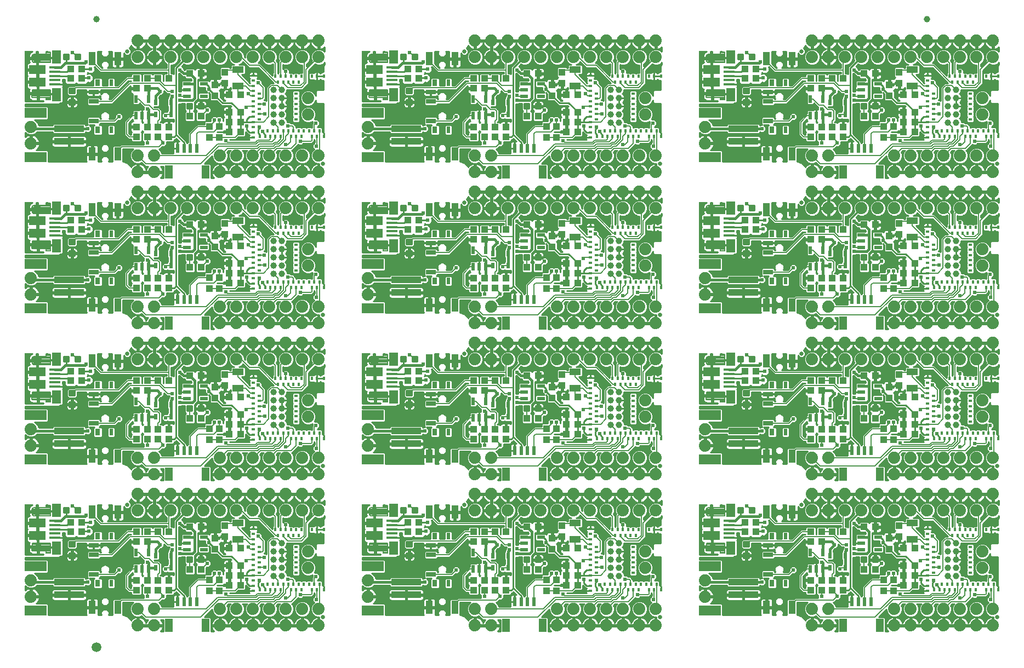
<source format=gtl>
G75*
%MOIN*%
%OFA0B0*%
%FSLAX25Y25*%
%IPPOS*%
%LPD*%
%AMOC8*
5,1,8,0,0,1.08239X$1,22.5*
%
%ADD10R,0.04331X0.03937*%
%ADD11C,0.01181*%
%ADD12R,0.06890X0.01575*%
%ADD13R,0.05748X0.07874*%
%ADD14R,0.09843X0.05610*%
%ADD15C,0.03937*%
%ADD16C,0.04331*%
%ADD17C,0.00800*%
%ADD18R,0.07087X0.03937*%
%ADD19R,0.03937X0.04331*%
%ADD20R,0.01575X0.02362*%
%ADD21R,0.02362X0.01575*%
%ADD22C,0.07400*%
%ADD23R,0.04331X0.07874*%
%ADD24R,0.04724X0.07874*%
%ADD25R,0.02362X0.05315*%
%ADD26R,0.18110X0.03937*%
%ADD27R,0.13386X0.06299*%
%ADD28R,0.02165X0.04724*%
%ADD29R,0.02480X0.03268*%
%ADD30R,0.04724X0.02165*%
%ADD31R,0.05906X0.02756*%
%ADD32R,0.02362X0.03937*%
%ADD33R,0.03150X0.03937*%
%ADD34C,0.02500*%
%ADD35C,0.05906*%
%ADD36C,0.02400*%
%ADD37C,0.01000*%
%ADD38C,0.01600*%
%ADD39C,0.00600*%
D10*
X0115904Y0055000D03*
X0115904Y0061000D03*
X0122596Y0061000D03*
X0122596Y0055000D03*
X0128904Y0055000D03*
X0128904Y0061000D03*
X0135596Y0061000D03*
X0135596Y0055000D03*
X0148404Y0067500D03*
X0155096Y0067500D03*
X0172404Y0070000D03*
X0172404Y0064000D03*
X0179096Y0064000D03*
X0179096Y0070000D03*
X0179096Y0080500D03*
X0172404Y0080500D03*
X0155096Y0093500D03*
X0148404Y0093500D03*
X0135596Y0090500D03*
X0128904Y0090500D03*
X0122596Y0090500D03*
X0115904Y0090500D03*
X0115904Y0084500D03*
X0122596Y0084500D03*
X0082596Y0090500D03*
X0082596Y0096300D03*
X0075904Y0096300D03*
X0075904Y0090500D03*
X0115904Y0147000D03*
X0122596Y0147000D03*
X0128904Y0147000D03*
X0135596Y0147000D03*
X0135596Y0153000D03*
X0128904Y0153000D03*
X0122596Y0153000D03*
X0115904Y0153000D03*
X0148404Y0159500D03*
X0155096Y0159500D03*
X0172404Y0162000D03*
X0179096Y0162000D03*
X0179096Y0156000D03*
X0179096Y0150000D03*
X0172404Y0150000D03*
X0172404Y0156000D03*
X0172404Y0172500D03*
X0179096Y0172500D03*
X0155096Y0185500D03*
X0148404Y0185500D03*
X0135596Y0182500D03*
X0128904Y0182500D03*
X0122596Y0182500D03*
X0115904Y0182500D03*
X0115904Y0176500D03*
X0122596Y0176500D03*
X0082596Y0182500D03*
X0082596Y0188300D03*
X0075904Y0188300D03*
X0075904Y0182500D03*
X0115904Y0239000D03*
X0115904Y0245000D03*
X0122596Y0245000D03*
X0122596Y0239000D03*
X0128904Y0239000D03*
X0128904Y0245000D03*
X0135596Y0245000D03*
X0135596Y0239000D03*
X0148404Y0251500D03*
X0155096Y0251500D03*
X0172404Y0254000D03*
X0179096Y0254000D03*
X0179096Y0248000D03*
X0179096Y0242000D03*
X0172404Y0242000D03*
X0172404Y0248000D03*
X0172404Y0264500D03*
X0179096Y0264500D03*
X0155096Y0277500D03*
X0148404Y0277500D03*
X0135596Y0274500D03*
X0128904Y0274500D03*
X0122596Y0274500D03*
X0122596Y0268500D03*
X0115904Y0268500D03*
X0115904Y0274500D03*
X0082596Y0274500D03*
X0075904Y0274500D03*
X0075904Y0280300D03*
X0082596Y0280300D03*
X0115904Y0331000D03*
X0115904Y0337000D03*
X0122596Y0337000D03*
X0122596Y0331000D03*
X0128904Y0331000D03*
X0128904Y0337000D03*
X0135596Y0337000D03*
X0135596Y0331000D03*
X0148404Y0343500D03*
X0155096Y0343500D03*
X0172404Y0346000D03*
X0172404Y0340000D03*
X0179096Y0340000D03*
X0179096Y0346000D03*
X0179096Y0356500D03*
X0172404Y0356500D03*
X0155096Y0369500D03*
X0148404Y0369500D03*
X0135596Y0366500D03*
X0128904Y0366500D03*
X0122596Y0366500D03*
X0122596Y0360500D03*
X0115904Y0360500D03*
X0115904Y0366500D03*
X0082596Y0366500D03*
X0075904Y0366500D03*
X0075904Y0372300D03*
X0082596Y0372300D03*
X0172404Y0334000D03*
X0179096Y0334000D03*
X0280904Y0366500D03*
X0287596Y0366500D03*
X0287596Y0372300D03*
X0280904Y0372300D03*
X0320904Y0366500D03*
X0320904Y0360500D03*
X0327596Y0360500D03*
X0327596Y0366500D03*
X0333904Y0366500D03*
X0340596Y0366500D03*
X0353404Y0369500D03*
X0360096Y0369500D03*
X0377404Y0356500D03*
X0384096Y0356500D03*
X0384096Y0346000D03*
X0384096Y0340000D03*
X0377404Y0340000D03*
X0377404Y0346000D03*
X0360096Y0343500D03*
X0353404Y0343500D03*
X0340596Y0337000D03*
X0340596Y0331000D03*
X0333904Y0331000D03*
X0333904Y0337000D03*
X0327596Y0337000D03*
X0327596Y0331000D03*
X0320904Y0331000D03*
X0320904Y0337000D03*
X0377404Y0334000D03*
X0384096Y0334000D03*
X0360096Y0277500D03*
X0353404Y0277500D03*
X0340596Y0274500D03*
X0333904Y0274500D03*
X0327596Y0274500D03*
X0327596Y0268500D03*
X0320904Y0268500D03*
X0320904Y0274500D03*
X0287596Y0274500D03*
X0280904Y0274500D03*
X0280904Y0280300D03*
X0287596Y0280300D03*
X0320904Y0245000D03*
X0320904Y0239000D03*
X0327596Y0239000D03*
X0327596Y0245000D03*
X0333904Y0245000D03*
X0333904Y0239000D03*
X0340596Y0239000D03*
X0340596Y0245000D03*
X0353404Y0251500D03*
X0360096Y0251500D03*
X0377404Y0254000D03*
X0384096Y0254000D03*
X0384096Y0248000D03*
X0384096Y0242000D03*
X0377404Y0242000D03*
X0377404Y0248000D03*
X0377404Y0264500D03*
X0384096Y0264500D03*
X0485904Y0274500D03*
X0492596Y0274500D03*
X0492596Y0280300D03*
X0485904Y0280300D03*
X0525904Y0274500D03*
X0525904Y0268500D03*
X0532596Y0268500D03*
X0532596Y0274500D03*
X0538904Y0274500D03*
X0545596Y0274500D03*
X0558404Y0277500D03*
X0565096Y0277500D03*
X0582404Y0264500D03*
X0589096Y0264500D03*
X0589096Y0254000D03*
X0582404Y0254000D03*
X0582404Y0248000D03*
X0582404Y0242000D03*
X0589096Y0242000D03*
X0589096Y0248000D03*
X0565096Y0251500D03*
X0558404Y0251500D03*
X0545596Y0245000D03*
X0545596Y0239000D03*
X0538904Y0239000D03*
X0538904Y0245000D03*
X0532596Y0245000D03*
X0532596Y0239000D03*
X0525904Y0239000D03*
X0525904Y0245000D03*
X0492596Y0188300D03*
X0492596Y0182500D03*
X0485904Y0182500D03*
X0485904Y0188300D03*
X0525904Y0182500D03*
X0532596Y0182500D03*
X0538904Y0182500D03*
X0545596Y0182500D03*
X0558404Y0185500D03*
X0565096Y0185500D03*
X0582404Y0172500D03*
X0589096Y0172500D03*
X0589096Y0162000D03*
X0582404Y0162000D03*
X0582404Y0156000D03*
X0582404Y0150000D03*
X0589096Y0150000D03*
X0589096Y0156000D03*
X0565096Y0159500D03*
X0558404Y0159500D03*
X0545596Y0153000D03*
X0538904Y0153000D03*
X0532596Y0153000D03*
X0525904Y0153000D03*
X0525904Y0147000D03*
X0532596Y0147000D03*
X0538904Y0147000D03*
X0545596Y0147000D03*
X0532596Y0176500D03*
X0525904Y0176500D03*
X0384096Y0172500D03*
X0377404Y0172500D03*
X0377404Y0162000D03*
X0384096Y0162000D03*
X0384096Y0156000D03*
X0384096Y0150000D03*
X0377404Y0150000D03*
X0377404Y0156000D03*
X0360096Y0159500D03*
X0353404Y0159500D03*
X0340596Y0153000D03*
X0333904Y0153000D03*
X0327596Y0153000D03*
X0320904Y0153000D03*
X0320904Y0147000D03*
X0327596Y0147000D03*
X0333904Y0147000D03*
X0340596Y0147000D03*
X0327596Y0176500D03*
X0320904Y0176500D03*
X0320904Y0182500D03*
X0327596Y0182500D03*
X0333904Y0182500D03*
X0340596Y0182500D03*
X0353404Y0185500D03*
X0360096Y0185500D03*
X0287596Y0188300D03*
X0287596Y0182500D03*
X0280904Y0182500D03*
X0280904Y0188300D03*
X0280904Y0096300D03*
X0280904Y0090500D03*
X0287596Y0090500D03*
X0287596Y0096300D03*
X0320904Y0090500D03*
X0327596Y0090500D03*
X0333904Y0090500D03*
X0340596Y0090500D03*
X0353404Y0093500D03*
X0360096Y0093500D03*
X0377404Y0080500D03*
X0384096Y0080500D03*
X0384096Y0070000D03*
X0384096Y0064000D03*
X0377404Y0064000D03*
X0377404Y0070000D03*
X0360096Y0067500D03*
X0353404Y0067500D03*
X0340596Y0061000D03*
X0340596Y0055000D03*
X0333904Y0055000D03*
X0333904Y0061000D03*
X0327596Y0061000D03*
X0327596Y0055000D03*
X0320904Y0055000D03*
X0320904Y0061000D03*
X0320904Y0084500D03*
X0327596Y0084500D03*
X0377404Y0058000D03*
X0384096Y0058000D03*
X0485904Y0090500D03*
X0485904Y0096300D03*
X0492596Y0096300D03*
X0492596Y0090500D03*
X0525904Y0090500D03*
X0532596Y0090500D03*
X0538904Y0090500D03*
X0545596Y0090500D03*
X0558404Y0093500D03*
X0565096Y0093500D03*
X0582404Y0080500D03*
X0589096Y0080500D03*
X0589096Y0070000D03*
X0589096Y0064000D03*
X0582404Y0064000D03*
X0582404Y0070000D03*
X0565096Y0067500D03*
X0558404Y0067500D03*
X0545596Y0061000D03*
X0545596Y0055000D03*
X0538904Y0055000D03*
X0538904Y0061000D03*
X0532596Y0061000D03*
X0532596Y0055000D03*
X0525904Y0055000D03*
X0525904Y0061000D03*
X0525904Y0084500D03*
X0532596Y0084500D03*
X0582404Y0058000D03*
X0589096Y0058000D03*
X0179096Y0058000D03*
X0172404Y0058000D03*
X0525904Y0331000D03*
X0525904Y0337000D03*
X0532596Y0337000D03*
X0532596Y0331000D03*
X0538904Y0331000D03*
X0538904Y0337000D03*
X0545596Y0337000D03*
X0545596Y0331000D03*
X0558404Y0343500D03*
X0565096Y0343500D03*
X0582404Y0346000D03*
X0582404Y0340000D03*
X0589096Y0340000D03*
X0589096Y0346000D03*
X0589096Y0356500D03*
X0582404Y0356500D03*
X0565096Y0369500D03*
X0558404Y0369500D03*
X0545596Y0366500D03*
X0538904Y0366500D03*
X0532596Y0366500D03*
X0532596Y0360500D03*
X0525904Y0360500D03*
X0525904Y0366500D03*
X0492596Y0366500D03*
X0485904Y0366500D03*
X0485904Y0372300D03*
X0492596Y0372300D03*
X0582404Y0334000D03*
X0589096Y0334000D03*
D11*
X0563825Y0348122D02*
X0563825Y0350878D01*
X0566581Y0350878D01*
X0566581Y0348122D01*
X0563825Y0348122D01*
X0563825Y0349244D02*
X0566581Y0349244D01*
X0566581Y0350366D02*
X0563825Y0350366D01*
X0556919Y0350878D02*
X0556919Y0348122D01*
X0556919Y0350878D02*
X0559675Y0350878D01*
X0559675Y0348122D01*
X0556919Y0348122D01*
X0556919Y0349244D02*
X0559675Y0349244D01*
X0559675Y0350366D02*
X0556919Y0350366D01*
X0488825Y0378122D02*
X0488825Y0380878D01*
X0491581Y0380878D01*
X0491581Y0378122D01*
X0488825Y0378122D01*
X0488825Y0379244D02*
X0491581Y0379244D01*
X0491581Y0380366D02*
X0488825Y0380366D01*
X0481919Y0380878D02*
X0481919Y0378122D01*
X0481919Y0380878D02*
X0484675Y0380878D01*
X0484675Y0378122D01*
X0481919Y0378122D01*
X0481919Y0379244D02*
X0484675Y0379244D01*
X0484675Y0380366D02*
X0481919Y0380366D01*
X0485372Y0360331D02*
X0488128Y0360331D01*
X0488128Y0357575D01*
X0485372Y0357575D01*
X0485372Y0360331D01*
X0485372Y0358697D02*
X0488128Y0358697D01*
X0488128Y0359819D02*
X0485372Y0359819D01*
X0485372Y0353425D02*
X0488128Y0353425D01*
X0488128Y0350669D01*
X0485372Y0350669D01*
X0485372Y0353425D01*
X0485372Y0351791D02*
X0488128Y0351791D01*
X0488128Y0352913D02*
X0485372Y0352913D01*
X0481919Y0288878D02*
X0481919Y0286122D01*
X0481919Y0288878D02*
X0484675Y0288878D01*
X0484675Y0286122D01*
X0481919Y0286122D01*
X0481919Y0287244D02*
X0484675Y0287244D01*
X0484675Y0288366D02*
X0481919Y0288366D01*
X0488825Y0288878D02*
X0488825Y0286122D01*
X0488825Y0288878D02*
X0491581Y0288878D01*
X0491581Y0286122D01*
X0488825Y0286122D01*
X0488825Y0287244D02*
X0491581Y0287244D01*
X0491581Y0288366D02*
X0488825Y0288366D01*
X0488128Y0268331D02*
X0485372Y0268331D01*
X0488128Y0268331D02*
X0488128Y0265575D01*
X0485372Y0265575D01*
X0485372Y0268331D01*
X0485372Y0266697D02*
X0488128Y0266697D01*
X0488128Y0267819D02*
X0485372Y0267819D01*
X0485372Y0261425D02*
X0488128Y0261425D01*
X0488128Y0258669D01*
X0485372Y0258669D01*
X0485372Y0261425D01*
X0485372Y0259791D02*
X0488128Y0259791D01*
X0488128Y0260913D02*
X0485372Y0260913D01*
X0556919Y0258878D02*
X0556919Y0256122D01*
X0556919Y0258878D02*
X0559675Y0258878D01*
X0559675Y0256122D01*
X0556919Y0256122D01*
X0556919Y0257244D02*
X0559675Y0257244D01*
X0559675Y0258366D02*
X0556919Y0258366D01*
X0563825Y0258878D02*
X0563825Y0256122D01*
X0563825Y0258878D02*
X0566581Y0258878D01*
X0566581Y0256122D01*
X0563825Y0256122D01*
X0563825Y0257244D02*
X0566581Y0257244D01*
X0566581Y0258366D02*
X0563825Y0258366D01*
X0488825Y0196878D02*
X0488825Y0194122D01*
X0488825Y0196878D02*
X0491581Y0196878D01*
X0491581Y0194122D01*
X0488825Y0194122D01*
X0488825Y0195244D02*
X0491581Y0195244D01*
X0491581Y0196366D02*
X0488825Y0196366D01*
X0481919Y0196878D02*
X0481919Y0194122D01*
X0481919Y0196878D02*
X0484675Y0196878D01*
X0484675Y0194122D01*
X0481919Y0194122D01*
X0481919Y0195244D02*
X0484675Y0195244D01*
X0484675Y0196366D02*
X0481919Y0196366D01*
X0485372Y0176331D02*
X0488128Y0176331D01*
X0488128Y0173575D01*
X0485372Y0173575D01*
X0485372Y0176331D01*
X0485372Y0174697D02*
X0488128Y0174697D01*
X0488128Y0175819D02*
X0485372Y0175819D01*
X0485372Y0169425D02*
X0488128Y0169425D01*
X0488128Y0166669D01*
X0485372Y0166669D01*
X0485372Y0169425D01*
X0485372Y0167791D02*
X0488128Y0167791D01*
X0488128Y0168913D02*
X0485372Y0168913D01*
X0556919Y0166878D02*
X0556919Y0164122D01*
X0556919Y0166878D02*
X0559675Y0166878D01*
X0559675Y0164122D01*
X0556919Y0164122D01*
X0556919Y0165244D02*
X0559675Y0165244D01*
X0559675Y0166366D02*
X0556919Y0166366D01*
X0563825Y0166878D02*
X0563825Y0164122D01*
X0563825Y0166878D02*
X0566581Y0166878D01*
X0566581Y0164122D01*
X0563825Y0164122D01*
X0563825Y0165244D02*
X0566581Y0165244D01*
X0566581Y0166366D02*
X0563825Y0166366D01*
X0488825Y0104878D02*
X0488825Y0102122D01*
X0488825Y0104878D02*
X0491581Y0104878D01*
X0491581Y0102122D01*
X0488825Y0102122D01*
X0488825Y0103244D02*
X0491581Y0103244D01*
X0491581Y0104366D02*
X0488825Y0104366D01*
X0481919Y0104878D02*
X0481919Y0102122D01*
X0481919Y0104878D02*
X0484675Y0104878D01*
X0484675Y0102122D01*
X0481919Y0102122D01*
X0481919Y0103244D02*
X0484675Y0103244D01*
X0484675Y0104366D02*
X0481919Y0104366D01*
X0485372Y0084331D02*
X0488128Y0084331D01*
X0488128Y0081575D01*
X0485372Y0081575D01*
X0485372Y0084331D01*
X0485372Y0082697D02*
X0488128Y0082697D01*
X0488128Y0083819D02*
X0485372Y0083819D01*
X0485372Y0077425D02*
X0488128Y0077425D01*
X0488128Y0074669D01*
X0485372Y0074669D01*
X0485372Y0077425D01*
X0485372Y0075791D02*
X0488128Y0075791D01*
X0488128Y0076913D02*
X0485372Y0076913D01*
X0556919Y0074878D02*
X0556919Y0072122D01*
X0556919Y0074878D02*
X0559675Y0074878D01*
X0559675Y0072122D01*
X0556919Y0072122D01*
X0556919Y0073244D02*
X0559675Y0073244D01*
X0559675Y0074366D02*
X0556919Y0074366D01*
X0563825Y0074878D02*
X0563825Y0072122D01*
X0563825Y0074878D02*
X0566581Y0074878D01*
X0566581Y0072122D01*
X0563825Y0072122D01*
X0563825Y0073244D02*
X0566581Y0073244D01*
X0566581Y0074366D02*
X0563825Y0074366D01*
X0358825Y0074878D02*
X0358825Y0072122D01*
X0358825Y0074878D02*
X0361581Y0074878D01*
X0361581Y0072122D01*
X0358825Y0072122D01*
X0358825Y0073244D02*
X0361581Y0073244D01*
X0361581Y0074366D02*
X0358825Y0074366D01*
X0351919Y0074878D02*
X0351919Y0072122D01*
X0351919Y0074878D02*
X0354675Y0074878D01*
X0354675Y0072122D01*
X0351919Y0072122D01*
X0351919Y0073244D02*
X0354675Y0073244D01*
X0354675Y0074366D02*
X0351919Y0074366D01*
X0283825Y0102122D02*
X0283825Y0104878D01*
X0286581Y0104878D01*
X0286581Y0102122D01*
X0283825Y0102122D01*
X0283825Y0103244D02*
X0286581Y0103244D01*
X0286581Y0104366D02*
X0283825Y0104366D01*
X0276919Y0104878D02*
X0276919Y0102122D01*
X0276919Y0104878D02*
X0279675Y0104878D01*
X0279675Y0102122D01*
X0276919Y0102122D01*
X0276919Y0103244D02*
X0279675Y0103244D01*
X0279675Y0104366D02*
X0276919Y0104366D01*
X0280372Y0084331D02*
X0283128Y0084331D01*
X0283128Y0081575D01*
X0280372Y0081575D01*
X0280372Y0084331D01*
X0280372Y0082697D02*
X0283128Y0082697D01*
X0283128Y0083819D02*
X0280372Y0083819D01*
X0280372Y0077425D02*
X0283128Y0077425D01*
X0283128Y0074669D01*
X0280372Y0074669D01*
X0280372Y0077425D01*
X0280372Y0075791D02*
X0283128Y0075791D01*
X0283128Y0076913D02*
X0280372Y0076913D01*
X0153825Y0074878D02*
X0153825Y0072122D01*
X0153825Y0074878D02*
X0156581Y0074878D01*
X0156581Y0072122D01*
X0153825Y0072122D01*
X0153825Y0073244D02*
X0156581Y0073244D01*
X0156581Y0074366D02*
X0153825Y0074366D01*
X0146919Y0074878D02*
X0146919Y0072122D01*
X0146919Y0074878D02*
X0149675Y0074878D01*
X0149675Y0072122D01*
X0146919Y0072122D01*
X0146919Y0073244D02*
X0149675Y0073244D01*
X0149675Y0074366D02*
X0146919Y0074366D01*
X0078128Y0077425D02*
X0075372Y0077425D01*
X0078128Y0077425D02*
X0078128Y0074669D01*
X0075372Y0074669D01*
X0075372Y0077425D01*
X0075372Y0075791D02*
X0078128Y0075791D01*
X0078128Y0076913D02*
X0075372Y0076913D01*
X0075372Y0084331D02*
X0078128Y0084331D01*
X0078128Y0081575D01*
X0075372Y0081575D01*
X0075372Y0084331D01*
X0075372Y0082697D02*
X0078128Y0082697D01*
X0078128Y0083819D02*
X0075372Y0083819D01*
X0071919Y0102122D02*
X0071919Y0104878D01*
X0074675Y0104878D01*
X0074675Y0102122D01*
X0071919Y0102122D01*
X0071919Y0103244D02*
X0074675Y0103244D01*
X0074675Y0104366D02*
X0071919Y0104366D01*
X0078825Y0104878D02*
X0078825Y0102122D01*
X0078825Y0104878D02*
X0081581Y0104878D01*
X0081581Y0102122D01*
X0078825Y0102122D01*
X0078825Y0103244D02*
X0081581Y0103244D01*
X0081581Y0104366D02*
X0078825Y0104366D01*
X0078128Y0169425D02*
X0075372Y0169425D01*
X0078128Y0169425D02*
X0078128Y0166669D01*
X0075372Y0166669D01*
X0075372Y0169425D01*
X0075372Y0167791D02*
X0078128Y0167791D01*
X0078128Y0168913D02*
X0075372Y0168913D01*
X0075372Y0176331D02*
X0078128Y0176331D01*
X0078128Y0173575D01*
X0075372Y0173575D01*
X0075372Y0176331D01*
X0075372Y0174697D02*
X0078128Y0174697D01*
X0078128Y0175819D02*
X0075372Y0175819D01*
X0071919Y0194122D02*
X0071919Y0196878D01*
X0074675Y0196878D01*
X0074675Y0194122D01*
X0071919Y0194122D01*
X0071919Y0195244D02*
X0074675Y0195244D01*
X0074675Y0196366D02*
X0071919Y0196366D01*
X0078825Y0196878D02*
X0078825Y0194122D01*
X0078825Y0196878D02*
X0081581Y0196878D01*
X0081581Y0194122D01*
X0078825Y0194122D01*
X0078825Y0195244D02*
X0081581Y0195244D01*
X0081581Y0196366D02*
X0078825Y0196366D01*
X0146919Y0166878D02*
X0146919Y0164122D01*
X0146919Y0166878D02*
X0149675Y0166878D01*
X0149675Y0164122D01*
X0146919Y0164122D01*
X0146919Y0165244D02*
X0149675Y0165244D01*
X0149675Y0166366D02*
X0146919Y0166366D01*
X0153825Y0166878D02*
X0153825Y0164122D01*
X0153825Y0166878D02*
X0156581Y0166878D01*
X0156581Y0164122D01*
X0153825Y0164122D01*
X0153825Y0165244D02*
X0156581Y0165244D01*
X0156581Y0166366D02*
X0153825Y0166366D01*
X0276919Y0194122D02*
X0276919Y0196878D01*
X0279675Y0196878D01*
X0279675Y0194122D01*
X0276919Y0194122D01*
X0276919Y0195244D02*
X0279675Y0195244D01*
X0279675Y0196366D02*
X0276919Y0196366D01*
X0283825Y0196878D02*
X0283825Y0194122D01*
X0283825Y0196878D02*
X0286581Y0196878D01*
X0286581Y0194122D01*
X0283825Y0194122D01*
X0283825Y0195244D02*
X0286581Y0195244D01*
X0286581Y0196366D02*
X0283825Y0196366D01*
X0283128Y0176331D02*
X0280372Y0176331D01*
X0283128Y0176331D02*
X0283128Y0173575D01*
X0280372Y0173575D01*
X0280372Y0176331D01*
X0280372Y0174697D02*
X0283128Y0174697D01*
X0283128Y0175819D02*
X0280372Y0175819D01*
X0280372Y0169425D02*
X0283128Y0169425D01*
X0283128Y0166669D01*
X0280372Y0166669D01*
X0280372Y0169425D01*
X0280372Y0167791D02*
X0283128Y0167791D01*
X0283128Y0168913D02*
X0280372Y0168913D01*
X0351919Y0166878D02*
X0351919Y0164122D01*
X0351919Y0166878D02*
X0354675Y0166878D01*
X0354675Y0164122D01*
X0351919Y0164122D01*
X0351919Y0165244D02*
X0354675Y0165244D01*
X0354675Y0166366D02*
X0351919Y0166366D01*
X0358825Y0166878D02*
X0358825Y0164122D01*
X0358825Y0166878D02*
X0361581Y0166878D01*
X0361581Y0164122D01*
X0358825Y0164122D01*
X0358825Y0165244D02*
X0361581Y0165244D01*
X0361581Y0166366D02*
X0358825Y0166366D01*
X0358825Y0256122D02*
X0358825Y0258878D01*
X0361581Y0258878D01*
X0361581Y0256122D01*
X0358825Y0256122D01*
X0358825Y0257244D02*
X0361581Y0257244D01*
X0361581Y0258366D02*
X0358825Y0258366D01*
X0351919Y0258878D02*
X0351919Y0256122D01*
X0351919Y0258878D02*
X0354675Y0258878D01*
X0354675Y0256122D01*
X0351919Y0256122D01*
X0351919Y0257244D02*
X0354675Y0257244D01*
X0354675Y0258366D02*
X0351919Y0258366D01*
X0283825Y0286122D02*
X0283825Y0288878D01*
X0286581Y0288878D01*
X0286581Y0286122D01*
X0283825Y0286122D01*
X0283825Y0287244D02*
X0286581Y0287244D01*
X0286581Y0288366D02*
X0283825Y0288366D01*
X0276919Y0288878D02*
X0276919Y0286122D01*
X0276919Y0288878D02*
X0279675Y0288878D01*
X0279675Y0286122D01*
X0276919Y0286122D01*
X0276919Y0287244D02*
X0279675Y0287244D01*
X0279675Y0288366D02*
X0276919Y0288366D01*
X0280372Y0268331D02*
X0283128Y0268331D01*
X0283128Y0265575D01*
X0280372Y0265575D01*
X0280372Y0268331D01*
X0280372Y0266697D02*
X0283128Y0266697D01*
X0283128Y0267819D02*
X0280372Y0267819D01*
X0280372Y0261425D02*
X0283128Y0261425D01*
X0283128Y0258669D01*
X0280372Y0258669D01*
X0280372Y0261425D01*
X0280372Y0259791D02*
X0283128Y0259791D01*
X0283128Y0260913D02*
X0280372Y0260913D01*
X0153825Y0258878D02*
X0153825Y0256122D01*
X0153825Y0258878D02*
X0156581Y0258878D01*
X0156581Y0256122D01*
X0153825Y0256122D01*
X0153825Y0257244D02*
X0156581Y0257244D01*
X0156581Y0258366D02*
X0153825Y0258366D01*
X0146919Y0258878D02*
X0146919Y0256122D01*
X0146919Y0258878D02*
X0149675Y0258878D01*
X0149675Y0256122D01*
X0146919Y0256122D01*
X0146919Y0257244D02*
X0149675Y0257244D01*
X0149675Y0258366D02*
X0146919Y0258366D01*
X0078128Y0261425D02*
X0075372Y0261425D01*
X0078128Y0261425D02*
X0078128Y0258669D01*
X0075372Y0258669D01*
X0075372Y0261425D01*
X0075372Y0259791D02*
X0078128Y0259791D01*
X0078128Y0260913D02*
X0075372Y0260913D01*
X0075372Y0268331D02*
X0078128Y0268331D01*
X0078128Y0265575D01*
X0075372Y0265575D01*
X0075372Y0268331D01*
X0075372Y0266697D02*
X0078128Y0266697D01*
X0078128Y0267819D02*
X0075372Y0267819D01*
X0071919Y0286122D02*
X0071919Y0288878D01*
X0074675Y0288878D01*
X0074675Y0286122D01*
X0071919Y0286122D01*
X0071919Y0287244D02*
X0074675Y0287244D01*
X0074675Y0288366D02*
X0071919Y0288366D01*
X0078825Y0288878D02*
X0078825Y0286122D01*
X0078825Y0288878D02*
X0081581Y0288878D01*
X0081581Y0286122D01*
X0078825Y0286122D01*
X0078825Y0287244D02*
X0081581Y0287244D01*
X0081581Y0288366D02*
X0078825Y0288366D01*
X0146919Y0348122D02*
X0146919Y0350878D01*
X0149675Y0350878D01*
X0149675Y0348122D01*
X0146919Y0348122D01*
X0146919Y0349244D02*
X0149675Y0349244D01*
X0149675Y0350366D02*
X0146919Y0350366D01*
X0153825Y0350878D02*
X0153825Y0348122D01*
X0153825Y0350878D02*
X0156581Y0350878D01*
X0156581Y0348122D01*
X0153825Y0348122D01*
X0153825Y0349244D02*
X0156581Y0349244D01*
X0156581Y0350366D02*
X0153825Y0350366D01*
X0078128Y0353425D02*
X0075372Y0353425D01*
X0078128Y0353425D02*
X0078128Y0350669D01*
X0075372Y0350669D01*
X0075372Y0353425D01*
X0075372Y0351791D02*
X0078128Y0351791D01*
X0078128Y0352913D02*
X0075372Y0352913D01*
X0075372Y0360331D02*
X0078128Y0360331D01*
X0078128Y0357575D01*
X0075372Y0357575D01*
X0075372Y0360331D01*
X0075372Y0358697D02*
X0078128Y0358697D01*
X0078128Y0359819D02*
X0075372Y0359819D01*
X0071919Y0378122D02*
X0071919Y0380878D01*
X0074675Y0380878D01*
X0074675Y0378122D01*
X0071919Y0378122D01*
X0071919Y0379244D02*
X0074675Y0379244D01*
X0074675Y0380366D02*
X0071919Y0380366D01*
X0078825Y0380878D02*
X0078825Y0378122D01*
X0078825Y0380878D02*
X0081581Y0380878D01*
X0081581Y0378122D01*
X0078825Y0378122D01*
X0078825Y0379244D02*
X0081581Y0379244D01*
X0081581Y0380366D02*
X0078825Y0380366D01*
X0276919Y0380878D02*
X0276919Y0378122D01*
X0276919Y0380878D02*
X0279675Y0380878D01*
X0279675Y0378122D01*
X0276919Y0378122D01*
X0276919Y0379244D02*
X0279675Y0379244D01*
X0279675Y0380366D02*
X0276919Y0380366D01*
X0283825Y0380878D02*
X0283825Y0378122D01*
X0283825Y0380878D02*
X0286581Y0380878D01*
X0286581Y0378122D01*
X0283825Y0378122D01*
X0283825Y0379244D02*
X0286581Y0379244D01*
X0286581Y0380366D02*
X0283825Y0380366D01*
X0283128Y0360331D02*
X0280372Y0360331D01*
X0283128Y0360331D02*
X0283128Y0357575D01*
X0280372Y0357575D01*
X0280372Y0360331D01*
X0280372Y0358697D02*
X0283128Y0358697D01*
X0283128Y0359819D02*
X0280372Y0359819D01*
X0280372Y0353425D02*
X0283128Y0353425D01*
X0283128Y0350669D01*
X0280372Y0350669D01*
X0280372Y0353425D01*
X0280372Y0351791D02*
X0283128Y0351791D01*
X0283128Y0352913D02*
X0280372Y0352913D01*
X0351919Y0350878D02*
X0351919Y0348122D01*
X0351919Y0350878D02*
X0354675Y0350878D01*
X0354675Y0348122D01*
X0351919Y0348122D01*
X0351919Y0349244D02*
X0354675Y0349244D01*
X0354675Y0350366D02*
X0351919Y0350366D01*
X0358825Y0350878D02*
X0358825Y0348122D01*
X0358825Y0350878D02*
X0361581Y0350878D01*
X0361581Y0348122D01*
X0358825Y0348122D01*
X0358825Y0349244D02*
X0361581Y0349244D01*
X0361581Y0350366D02*
X0358825Y0350366D01*
D12*
X0271250Y0362982D03*
X0271250Y0365541D03*
X0271250Y0368100D03*
X0271250Y0370659D03*
X0271250Y0373218D03*
X0271250Y0281218D03*
X0271250Y0278659D03*
X0271250Y0276100D03*
X0271250Y0273541D03*
X0271250Y0270982D03*
X0271250Y0189218D03*
X0271250Y0186659D03*
X0271250Y0184100D03*
X0271250Y0181541D03*
X0271250Y0178982D03*
X0271250Y0097218D03*
X0271250Y0094659D03*
X0271250Y0092100D03*
X0271250Y0089541D03*
X0271250Y0086982D03*
X0066250Y0086982D03*
X0066250Y0089541D03*
X0066250Y0092100D03*
X0066250Y0094659D03*
X0066250Y0097218D03*
X0066250Y0178982D03*
X0066250Y0181541D03*
X0066250Y0184100D03*
X0066250Y0186659D03*
X0066250Y0189218D03*
X0066250Y0270982D03*
X0066250Y0273541D03*
X0066250Y0276100D03*
X0066250Y0278659D03*
X0066250Y0281218D03*
X0066250Y0362982D03*
X0066250Y0365541D03*
X0066250Y0368100D03*
X0066250Y0370659D03*
X0066250Y0373218D03*
X0476250Y0373218D03*
X0476250Y0370659D03*
X0476250Y0368100D03*
X0476250Y0365541D03*
X0476250Y0362982D03*
X0476250Y0281218D03*
X0476250Y0278659D03*
X0476250Y0276100D03*
X0476250Y0273541D03*
X0476250Y0270982D03*
X0476250Y0189218D03*
X0476250Y0186659D03*
X0476250Y0184100D03*
X0476250Y0181541D03*
X0476250Y0178982D03*
X0476250Y0097218D03*
X0476250Y0094659D03*
X0476250Y0092100D03*
X0476250Y0089541D03*
X0476250Y0086982D03*
D13*
X0477333Y0080683D03*
X0477333Y0103517D03*
X0477333Y0172683D03*
X0477333Y0195517D03*
X0477333Y0264683D03*
X0477333Y0287517D03*
X0477333Y0356683D03*
X0477333Y0379517D03*
X0272333Y0379517D03*
X0272333Y0356683D03*
X0272333Y0287517D03*
X0272333Y0264683D03*
X0272333Y0195517D03*
X0272333Y0172683D03*
X0272333Y0103517D03*
X0272333Y0080683D03*
X0067333Y0080683D03*
X0067333Y0103517D03*
X0067333Y0172683D03*
X0067333Y0195517D03*
X0067333Y0264683D03*
X0067333Y0287517D03*
X0067333Y0356683D03*
X0067333Y0379517D03*
D14*
X0055719Y0371889D03*
X0055719Y0364311D03*
X0055719Y0279889D03*
X0055719Y0272311D03*
X0055719Y0187889D03*
X0055719Y0180311D03*
X0055719Y0095889D03*
X0055719Y0088311D03*
X0260719Y0088311D03*
X0260719Y0095889D03*
X0260719Y0180311D03*
X0260719Y0187889D03*
X0260719Y0272311D03*
X0260719Y0279889D03*
X0260719Y0364311D03*
X0260719Y0371889D03*
X0465719Y0371889D03*
X0465719Y0364311D03*
X0465719Y0279889D03*
X0465719Y0272311D03*
X0465719Y0187889D03*
X0465719Y0180311D03*
X0465719Y0095889D03*
X0465719Y0088311D03*
D15*
X0466112Y0081470D03*
X0409250Y0083500D03*
X0409250Y0078500D03*
X0409250Y0073500D03*
X0409250Y0068500D03*
X0409250Y0063500D03*
X0404250Y0063500D03*
X0404250Y0068500D03*
X0404250Y0073500D03*
X0404250Y0078500D03*
X0404250Y0083500D03*
X0404250Y0155500D03*
X0404250Y0160500D03*
X0409250Y0160500D03*
X0409250Y0155500D03*
X0409250Y0165500D03*
X0409250Y0170500D03*
X0409250Y0175500D03*
X0404250Y0175500D03*
X0404250Y0170500D03*
X0404250Y0165500D03*
X0466112Y0173470D03*
X0409250Y0247500D03*
X0409250Y0252500D03*
X0409250Y0257500D03*
X0404250Y0257500D03*
X0404250Y0252500D03*
X0404250Y0247500D03*
X0404250Y0262500D03*
X0404250Y0267500D03*
X0409250Y0267500D03*
X0409250Y0262500D03*
X0466112Y0265470D03*
X0409250Y0339500D03*
X0409250Y0344500D03*
X0409250Y0349500D03*
X0409250Y0354500D03*
X0409250Y0359500D03*
X0404250Y0359500D03*
X0404250Y0354500D03*
X0404250Y0349500D03*
X0404250Y0344500D03*
X0404250Y0339500D03*
X0466112Y0357470D03*
X0596750Y0402750D03*
X0609250Y0359500D03*
X0609250Y0354500D03*
X0609250Y0349500D03*
X0609250Y0344500D03*
X0609250Y0339500D03*
X0614250Y0339500D03*
X0614250Y0344500D03*
X0614250Y0349500D03*
X0614250Y0354500D03*
X0614250Y0359500D03*
X0614250Y0267500D03*
X0614250Y0262500D03*
X0609250Y0262500D03*
X0609250Y0267500D03*
X0609250Y0257500D03*
X0609250Y0252500D03*
X0609250Y0247500D03*
X0614250Y0247500D03*
X0614250Y0252500D03*
X0614250Y0257500D03*
X0614250Y0175500D03*
X0614250Y0170500D03*
X0614250Y0165500D03*
X0609250Y0165500D03*
X0609250Y0170500D03*
X0609250Y0175500D03*
X0609250Y0160500D03*
X0609250Y0155500D03*
X0614250Y0155500D03*
X0614250Y0160500D03*
X0614250Y0083500D03*
X0614250Y0078500D03*
X0614250Y0073500D03*
X0614250Y0068500D03*
X0614250Y0063500D03*
X0609250Y0063500D03*
X0609250Y0068500D03*
X0609250Y0073500D03*
X0609250Y0078500D03*
X0609250Y0083500D03*
X0261112Y0081470D03*
X0204250Y0083500D03*
X0199250Y0083500D03*
X0199250Y0078500D03*
X0204250Y0078500D03*
X0204250Y0073500D03*
X0199250Y0073500D03*
X0199250Y0068500D03*
X0204250Y0068500D03*
X0204250Y0063500D03*
X0199250Y0063500D03*
X0056112Y0081470D03*
X0199250Y0155500D03*
X0204250Y0155500D03*
X0204250Y0160500D03*
X0199250Y0160500D03*
X0199250Y0165500D03*
X0204250Y0165500D03*
X0204250Y0170500D03*
X0199250Y0170500D03*
X0199250Y0175500D03*
X0204250Y0175500D03*
X0261112Y0173470D03*
X0204250Y0247500D03*
X0199250Y0247500D03*
X0199250Y0252500D03*
X0204250Y0252500D03*
X0204250Y0257500D03*
X0199250Y0257500D03*
X0199250Y0262500D03*
X0204250Y0262500D03*
X0204250Y0267500D03*
X0199250Y0267500D03*
X0261112Y0265470D03*
X0204250Y0339500D03*
X0199250Y0339500D03*
X0199250Y0344500D03*
X0204250Y0344500D03*
X0204250Y0349500D03*
X0199250Y0349500D03*
X0199250Y0354500D03*
X0204250Y0354500D03*
X0204250Y0359500D03*
X0199250Y0359500D03*
X0261112Y0357470D03*
X0091750Y0402750D03*
X0056112Y0357470D03*
X0056112Y0265470D03*
X0056112Y0173470D03*
D16*
X0056286Y0194854D02*
X0054710Y0194854D01*
X0054710Y0194854D01*
X0056286Y0194854D01*
X0056286Y0194854D01*
X0056286Y0286854D02*
X0054710Y0286854D01*
X0054710Y0286854D01*
X0056286Y0286854D01*
X0056286Y0286854D01*
X0056286Y0378854D02*
X0054710Y0378854D01*
X0054710Y0378854D01*
X0056286Y0378854D01*
X0056286Y0378854D01*
X0259710Y0378854D02*
X0261286Y0378854D01*
X0259710Y0378854D02*
X0259710Y0378854D01*
X0261286Y0378854D01*
X0261286Y0378854D01*
X0261286Y0286854D02*
X0259710Y0286854D01*
X0259710Y0286854D01*
X0261286Y0286854D01*
X0261286Y0286854D01*
X0261286Y0194854D02*
X0259710Y0194854D01*
X0259710Y0194854D01*
X0261286Y0194854D01*
X0261286Y0194854D01*
X0261286Y0102854D02*
X0259710Y0102854D01*
X0259710Y0102854D01*
X0261286Y0102854D01*
X0261286Y0102854D01*
X0464710Y0102854D02*
X0466286Y0102854D01*
X0464710Y0102854D02*
X0464710Y0102854D01*
X0466286Y0102854D01*
X0466286Y0102854D01*
X0466286Y0194854D02*
X0464710Y0194854D01*
X0464710Y0194854D01*
X0466286Y0194854D01*
X0466286Y0194854D01*
X0466286Y0286854D02*
X0464710Y0286854D01*
X0464710Y0286854D01*
X0466286Y0286854D01*
X0466286Y0286854D01*
X0466286Y0378854D02*
X0464710Y0378854D01*
X0464710Y0378854D01*
X0466286Y0378854D01*
X0466286Y0378854D01*
X0056286Y0102854D02*
X0054710Y0102854D01*
X0054710Y0102854D01*
X0056286Y0102854D01*
X0056286Y0102854D01*
D17*
X0054416Y0100366D02*
X0063553Y0100366D01*
X0063553Y0100348D02*
X0063553Y0106765D01*
X0061033Y0106785D01*
X0061033Y0105309D01*
X0053593Y0105289D01*
X0053291Y0105206D01*
X0053016Y0105059D01*
X0052781Y0104853D01*
X0052597Y0104601D01*
X0052474Y0104314D01*
X0052417Y0104007D01*
X0052431Y0103694D01*
X0052431Y0101332D01*
X0052487Y0101065D01*
X0052610Y0100821D01*
X0052792Y0100618D01*
X0053021Y0100468D01*
X0053280Y0100383D01*
X0053553Y0100368D01*
X0063553Y0100348D01*
X0063553Y0101165D02*
X0052466Y0101165D01*
X0052431Y0101963D02*
X0063553Y0101963D01*
X0063553Y0102762D02*
X0052431Y0102762D01*
X0052431Y0103560D02*
X0063553Y0103560D01*
X0063553Y0104359D02*
X0052493Y0104359D01*
X0053200Y0105157D02*
X0063553Y0105157D01*
X0063553Y0105956D02*
X0061033Y0105956D01*
X0061033Y0106754D02*
X0063553Y0106754D01*
X0063553Y0083687D02*
X0053278Y0083687D01*
X0053072Y0083663D01*
X0052879Y0083587D01*
X0052713Y0083464D01*
X0052584Y0083302D01*
X0052501Y0083112D01*
X0052470Y0082907D01*
X0052372Y0079502D01*
X0052385Y0079341D01*
X0052447Y0079193D01*
X0052551Y0079071D01*
X0052688Y0078988D01*
X0052844Y0078950D01*
X0061053Y0078950D01*
X0061053Y0077462D01*
X0063553Y0077462D01*
X0063553Y0083687D01*
X0063553Y0083597D02*
X0052905Y0083597D01*
X0052467Y0082799D02*
X0063553Y0082799D01*
X0063553Y0082000D02*
X0052444Y0082000D01*
X0052421Y0081202D02*
X0063553Y0081202D01*
X0063553Y0080403D02*
X0052398Y0080403D01*
X0052375Y0079605D02*
X0063553Y0079605D01*
X0063553Y0078806D02*
X0061053Y0078806D01*
X0061053Y0078008D02*
X0063553Y0078008D01*
X0063553Y0169462D02*
X0063553Y0175687D01*
X0053278Y0175687D01*
X0053072Y0175663D01*
X0052879Y0175587D01*
X0052713Y0175464D01*
X0052584Y0175302D01*
X0052501Y0175112D01*
X0052470Y0174907D01*
X0052372Y0171502D01*
X0052385Y0171341D01*
X0052447Y0171193D01*
X0052551Y0171071D01*
X0052688Y0170988D01*
X0052844Y0170950D01*
X0061053Y0170950D01*
X0061053Y0169462D01*
X0063553Y0169462D01*
X0063553Y0169837D02*
X0061053Y0169837D01*
X0061053Y0170635D02*
X0063553Y0170635D01*
X0063553Y0171434D02*
X0052378Y0171434D01*
X0052393Y0172232D02*
X0063553Y0172232D01*
X0063553Y0173031D02*
X0052416Y0173031D01*
X0052439Y0173829D02*
X0063553Y0173829D01*
X0063553Y0174628D02*
X0052462Y0174628D01*
X0052682Y0175426D02*
X0063553Y0175426D01*
X0063553Y0192348D02*
X0053553Y0192368D01*
X0053280Y0192383D01*
X0053021Y0192468D01*
X0052792Y0192618D01*
X0052610Y0192821D01*
X0052487Y0193065D01*
X0052431Y0193332D01*
X0052431Y0195694D01*
X0052417Y0196007D01*
X0052474Y0196314D01*
X0052597Y0196601D01*
X0052781Y0196853D01*
X0053016Y0197059D01*
X0053291Y0197206D01*
X0053593Y0197289D01*
X0061033Y0197309D01*
X0061033Y0198785D01*
X0063553Y0198765D01*
X0063553Y0192348D01*
X0063553Y0192993D02*
X0052523Y0192993D01*
X0052431Y0193792D02*
X0063553Y0193792D01*
X0063553Y0194590D02*
X0052431Y0194590D01*
X0052431Y0195389D02*
X0063553Y0195389D01*
X0063553Y0196187D02*
X0052451Y0196187D01*
X0052933Y0196986D02*
X0063553Y0196986D01*
X0063553Y0197784D02*
X0061033Y0197784D01*
X0061033Y0198583D02*
X0063553Y0198583D01*
X0063553Y0261462D02*
X0063553Y0267687D01*
X0053278Y0267687D01*
X0053072Y0267663D01*
X0052879Y0267587D01*
X0052713Y0267464D01*
X0052584Y0267302D01*
X0052501Y0267112D01*
X0052470Y0266907D01*
X0052372Y0263502D01*
X0052385Y0263341D01*
X0052447Y0263193D01*
X0052551Y0263071D01*
X0052688Y0262988D01*
X0052844Y0262950D01*
X0061053Y0262950D01*
X0061053Y0261462D01*
X0063553Y0261462D01*
X0063553Y0261665D02*
X0061053Y0261665D01*
X0061053Y0262464D02*
X0063553Y0262464D01*
X0063553Y0263262D02*
X0052418Y0263262D01*
X0052388Y0264061D02*
X0063553Y0264061D01*
X0063553Y0264859D02*
X0052411Y0264859D01*
X0052434Y0265658D02*
X0063553Y0265658D01*
X0063553Y0266456D02*
X0052457Y0266456D01*
X0052563Y0267255D02*
X0063553Y0267255D01*
X0063553Y0284348D02*
X0053553Y0284368D01*
X0053280Y0284383D01*
X0053021Y0284468D01*
X0052792Y0284618D01*
X0052610Y0284821D01*
X0052487Y0285065D01*
X0052431Y0285332D01*
X0052431Y0287694D01*
X0052417Y0288007D01*
X0052474Y0288314D01*
X0052597Y0288601D01*
X0052781Y0288853D01*
X0053016Y0289059D01*
X0053291Y0289206D01*
X0053593Y0289289D01*
X0061033Y0289309D01*
X0061033Y0290785D01*
X0063553Y0290765D01*
X0063553Y0284348D01*
X0063553Y0284822D02*
X0052610Y0284822D01*
X0052431Y0285621D02*
X0063553Y0285621D01*
X0063553Y0286419D02*
X0052431Y0286419D01*
X0052431Y0287218D02*
X0063553Y0287218D01*
X0063553Y0288016D02*
X0052419Y0288016D01*
X0052752Y0288815D02*
X0063553Y0288815D01*
X0063553Y0289613D02*
X0061033Y0289613D01*
X0061033Y0290412D02*
X0063553Y0290412D01*
X0063553Y0353462D02*
X0063553Y0359687D01*
X0053278Y0359687D01*
X0053072Y0359663D01*
X0052879Y0359587D01*
X0052713Y0359464D01*
X0052584Y0359302D01*
X0052501Y0359112D01*
X0052470Y0358907D01*
X0052372Y0355502D01*
X0052385Y0355341D01*
X0052447Y0355193D01*
X0052551Y0355071D01*
X0052688Y0354988D01*
X0052844Y0354950D01*
X0061053Y0354950D01*
X0061053Y0353462D01*
X0063553Y0353462D01*
X0063553Y0353494D02*
X0061053Y0353494D01*
X0061053Y0354293D02*
X0063553Y0354293D01*
X0063553Y0355091D02*
X0052534Y0355091D01*
X0052383Y0355890D02*
X0063553Y0355890D01*
X0063553Y0356688D02*
X0052406Y0356688D01*
X0052429Y0357487D02*
X0063553Y0357487D01*
X0063553Y0358285D02*
X0052452Y0358285D01*
X0052497Y0359084D02*
X0063553Y0359084D01*
X0063553Y0376348D02*
X0053553Y0376368D01*
X0053280Y0376383D01*
X0053021Y0376468D01*
X0052792Y0376618D01*
X0052610Y0376821D01*
X0052487Y0377065D01*
X0052431Y0377332D01*
X0052431Y0379694D01*
X0052417Y0380007D01*
X0052474Y0380314D01*
X0052597Y0380601D01*
X0052781Y0380853D01*
X0053016Y0381059D01*
X0053291Y0381206D01*
X0053593Y0381289D01*
X0061033Y0381309D01*
X0061033Y0382785D01*
X0063553Y0382765D01*
X0063553Y0376348D01*
X0063553Y0376651D02*
X0052763Y0376651D01*
X0052431Y0377449D02*
X0063553Y0377449D01*
X0063553Y0378248D02*
X0052431Y0378248D01*
X0052431Y0379046D02*
X0063553Y0379046D01*
X0063553Y0379845D02*
X0052425Y0379845D01*
X0052628Y0380643D02*
X0063553Y0380643D01*
X0063553Y0381442D02*
X0061033Y0381442D01*
X0061033Y0382241D02*
X0063553Y0382241D01*
X0257417Y0380007D02*
X0257431Y0379694D01*
X0257431Y0377332D01*
X0257487Y0377065D01*
X0257610Y0376821D01*
X0257792Y0376618D01*
X0258021Y0376468D01*
X0258280Y0376383D01*
X0258553Y0376368D01*
X0268553Y0376348D01*
X0268553Y0382765D01*
X0266033Y0382785D01*
X0266033Y0381309D01*
X0258593Y0381289D01*
X0258291Y0381206D01*
X0258016Y0381059D01*
X0257781Y0380853D01*
X0257597Y0380601D01*
X0257474Y0380314D01*
X0257417Y0380007D01*
X0257425Y0379845D02*
X0268553Y0379845D01*
X0268553Y0380643D02*
X0257628Y0380643D01*
X0257431Y0379046D02*
X0268553Y0379046D01*
X0268553Y0378248D02*
X0257431Y0378248D01*
X0257431Y0377449D02*
X0268553Y0377449D01*
X0268553Y0376651D02*
X0257763Y0376651D01*
X0266033Y0381442D02*
X0268553Y0381442D01*
X0268553Y0382241D02*
X0266033Y0382241D01*
X0268553Y0359687D02*
X0258278Y0359687D01*
X0258072Y0359663D01*
X0257879Y0359587D01*
X0257713Y0359464D01*
X0257584Y0359302D01*
X0257501Y0359112D01*
X0257470Y0358907D01*
X0257372Y0355502D01*
X0257385Y0355341D01*
X0257447Y0355193D01*
X0257551Y0355071D01*
X0257688Y0354988D01*
X0257844Y0354950D01*
X0266053Y0354950D01*
X0266053Y0353462D01*
X0268553Y0353462D01*
X0268553Y0359687D01*
X0268553Y0359084D02*
X0257497Y0359084D01*
X0257452Y0358285D02*
X0268553Y0358285D01*
X0268553Y0357487D02*
X0257429Y0357487D01*
X0257406Y0356688D02*
X0268553Y0356688D01*
X0268553Y0355890D02*
X0257383Y0355890D01*
X0257534Y0355091D02*
X0268553Y0355091D01*
X0268553Y0354293D02*
X0266053Y0354293D01*
X0266053Y0353494D02*
X0268553Y0353494D01*
X0268553Y0290765D02*
X0266033Y0290785D01*
X0266033Y0289309D01*
X0258593Y0289289D01*
X0258291Y0289206D01*
X0258016Y0289059D01*
X0257781Y0288853D01*
X0257597Y0288601D01*
X0257474Y0288314D01*
X0257417Y0288007D01*
X0257431Y0287694D01*
X0257431Y0285332D01*
X0257487Y0285065D01*
X0257610Y0284821D01*
X0257792Y0284618D01*
X0258021Y0284468D01*
X0258280Y0284383D01*
X0258553Y0284368D01*
X0268553Y0284348D01*
X0268553Y0290765D01*
X0268553Y0290412D02*
X0266033Y0290412D01*
X0266033Y0289613D02*
X0268553Y0289613D01*
X0268553Y0288815D02*
X0257752Y0288815D01*
X0257419Y0288016D02*
X0268553Y0288016D01*
X0268553Y0287218D02*
X0257431Y0287218D01*
X0257431Y0286419D02*
X0268553Y0286419D01*
X0268553Y0285621D02*
X0257431Y0285621D01*
X0257610Y0284822D02*
X0268553Y0284822D01*
X0268553Y0267687D02*
X0258278Y0267687D01*
X0258072Y0267663D01*
X0257879Y0267587D01*
X0257713Y0267464D01*
X0257584Y0267302D01*
X0257501Y0267112D01*
X0257470Y0266907D01*
X0257372Y0263502D01*
X0257385Y0263341D01*
X0257447Y0263193D01*
X0257551Y0263071D01*
X0257688Y0262988D01*
X0257844Y0262950D01*
X0266053Y0262950D01*
X0266053Y0261462D01*
X0268553Y0261462D01*
X0268553Y0267687D01*
X0268553Y0267255D02*
X0257563Y0267255D01*
X0257457Y0266456D02*
X0268553Y0266456D01*
X0268553Y0265658D02*
X0257434Y0265658D01*
X0257411Y0264859D02*
X0268553Y0264859D01*
X0268553Y0264061D02*
X0257388Y0264061D01*
X0257418Y0263262D02*
X0268553Y0263262D01*
X0268553Y0262464D02*
X0266053Y0262464D01*
X0266053Y0261665D02*
X0268553Y0261665D01*
X0268553Y0198765D02*
X0266033Y0198785D01*
X0266033Y0197309D01*
X0258593Y0197289D01*
X0258291Y0197206D01*
X0258016Y0197059D01*
X0257781Y0196853D01*
X0257597Y0196601D01*
X0257474Y0196314D01*
X0257417Y0196007D01*
X0257431Y0195694D01*
X0257431Y0193332D01*
X0257487Y0193065D01*
X0257610Y0192821D01*
X0257792Y0192618D01*
X0258021Y0192468D01*
X0258280Y0192383D01*
X0258553Y0192368D01*
X0268553Y0192348D01*
X0268553Y0198765D01*
X0268553Y0198583D02*
X0266033Y0198583D01*
X0266033Y0197784D02*
X0268553Y0197784D01*
X0268553Y0196986D02*
X0257933Y0196986D01*
X0257451Y0196187D02*
X0268553Y0196187D01*
X0268553Y0195389D02*
X0257431Y0195389D01*
X0257431Y0194590D02*
X0268553Y0194590D01*
X0268553Y0193792D02*
X0257431Y0193792D01*
X0257523Y0192993D02*
X0268553Y0192993D01*
X0268553Y0175687D02*
X0258278Y0175687D01*
X0258072Y0175663D01*
X0257879Y0175587D01*
X0257713Y0175464D01*
X0257584Y0175302D01*
X0257501Y0175112D01*
X0257470Y0174907D01*
X0257372Y0171502D01*
X0257385Y0171341D01*
X0257447Y0171193D01*
X0257551Y0171071D01*
X0257688Y0170988D01*
X0257844Y0170950D01*
X0266053Y0170950D01*
X0266053Y0169462D01*
X0268553Y0169462D01*
X0268553Y0175687D01*
X0268553Y0175426D02*
X0257682Y0175426D01*
X0257462Y0174628D02*
X0268553Y0174628D01*
X0268553Y0173829D02*
X0257439Y0173829D01*
X0257416Y0173031D02*
X0268553Y0173031D01*
X0268553Y0172232D02*
X0257393Y0172232D01*
X0257378Y0171434D02*
X0268553Y0171434D01*
X0268553Y0170635D02*
X0266053Y0170635D01*
X0266053Y0169837D02*
X0268553Y0169837D01*
X0268553Y0106765D02*
X0266033Y0106785D01*
X0266033Y0105309D01*
X0258593Y0105289D01*
X0258291Y0105206D01*
X0258016Y0105059D01*
X0257781Y0104853D01*
X0257597Y0104601D01*
X0257474Y0104314D01*
X0257417Y0104007D01*
X0257431Y0103694D01*
X0257431Y0101332D01*
X0257487Y0101065D01*
X0257610Y0100821D01*
X0257792Y0100618D01*
X0258021Y0100468D01*
X0258280Y0100383D01*
X0258553Y0100368D01*
X0268553Y0100348D01*
X0268553Y0106765D01*
X0268553Y0106754D02*
X0266033Y0106754D01*
X0266033Y0105956D02*
X0268553Y0105956D01*
X0268553Y0105157D02*
X0258200Y0105157D01*
X0257493Y0104359D02*
X0268553Y0104359D01*
X0268553Y0103560D02*
X0257431Y0103560D01*
X0257431Y0102762D02*
X0268553Y0102762D01*
X0268553Y0101963D02*
X0257431Y0101963D01*
X0257466Y0101165D02*
X0268553Y0101165D01*
X0268553Y0100366D02*
X0259416Y0100366D01*
X0258278Y0083687D02*
X0268553Y0083687D01*
X0268553Y0077462D01*
X0266053Y0077462D01*
X0266053Y0078950D01*
X0257844Y0078950D01*
X0257688Y0078988D01*
X0257551Y0079071D01*
X0257447Y0079193D01*
X0257385Y0079341D01*
X0257372Y0079502D01*
X0257470Y0082907D01*
X0257501Y0083112D01*
X0257584Y0083302D01*
X0257713Y0083464D01*
X0257879Y0083587D01*
X0258072Y0083663D01*
X0258278Y0083687D01*
X0257905Y0083597D02*
X0268553Y0083597D01*
X0268553Y0082799D02*
X0257467Y0082799D01*
X0257444Y0082000D02*
X0268553Y0082000D01*
X0268553Y0081202D02*
X0257421Y0081202D01*
X0257398Y0080403D02*
X0268553Y0080403D01*
X0268553Y0079605D02*
X0257375Y0079605D01*
X0266053Y0078806D02*
X0268553Y0078806D01*
X0268553Y0078008D02*
X0266053Y0078008D01*
X0462372Y0079502D02*
X0462470Y0082907D01*
X0462501Y0083112D01*
X0462584Y0083302D01*
X0462713Y0083464D01*
X0462879Y0083587D01*
X0463072Y0083663D01*
X0463278Y0083687D01*
X0473553Y0083687D01*
X0473553Y0077462D01*
X0471053Y0077462D01*
X0471053Y0078950D01*
X0462844Y0078950D01*
X0462688Y0078988D01*
X0462551Y0079071D01*
X0462447Y0079193D01*
X0462385Y0079341D01*
X0462372Y0079502D01*
X0462375Y0079605D02*
X0473553Y0079605D01*
X0473553Y0080403D02*
X0462398Y0080403D01*
X0462421Y0081202D02*
X0473553Y0081202D01*
X0473553Y0082000D02*
X0462444Y0082000D01*
X0462467Y0082799D02*
X0473553Y0082799D01*
X0473553Y0083597D02*
X0462905Y0083597D01*
X0471053Y0078806D02*
X0473553Y0078806D01*
X0473553Y0078008D02*
X0471053Y0078008D01*
X0473553Y0100348D02*
X0463553Y0100368D01*
X0463280Y0100383D01*
X0463021Y0100468D01*
X0462792Y0100618D01*
X0462610Y0100821D01*
X0462487Y0101065D01*
X0462431Y0101332D01*
X0462431Y0103694D01*
X0462417Y0104007D01*
X0462474Y0104314D01*
X0462597Y0104601D01*
X0462781Y0104853D01*
X0463016Y0105059D01*
X0463291Y0105206D01*
X0463593Y0105289D01*
X0471033Y0105309D01*
X0471033Y0106785D01*
X0473553Y0106765D01*
X0473553Y0100348D01*
X0473553Y0100366D02*
X0464416Y0100366D01*
X0462466Y0101165D02*
X0473553Y0101165D01*
X0473553Y0101963D02*
X0462431Y0101963D01*
X0462431Y0102762D02*
X0473553Y0102762D01*
X0473553Y0103560D02*
X0462431Y0103560D01*
X0462493Y0104359D02*
X0473553Y0104359D01*
X0473553Y0105157D02*
X0463200Y0105157D01*
X0471033Y0105956D02*
X0473553Y0105956D01*
X0473553Y0106754D02*
X0471033Y0106754D01*
X0471053Y0169462D02*
X0471053Y0170950D01*
X0462844Y0170950D01*
X0462688Y0170988D01*
X0462551Y0171071D01*
X0462447Y0171193D01*
X0462385Y0171341D01*
X0462372Y0171502D01*
X0462470Y0174907D01*
X0462501Y0175112D01*
X0462584Y0175302D01*
X0462713Y0175464D01*
X0462879Y0175587D01*
X0463072Y0175663D01*
X0463278Y0175687D01*
X0473553Y0175687D01*
X0473553Y0169462D01*
X0471053Y0169462D01*
X0471053Y0169837D02*
X0473553Y0169837D01*
X0473553Y0170635D02*
X0471053Y0170635D01*
X0473553Y0171434D02*
X0462378Y0171434D01*
X0462393Y0172232D02*
X0473553Y0172232D01*
X0473553Y0173031D02*
X0462416Y0173031D01*
X0462439Y0173829D02*
X0473553Y0173829D01*
X0473553Y0174628D02*
X0462462Y0174628D01*
X0462682Y0175426D02*
X0473553Y0175426D01*
X0473553Y0192348D02*
X0463553Y0192368D01*
X0463280Y0192383D01*
X0463021Y0192468D01*
X0462792Y0192618D01*
X0462610Y0192821D01*
X0462487Y0193065D01*
X0462431Y0193332D01*
X0462431Y0195694D01*
X0462417Y0196007D01*
X0462474Y0196314D01*
X0462597Y0196601D01*
X0462781Y0196853D01*
X0463016Y0197059D01*
X0463291Y0197206D01*
X0463593Y0197289D01*
X0471033Y0197309D01*
X0471033Y0198785D01*
X0473553Y0198765D01*
X0473553Y0192348D01*
X0473553Y0192993D02*
X0462523Y0192993D01*
X0462431Y0193792D02*
X0473553Y0193792D01*
X0473553Y0194590D02*
X0462431Y0194590D01*
X0462431Y0195389D02*
X0473553Y0195389D01*
X0473553Y0196187D02*
X0462451Y0196187D01*
X0462933Y0196986D02*
X0473553Y0196986D01*
X0473553Y0197784D02*
X0471033Y0197784D01*
X0471033Y0198583D02*
X0473553Y0198583D01*
X0473553Y0261462D02*
X0471053Y0261462D01*
X0471053Y0262950D01*
X0462844Y0262950D01*
X0462688Y0262988D01*
X0462551Y0263071D01*
X0462447Y0263193D01*
X0462385Y0263341D01*
X0462372Y0263502D01*
X0462470Y0266907D01*
X0462501Y0267112D01*
X0462584Y0267302D01*
X0462713Y0267464D01*
X0462879Y0267587D01*
X0463072Y0267663D01*
X0463278Y0267687D01*
X0473553Y0267687D01*
X0473553Y0261462D01*
X0473553Y0261665D02*
X0471053Y0261665D01*
X0471053Y0262464D02*
X0473553Y0262464D01*
X0473553Y0263262D02*
X0462418Y0263262D01*
X0462388Y0264061D02*
X0473553Y0264061D01*
X0473553Y0264859D02*
X0462411Y0264859D01*
X0462434Y0265658D02*
X0473553Y0265658D01*
X0473553Y0266456D02*
X0462457Y0266456D01*
X0462563Y0267255D02*
X0473553Y0267255D01*
X0473553Y0284348D02*
X0463553Y0284368D01*
X0463280Y0284383D01*
X0463021Y0284468D01*
X0462792Y0284618D01*
X0462610Y0284821D01*
X0462487Y0285065D01*
X0462431Y0285332D01*
X0462431Y0287694D01*
X0462417Y0288007D01*
X0462474Y0288314D01*
X0462597Y0288601D01*
X0462781Y0288853D01*
X0463016Y0289059D01*
X0463291Y0289206D01*
X0463593Y0289289D01*
X0471033Y0289309D01*
X0471033Y0290785D01*
X0473553Y0290765D01*
X0473553Y0284348D01*
X0473553Y0284822D02*
X0462610Y0284822D01*
X0462431Y0285621D02*
X0473553Y0285621D01*
X0473553Y0286419D02*
X0462431Y0286419D01*
X0462431Y0287218D02*
X0473553Y0287218D01*
X0473553Y0288016D02*
X0462419Y0288016D01*
X0462752Y0288815D02*
X0473553Y0288815D01*
X0473553Y0289613D02*
X0471033Y0289613D01*
X0471033Y0290412D02*
X0473553Y0290412D01*
X0473553Y0353462D02*
X0471053Y0353462D01*
X0471053Y0354950D01*
X0462844Y0354950D01*
X0462688Y0354988D01*
X0462551Y0355071D01*
X0462447Y0355193D01*
X0462385Y0355341D01*
X0462372Y0355502D01*
X0462470Y0358907D01*
X0462501Y0359112D01*
X0462584Y0359302D01*
X0462713Y0359464D01*
X0462879Y0359587D01*
X0463072Y0359663D01*
X0463278Y0359687D01*
X0473553Y0359687D01*
X0473553Y0353462D01*
X0473553Y0353494D02*
X0471053Y0353494D01*
X0471053Y0354293D02*
X0473553Y0354293D01*
X0473553Y0355091D02*
X0462534Y0355091D01*
X0462383Y0355890D02*
X0473553Y0355890D01*
X0473553Y0356688D02*
X0462406Y0356688D01*
X0462429Y0357487D02*
X0473553Y0357487D01*
X0473553Y0358285D02*
X0462452Y0358285D01*
X0462497Y0359084D02*
X0473553Y0359084D01*
X0473553Y0376348D02*
X0463553Y0376368D01*
X0463280Y0376383D01*
X0463021Y0376468D01*
X0462792Y0376618D01*
X0462610Y0376821D01*
X0462487Y0377065D01*
X0462431Y0377332D01*
X0462431Y0379694D01*
X0462417Y0380007D01*
X0462474Y0380314D01*
X0462597Y0380601D01*
X0462781Y0380853D01*
X0463016Y0381059D01*
X0463291Y0381206D01*
X0463593Y0381289D01*
X0471033Y0381309D01*
X0471033Y0382785D01*
X0473553Y0382765D01*
X0473553Y0376348D01*
X0473553Y0376651D02*
X0462763Y0376651D01*
X0462431Y0377449D02*
X0473553Y0377449D01*
X0473553Y0378248D02*
X0462431Y0378248D01*
X0462431Y0379046D02*
X0473553Y0379046D01*
X0473553Y0379845D02*
X0462425Y0379845D01*
X0462628Y0380643D02*
X0473553Y0380643D01*
X0473553Y0381442D02*
X0471033Y0381442D01*
X0471033Y0382241D02*
X0473553Y0382241D01*
D18*
X0382750Y0371921D03*
X0382750Y0362079D03*
X0382750Y0279921D03*
X0382750Y0270079D03*
X0382750Y0187921D03*
X0382750Y0178079D03*
X0382750Y0095921D03*
X0382750Y0086079D03*
X0177750Y0086079D03*
X0177750Y0095921D03*
X0177750Y0178079D03*
X0177750Y0187921D03*
X0177750Y0270079D03*
X0177750Y0279921D03*
X0177750Y0362079D03*
X0177750Y0371921D03*
X0587750Y0371921D03*
X0587750Y0362079D03*
X0587750Y0279921D03*
X0587750Y0270079D03*
X0587750Y0187921D03*
X0587750Y0178079D03*
X0587750Y0095921D03*
X0587750Y0086079D03*
D19*
X0579750Y0087654D03*
X0573750Y0086746D03*
X0573750Y0080054D03*
X0579750Y0094346D03*
X0576250Y0061346D03*
X0570250Y0061346D03*
X0570250Y0054654D03*
X0576250Y0054654D03*
X0576250Y0146654D03*
X0570250Y0146654D03*
X0570250Y0153346D03*
X0576250Y0153346D03*
X0573750Y0172054D03*
X0573750Y0178746D03*
X0579750Y0179654D03*
X0579750Y0186346D03*
X0576250Y0238654D03*
X0570250Y0238654D03*
X0570250Y0245346D03*
X0576250Y0245346D03*
X0573750Y0264054D03*
X0573750Y0270746D03*
X0579750Y0271654D03*
X0579750Y0278346D03*
X0576250Y0330654D03*
X0570250Y0330654D03*
X0570250Y0337346D03*
X0576250Y0337346D03*
X0573750Y0356054D03*
X0573750Y0362746D03*
X0579750Y0363654D03*
X0579750Y0370346D03*
X0374750Y0370346D03*
X0374750Y0363654D03*
X0368750Y0362746D03*
X0368750Y0356054D03*
X0371250Y0337346D03*
X0365250Y0337346D03*
X0365250Y0330654D03*
X0371250Y0330654D03*
X0374750Y0278346D03*
X0374750Y0271654D03*
X0368750Y0270746D03*
X0368750Y0264054D03*
X0371250Y0245346D03*
X0365250Y0245346D03*
X0365250Y0238654D03*
X0371250Y0238654D03*
X0374750Y0186346D03*
X0374750Y0179654D03*
X0368750Y0178746D03*
X0368750Y0172054D03*
X0371250Y0153346D03*
X0365250Y0153346D03*
X0365250Y0146654D03*
X0371250Y0146654D03*
X0374750Y0094346D03*
X0374750Y0087654D03*
X0368750Y0086746D03*
X0368750Y0080054D03*
X0371250Y0061346D03*
X0365250Y0061346D03*
X0365250Y0054654D03*
X0371250Y0054654D03*
X0169750Y0087654D03*
X0163750Y0086746D03*
X0163750Y0080054D03*
X0169750Y0094346D03*
X0166250Y0061346D03*
X0160250Y0061346D03*
X0160250Y0054654D03*
X0166250Y0054654D03*
X0166250Y0146654D03*
X0160250Y0146654D03*
X0160250Y0153346D03*
X0166250Y0153346D03*
X0163750Y0172054D03*
X0163750Y0178746D03*
X0169750Y0179654D03*
X0169750Y0186346D03*
X0166250Y0238654D03*
X0160250Y0238654D03*
X0160250Y0245346D03*
X0166250Y0245346D03*
X0163750Y0264054D03*
X0163750Y0270746D03*
X0169750Y0271654D03*
X0169750Y0278346D03*
X0166250Y0330654D03*
X0160250Y0330654D03*
X0160250Y0337346D03*
X0166250Y0337346D03*
X0163750Y0356054D03*
X0163750Y0362746D03*
X0169750Y0363654D03*
X0169750Y0370346D03*
D20*
X0200393Y0367807D03*
X0203542Y0367807D03*
X0206692Y0367807D03*
X0209841Y0367807D03*
X0212991Y0367807D03*
X0216141Y0367807D03*
X0214566Y0364264D03*
X0211416Y0364264D03*
X0208267Y0364264D03*
X0205117Y0364264D03*
X0201967Y0364264D03*
X0222440Y0367807D03*
X0225589Y0367807D03*
X0229920Y0367807D03*
X0227164Y0334736D03*
X0224015Y0334736D03*
X0220865Y0334736D03*
X0217715Y0334736D03*
X0214566Y0334736D03*
X0211416Y0334736D03*
X0208267Y0334736D03*
X0205117Y0334736D03*
X0201967Y0334736D03*
X0198818Y0334736D03*
X0195668Y0334736D03*
X0194093Y0331193D03*
X0190944Y0331193D03*
X0197243Y0331193D03*
X0200393Y0331193D03*
X0203542Y0331193D03*
X0209841Y0331193D03*
X0212991Y0331193D03*
X0216141Y0331193D03*
X0222440Y0331193D03*
X0225589Y0331193D03*
X0229920Y0331193D03*
X0229920Y0275807D03*
X0225589Y0275807D03*
X0222440Y0275807D03*
X0216141Y0275807D03*
X0212991Y0275807D03*
X0209841Y0275807D03*
X0206692Y0275807D03*
X0203542Y0275807D03*
X0200393Y0275807D03*
X0201967Y0272264D03*
X0205117Y0272264D03*
X0208267Y0272264D03*
X0211416Y0272264D03*
X0214566Y0272264D03*
X0214566Y0242736D03*
X0217715Y0242736D03*
X0220865Y0242736D03*
X0224015Y0242736D03*
X0227164Y0242736D03*
X0225589Y0239193D03*
X0222440Y0239193D03*
X0216141Y0239193D03*
X0212991Y0239193D03*
X0209841Y0239193D03*
X0208267Y0242736D03*
X0211416Y0242736D03*
X0205117Y0242736D03*
X0201967Y0242736D03*
X0198818Y0242736D03*
X0195668Y0242736D03*
X0194093Y0239193D03*
X0190944Y0239193D03*
X0197243Y0239193D03*
X0200393Y0239193D03*
X0203542Y0239193D03*
X0229920Y0239193D03*
X0229920Y0183807D03*
X0225589Y0183807D03*
X0222440Y0183807D03*
X0216141Y0183807D03*
X0212991Y0183807D03*
X0209841Y0183807D03*
X0206692Y0183807D03*
X0203542Y0183807D03*
X0200393Y0183807D03*
X0201967Y0180264D03*
X0205117Y0180264D03*
X0208267Y0180264D03*
X0211416Y0180264D03*
X0214566Y0180264D03*
X0214566Y0150736D03*
X0217715Y0150736D03*
X0220865Y0150736D03*
X0224015Y0150736D03*
X0227164Y0150736D03*
X0225589Y0147193D03*
X0222440Y0147193D03*
X0216141Y0147193D03*
X0212991Y0147193D03*
X0209841Y0147193D03*
X0208267Y0150736D03*
X0211416Y0150736D03*
X0205117Y0150736D03*
X0201967Y0150736D03*
X0198818Y0150736D03*
X0195668Y0150736D03*
X0194093Y0147193D03*
X0190944Y0147193D03*
X0197243Y0147193D03*
X0200393Y0147193D03*
X0203542Y0147193D03*
X0229920Y0147193D03*
X0229920Y0091807D03*
X0225589Y0091807D03*
X0222440Y0091807D03*
X0216141Y0091807D03*
X0212991Y0091807D03*
X0209841Y0091807D03*
X0206692Y0091807D03*
X0203542Y0091807D03*
X0200393Y0091807D03*
X0201967Y0088264D03*
X0205117Y0088264D03*
X0208267Y0088264D03*
X0211416Y0088264D03*
X0214566Y0088264D03*
X0214566Y0058736D03*
X0217715Y0058736D03*
X0220865Y0058736D03*
X0224015Y0058736D03*
X0227164Y0058736D03*
X0225589Y0055193D03*
X0222440Y0055193D03*
X0216141Y0055193D03*
X0212991Y0055193D03*
X0209841Y0055193D03*
X0208267Y0058736D03*
X0211416Y0058736D03*
X0205117Y0058736D03*
X0201967Y0058736D03*
X0198818Y0058736D03*
X0195668Y0058736D03*
X0194093Y0055193D03*
X0190944Y0055193D03*
X0197243Y0055193D03*
X0200393Y0055193D03*
X0203542Y0055193D03*
X0229920Y0055193D03*
X0395944Y0055193D03*
X0399093Y0055193D03*
X0402243Y0055193D03*
X0405393Y0055193D03*
X0408542Y0055193D03*
X0406967Y0058736D03*
X0403818Y0058736D03*
X0400668Y0058736D03*
X0410117Y0058736D03*
X0413267Y0058736D03*
X0416416Y0058736D03*
X0419566Y0058736D03*
X0422715Y0058736D03*
X0425865Y0058736D03*
X0429015Y0058736D03*
X0432164Y0058736D03*
X0430589Y0055193D03*
X0427440Y0055193D03*
X0421141Y0055193D03*
X0417991Y0055193D03*
X0414841Y0055193D03*
X0434920Y0055193D03*
X0419566Y0088264D03*
X0416416Y0088264D03*
X0413267Y0088264D03*
X0410117Y0088264D03*
X0406967Y0088264D03*
X0405393Y0091807D03*
X0408542Y0091807D03*
X0411692Y0091807D03*
X0414841Y0091807D03*
X0417991Y0091807D03*
X0421141Y0091807D03*
X0427440Y0091807D03*
X0430589Y0091807D03*
X0434920Y0091807D03*
X0434920Y0147193D03*
X0430589Y0147193D03*
X0427440Y0147193D03*
X0429015Y0150736D03*
X0432164Y0150736D03*
X0425865Y0150736D03*
X0422715Y0150736D03*
X0419566Y0150736D03*
X0416416Y0150736D03*
X0413267Y0150736D03*
X0410117Y0150736D03*
X0406967Y0150736D03*
X0403818Y0150736D03*
X0400668Y0150736D03*
X0399093Y0147193D03*
X0395944Y0147193D03*
X0402243Y0147193D03*
X0405393Y0147193D03*
X0408542Y0147193D03*
X0414841Y0147193D03*
X0417991Y0147193D03*
X0421141Y0147193D03*
X0419566Y0180264D03*
X0416416Y0180264D03*
X0413267Y0180264D03*
X0410117Y0180264D03*
X0406967Y0180264D03*
X0405393Y0183807D03*
X0408542Y0183807D03*
X0411692Y0183807D03*
X0414841Y0183807D03*
X0417991Y0183807D03*
X0421141Y0183807D03*
X0427440Y0183807D03*
X0430589Y0183807D03*
X0434920Y0183807D03*
X0434920Y0239193D03*
X0430589Y0239193D03*
X0427440Y0239193D03*
X0429015Y0242736D03*
X0432164Y0242736D03*
X0425865Y0242736D03*
X0422715Y0242736D03*
X0419566Y0242736D03*
X0416416Y0242736D03*
X0413267Y0242736D03*
X0410117Y0242736D03*
X0406967Y0242736D03*
X0403818Y0242736D03*
X0400668Y0242736D03*
X0399093Y0239193D03*
X0395944Y0239193D03*
X0402243Y0239193D03*
X0405393Y0239193D03*
X0408542Y0239193D03*
X0414841Y0239193D03*
X0417991Y0239193D03*
X0421141Y0239193D03*
X0419566Y0272264D03*
X0416416Y0272264D03*
X0413267Y0272264D03*
X0410117Y0272264D03*
X0406967Y0272264D03*
X0405393Y0275807D03*
X0408542Y0275807D03*
X0411692Y0275807D03*
X0414841Y0275807D03*
X0417991Y0275807D03*
X0421141Y0275807D03*
X0427440Y0275807D03*
X0430589Y0275807D03*
X0434920Y0275807D03*
X0434920Y0331193D03*
X0430589Y0331193D03*
X0427440Y0331193D03*
X0429015Y0334736D03*
X0432164Y0334736D03*
X0425865Y0334736D03*
X0422715Y0334736D03*
X0419566Y0334736D03*
X0416416Y0334736D03*
X0413267Y0334736D03*
X0410117Y0334736D03*
X0406967Y0334736D03*
X0403818Y0334736D03*
X0400668Y0334736D03*
X0399093Y0331193D03*
X0395944Y0331193D03*
X0402243Y0331193D03*
X0405393Y0331193D03*
X0408542Y0331193D03*
X0414841Y0331193D03*
X0417991Y0331193D03*
X0421141Y0331193D03*
X0419566Y0364264D03*
X0416416Y0364264D03*
X0413267Y0364264D03*
X0410117Y0364264D03*
X0406967Y0364264D03*
X0405393Y0367807D03*
X0408542Y0367807D03*
X0411692Y0367807D03*
X0414841Y0367807D03*
X0417991Y0367807D03*
X0421141Y0367807D03*
X0427440Y0367807D03*
X0430589Y0367807D03*
X0434920Y0367807D03*
X0600944Y0331193D03*
X0604093Y0331193D03*
X0607243Y0331193D03*
X0610393Y0331193D03*
X0613542Y0331193D03*
X0611967Y0334736D03*
X0608818Y0334736D03*
X0605668Y0334736D03*
X0615117Y0334736D03*
X0618267Y0334736D03*
X0621416Y0334736D03*
X0624566Y0334736D03*
X0627715Y0334736D03*
X0630865Y0334736D03*
X0634015Y0334736D03*
X0637164Y0334736D03*
X0635589Y0331193D03*
X0632440Y0331193D03*
X0626141Y0331193D03*
X0622991Y0331193D03*
X0619841Y0331193D03*
X0639920Y0331193D03*
X0624566Y0364264D03*
X0621416Y0364264D03*
X0618267Y0364264D03*
X0615117Y0364264D03*
X0611967Y0364264D03*
X0610393Y0367807D03*
X0613542Y0367807D03*
X0616692Y0367807D03*
X0619841Y0367807D03*
X0622991Y0367807D03*
X0626141Y0367807D03*
X0632440Y0367807D03*
X0635589Y0367807D03*
X0639920Y0367807D03*
X0639920Y0275807D03*
X0635589Y0275807D03*
X0632440Y0275807D03*
X0626141Y0275807D03*
X0622991Y0275807D03*
X0619841Y0275807D03*
X0616692Y0275807D03*
X0613542Y0275807D03*
X0610393Y0275807D03*
X0611967Y0272264D03*
X0615117Y0272264D03*
X0618267Y0272264D03*
X0621416Y0272264D03*
X0624566Y0272264D03*
X0624566Y0242736D03*
X0627715Y0242736D03*
X0630865Y0242736D03*
X0634015Y0242736D03*
X0637164Y0242736D03*
X0635589Y0239193D03*
X0632440Y0239193D03*
X0626141Y0239193D03*
X0622991Y0239193D03*
X0619841Y0239193D03*
X0618267Y0242736D03*
X0621416Y0242736D03*
X0615117Y0242736D03*
X0611967Y0242736D03*
X0608818Y0242736D03*
X0605668Y0242736D03*
X0604093Y0239193D03*
X0600944Y0239193D03*
X0607243Y0239193D03*
X0610393Y0239193D03*
X0613542Y0239193D03*
X0639920Y0239193D03*
X0639920Y0183807D03*
X0635589Y0183807D03*
X0632440Y0183807D03*
X0626141Y0183807D03*
X0622991Y0183807D03*
X0619841Y0183807D03*
X0616692Y0183807D03*
X0613542Y0183807D03*
X0610393Y0183807D03*
X0611967Y0180264D03*
X0615117Y0180264D03*
X0618267Y0180264D03*
X0621416Y0180264D03*
X0624566Y0180264D03*
X0624566Y0150736D03*
X0627715Y0150736D03*
X0630865Y0150736D03*
X0634015Y0150736D03*
X0637164Y0150736D03*
X0635589Y0147193D03*
X0632440Y0147193D03*
X0626141Y0147193D03*
X0622991Y0147193D03*
X0619841Y0147193D03*
X0618267Y0150736D03*
X0621416Y0150736D03*
X0615117Y0150736D03*
X0611967Y0150736D03*
X0608818Y0150736D03*
X0605668Y0150736D03*
X0604093Y0147193D03*
X0600944Y0147193D03*
X0607243Y0147193D03*
X0610393Y0147193D03*
X0613542Y0147193D03*
X0639920Y0147193D03*
X0639920Y0091807D03*
X0635589Y0091807D03*
X0632440Y0091807D03*
X0626141Y0091807D03*
X0622991Y0091807D03*
X0619841Y0091807D03*
X0616692Y0091807D03*
X0613542Y0091807D03*
X0610393Y0091807D03*
X0611967Y0088264D03*
X0615117Y0088264D03*
X0618267Y0088264D03*
X0621416Y0088264D03*
X0624566Y0088264D03*
X0624566Y0058736D03*
X0627715Y0058736D03*
X0630865Y0058736D03*
X0634015Y0058736D03*
X0637164Y0058736D03*
X0635589Y0055193D03*
X0632440Y0055193D03*
X0626141Y0055193D03*
X0622991Y0055193D03*
X0619841Y0055193D03*
X0618267Y0058736D03*
X0621416Y0058736D03*
X0615117Y0058736D03*
X0611967Y0058736D03*
X0608818Y0058736D03*
X0605668Y0058736D03*
X0604093Y0055193D03*
X0600944Y0055193D03*
X0607243Y0055193D03*
X0610393Y0055193D03*
X0613542Y0055193D03*
X0639920Y0055193D03*
D21*
X0622991Y0065626D03*
X0622991Y0068776D03*
X0622991Y0071925D03*
X0622991Y0075075D03*
X0622991Y0078224D03*
X0622991Y0081374D03*
X0600550Y0081374D03*
X0600550Y0078224D03*
X0600550Y0075075D03*
X0600550Y0071925D03*
X0600550Y0068776D03*
X0600550Y0065626D03*
X0597007Y0064051D03*
X0597007Y0060902D03*
X0597007Y0057752D03*
X0597007Y0054602D03*
X0597007Y0067201D03*
X0597007Y0070350D03*
X0597007Y0073500D03*
X0597007Y0076650D03*
X0597007Y0079799D03*
X0597007Y0082949D03*
X0597007Y0086098D03*
X0597007Y0089248D03*
X0597007Y0092398D03*
X0597007Y0146602D03*
X0597007Y0149752D03*
X0597007Y0152902D03*
X0597007Y0156051D03*
X0597007Y0159201D03*
X0597007Y0162350D03*
X0597007Y0165500D03*
X0597007Y0168650D03*
X0597007Y0171799D03*
X0597007Y0174949D03*
X0597007Y0178098D03*
X0597007Y0181248D03*
X0597007Y0184398D03*
X0600550Y0173374D03*
X0600550Y0170224D03*
X0600550Y0167075D03*
X0600550Y0163925D03*
X0600550Y0160776D03*
X0600550Y0157626D03*
X0622991Y0157626D03*
X0622991Y0160776D03*
X0622991Y0163925D03*
X0622991Y0167075D03*
X0622991Y0170224D03*
X0622991Y0173374D03*
X0597007Y0238602D03*
X0597007Y0241752D03*
X0597007Y0244902D03*
X0597007Y0248051D03*
X0597007Y0251201D03*
X0597007Y0254350D03*
X0597007Y0257500D03*
X0597007Y0260650D03*
X0597007Y0263799D03*
X0597007Y0266949D03*
X0597007Y0270098D03*
X0597007Y0273248D03*
X0597007Y0276398D03*
X0600550Y0265374D03*
X0600550Y0262224D03*
X0600550Y0259075D03*
X0600550Y0255925D03*
X0600550Y0252776D03*
X0600550Y0249626D03*
X0622991Y0249626D03*
X0622991Y0252776D03*
X0622991Y0255925D03*
X0622991Y0259075D03*
X0622991Y0262224D03*
X0622991Y0265374D03*
X0597007Y0330602D03*
X0597007Y0333752D03*
X0597007Y0336902D03*
X0597007Y0340051D03*
X0597007Y0343201D03*
X0597007Y0346350D03*
X0597007Y0349500D03*
X0597007Y0352650D03*
X0597007Y0355799D03*
X0597007Y0358949D03*
X0597007Y0362098D03*
X0597007Y0365248D03*
X0597007Y0368398D03*
X0600550Y0357374D03*
X0600550Y0354224D03*
X0600550Y0351075D03*
X0600550Y0347925D03*
X0600550Y0344776D03*
X0600550Y0341626D03*
X0622991Y0341626D03*
X0622991Y0344776D03*
X0622991Y0347925D03*
X0622991Y0351075D03*
X0622991Y0354224D03*
X0622991Y0357374D03*
X0417991Y0357374D03*
X0417991Y0354224D03*
X0417991Y0351075D03*
X0417991Y0347925D03*
X0417991Y0344776D03*
X0417991Y0341626D03*
X0395550Y0341626D03*
X0395550Y0344776D03*
X0395550Y0347925D03*
X0395550Y0351075D03*
X0395550Y0354224D03*
X0395550Y0357374D03*
X0392007Y0355799D03*
X0392007Y0352650D03*
X0392007Y0349500D03*
X0392007Y0346350D03*
X0392007Y0343201D03*
X0392007Y0340051D03*
X0392007Y0336902D03*
X0392007Y0333752D03*
X0392007Y0330602D03*
X0392007Y0358949D03*
X0392007Y0362098D03*
X0392007Y0365248D03*
X0392007Y0368398D03*
X0392007Y0276398D03*
X0392007Y0273248D03*
X0392007Y0270098D03*
X0392007Y0266949D03*
X0392007Y0263799D03*
X0392007Y0260650D03*
X0392007Y0257500D03*
X0392007Y0254350D03*
X0392007Y0251201D03*
X0392007Y0248051D03*
X0392007Y0244902D03*
X0392007Y0241752D03*
X0392007Y0238602D03*
X0395550Y0249626D03*
X0395550Y0252776D03*
X0395550Y0255925D03*
X0395550Y0259075D03*
X0395550Y0262224D03*
X0395550Y0265374D03*
X0417991Y0265374D03*
X0417991Y0262224D03*
X0417991Y0259075D03*
X0417991Y0255925D03*
X0417991Y0252776D03*
X0417991Y0249626D03*
X0392007Y0184398D03*
X0392007Y0181248D03*
X0392007Y0178098D03*
X0392007Y0174949D03*
X0392007Y0171799D03*
X0392007Y0168650D03*
X0392007Y0165500D03*
X0392007Y0162350D03*
X0392007Y0159201D03*
X0392007Y0156051D03*
X0392007Y0152902D03*
X0392007Y0149752D03*
X0392007Y0146602D03*
X0395550Y0157626D03*
X0395550Y0160776D03*
X0395550Y0163925D03*
X0395550Y0167075D03*
X0395550Y0170224D03*
X0395550Y0173374D03*
X0417991Y0173374D03*
X0417991Y0170224D03*
X0417991Y0167075D03*
X0417991Y0163925D03*
X0417991Y0160776D03*
X0417991Y0157626D03*
X0392007Y0092398D03*
X0392007Y0089248D03*
X0392007Y0086098D03*
X0392007Y0082949D03*
X0392007Y0079799D03*
X0392007Y0076650D03*
X0392007Y0073500D03*
X0392007Y0070350D03*
X0392007Y0067201D03*
X0392007Y0064051D03*
X0392007Y0060902D03*
X0392007Y0057752D03*
X0392007Y0054602D03*
X0395550Y0065626D03*
X0395550Y0068776D03*
X0395550Y0071925D03*
X0395550Y0075075D03*
X0395550Y0078224D03*
X0395550Y0081374D03*
X0417991Y0081374D03*
X0417991Y0078224D03*
X0417991Y0075075D03*
X0417991Y0071925D03*
X0417991Y0068776D03*
X0417991Y0065626D03*
X0212991Y0065626D03*
X0212991Y0068776D03*
X0212991Y0071925D03*
X0212991Y0075075D03*
X0212991Y0078224D03*
X0212991Y0081374D03*
X0190550Y0081374D03*
X0190550Y0078224D03*
X0190550Y0075075D03*
X0190550Y0071925D03*
X0190550Y0068776D03*
X0190550Y0065626D03*
X0187007Y0064051D03*
X0187007Y0060902D03*
X0187007Y0057752D03*
X0187007Y0054602D03*
X0187007Y0067201D03*
X0187007Y0070350D03*
X0187007Y0073500D03*
X0187007Y0076650D03*
X0187007Y0079799D03*
X0187007Y0082949D03*
X0187007Y0086098D03*
X0187007Y0089248D03*
X0187007Y0092398D03*
X0187007Y0146602D03*
X0187007Y0149752D03*
X0187007Y0152902D03*
X0187007Y0156051D03*
X0187007Y0159201D03*
X0187007Y0162350D03*
X0187007Y0165500D03*
X0187007Y0168650D03*
X0187007Y0171799D03*
X0187007Y0174949D03*
X0187007Y0178098D03*
X0187007Y0181248D03*
X0187007Y0184398D03*
X0190550Y0173374D03*
X0190550Y0170224D03*
X0190550Y0167075D03*
X0190550Y0163925D03*
X0190550Y0160776D03*
X0190550Y0157626D03*
X0212991Y0157626D03*
X0212991Y0160776D03*
X0212991Y0163925D03*
X0212991Y0167075D03*
X0212991Y0170224D03*
X0212991Y0173374D03*
X0187007Y0238602D03*
X0187007Y0241752D03*
X0187007Y0244902D03*
X0187007Y0248051D03*
X0187007Y0251201D03*
X0187007Y0254350D03*
X0187007Y0257500D03*
X0187007Y0260650D03*
X0187007Y0263799D03*
X0187007Y0266949D03*
X0187007Y0270098D03*
X0187007Y0273248D03*
X0187007Y0276398D03*
X0190550Y0265374D03*
X0190550Y0262224D03*
X0190550Y0259075D03*
X0190550Y0255925D03*
X0190550Y0252776D03*
X0190550Y0249626D03*
X0212991Y0249626D03*
X0212991Y0252776D03*
X0212991Y0255925D03*
X0212991Y0259075D03*
X0212991Y0262224D03*
X0212991Y0265374D03*
X0187007Y0330602D03*
X0187007Y0333752D03*
X0187007Y0336902D03*
X0187007Y0340051D03*
X0187007Y0343201D03*
X0187007Y0346350D03*
X0187007Y0349500D03*
X0187007Y0352650D03*
X0187007Y0355799D03*
X0187007Y0358949D03*
X0187007Y0362098D03*
X0187007Y0365248D03*
X0187007Y0368398D03*
X0190550Y0357374D03*
X0190550Y0354224D03*
X0190550Y0351075D03*
X0190550Y0347925D03*
X0190550Y0344776D03*
X0190550Y0341626D03*
X0212991Y0341626D03*
X0212991Y0344776D03*
X0212991Y0347925D03*
X0212991Y0351075D03*
X0212991Y0354224D03*
X0212991Y0357374D03*
D22*
X0220250Y0354500D03*
X0220250Y0344500D03*
X0256750Y0337000D03*
X0256750Y0327000D03*
X0226750Y0319500D03*
X0216750Y0319500D03*
X0206750Y0319500D03*
X0206750Y0309500D03*
X0216750Y0309500D03*
X0226750Y0309500D03*
X0226750Y0297500D03*
X0216750Y0297500D03*
X0206750Y0297500D03*
X0196750Y0297500D03*
X0186750Y0297500D03*
X0176750Y0297500D03*
X0166750Y0297500D03*
X0156750Y0297500D03*
X0146750Y0297500D03*
X0136750Y0297500D03*
X0126750Y0297500D03*
X0116750Y0297500D03*
X0116750Y0287500D03*
X0126750Y0287500D03*
X0136750Y0287500D03*
X0146750Y0287500D03*
X0156750Y0287500D03*
X0166750Y0287500D03*
X0176750Y0287500D03*
X0186750Y0287500D03*
X0196750Y0287500D03*
X0206750Y0287500D03*
X0216750Y0287500D03*
X0226750Y0287500D03*
X0220250Y0262500D03*
X0220250Y0252500D03*
X0256750Y0245000D03*
X0256750Y0235000D03*
X0226750Y0227500D03*
X0216750Y0227500D03*
X0206750Y0227500D03*
X0206750Y0217500D03*
X0216750Y0217500D03*
X0226750Y0217500D03*
X0226750Y0205500D03*
X0216750Y0205500D03*
X0206750Y0205500D03*
X0206750Y0195500D03*
X0216750Y0195500D03*
X0226750Y0195500D03*
X0196750Y0195500D03*
X0186750Y0195500D03*
X0176750Y0195500D03*
X0176750Y0205500D03*
X0186750Y0205500D03*
X0196750Y0205500D03*
X0196750Y0217500D03*
X0186750Y0217500D03*
X0176750Y0217500D03*
X0176750Y0227500D03*
X0186750Y0227500D03*
X0196750Y0227500D03*
X0166750Y0227500D03*
X0166750Y0217500D03*
X0166750Y0205500D03*
X0156750Y0205500D03*
X0146750Y0205500D03*
X0146750Y0195500D03*
X0156750Y0195500D03*
X0166750Y0195500D03*
X0136750Y0195500D03*
X0126750Y0195500D03*
X0116750Y0195500D03*
X0116750Y0205500D03*
X0126750Y0205500D03*
X0136750Y0205500D03*
X0126750Y0217500D03*
X0116750Y0217500D03*
X0116750Y0227500D03*
X0126750Y0227500D03*
X0051750Y0235000D03*
X0051750Y0245000D03*
X0116750Y0309500D03*
X0126750Y0309500D03*
X0126750Y0319500D03*
X0116750Y0319500D03*
X0166750Y0319500D03*
X0166750Y0309500D03*
X0176750Y0309500D03*
X0186750Y0309500D03*
X0196750Y0309500D03*
X0196750Y0319500D03*
X0186750Y0319500D03*
X0176750Y0319500D03*
X0176750Y0379500D03*
X0186750Y0379500D03*
X0196750Y0379500D03*
X0206750Y0379500D03*
X0216750Y0379500D03*
X0226750Y0379500D03*
X0226750Y0389500D03*
X0216750Y0389500D03*
X0206750Y0389500D03*
X0196750Y0389500D03*
X0186750Y0389500D03*
X0176750Y0389500D03*
X0166750Y0389500D03*
X0156750Y0389500D03*
X0146750Y0389500D03*
X0136750Y0389500D03*
X0126750Y0389500D03*
X0116750Y0389500D03*
X0116750Y0379500D03*
X0126750Y0379500D03*
X0136750Y0379500D03*
X0146750Y0379500D03*
X0156750Y0379500D03*
X0166750Y0379500D03*
X0051750Y0337000D03*
X0051750Y0327000D03*
X0321750Y0319500D03*
X0331750Y0319500D03*
X0331750Y0309500D03*
X0321750Y0309500D03*
X0321750Y0297500D03*
X0331750Y0297500D03*
X0341750Y0297500D03*
X0351750Y0297500D03*
X0361750Y0297500D03*
X0371750Y0297500D03*
X0381750Y0297500D03*
X0391750Y0297500D03*
X0401750Y0297500D03*
X0411750Y0297500D03*
X0421750Y0297500D03*
X0431750Y0297500D03*
X0431750Y0287500D03*
X0421750Y0287500D03*
X0411750Y0287500D03*
X0401750Y0287500D03*
X0391750Y0287500D03*
X0381750Y0287500D03*
X0371750Y0287500D03*
X0361750Y0287500D03*
X0351750Y0287500D03*
X0341750Y0287500D03*
X0331750Y0287500D03*
X0321750Y0287500D03*
X0371750Y0309500D03*
X0371750Y0319500D03*
X0381750Y0319500D03*
X0391750Y0319500D03*
X0401750Y0319500D03*
X0411750Y0319500D03*
X0411750Y0309500D03*
X0401750Y0309500D03*
X0391750Y0309500D03*
X0381750Y0309500D03*
X0421750Y0309500D03*
X0431750Y0309500D03*
X0431750Y0319500D03*
X0421750Y0319500D03*
X0461750Y0327000D03*
X0461750Y0337000D03*
X0425250Y0344500D03*
X0425250Y0354500D03*
X0421750Y0379500D03*
X0431750Y0379500D03*
X0431750Y0389500D03*
X0421750Y0389500D03*
X0411750Y0389500D03*
X0401750Y0389500D03*
X0391750Y0389500D03*
X0381750Y0389500D03*
X0371750Y0389500D03*
X0361750Y0389500D03*
X0351750Y0389500D03*
X0341750Y0389500D03*
X0331750Y0389500D03*
X0321750Y0389500D03*
X0321750Y0379500D03*
X0331750Y0379500D03*
X0341750Y0379500D03*
X0351750Y0379500D03*
X0361750Y0379500D03*
X0371750Y0379500D03*
X0381750Y0379500D03*
X0391750Y0379500D03*
X0401750Y0379500D03*
X0411750Y0379500D03*
X0526750Y0379500D03*
X0536750Y0379500D03*
X0546750Y0379500D03*
X0556750Y0379500D03*
X0566750Y0379500D03*
X0576750Y0379500D03*
X0586750Y0379500D03*
X0596750Y0379500D03*
X0606750Y0379500D03*
X0616750Y0379500D03*
X0626750Y0379500D03*
X0636750Y0379500D03*
X0636750Y0389500D03*
X0626750Y0389500D03*
X0616750Y0389500D03*
X0606750Y0389500D03*
X0596750Y0389500D03*
X0586750Y0389500D03*
X0576750Y0389500D03*
X0566750Y0389500D03*
X0556750Y0389500D03*
X0546750Y0389500D03*
X0536750Y0389500D03*
X0526750Y0389500D03*
X0630250Y0354500D03*
X0630250Y0344500D03*
X0626750Y0319500D03*
X0636750Y0319500D03*
X0636750Y0309500D03*
X0626750Y0309500D03*
X0616750Y0309500D03*
X0606750Y0309500D03*
X0596750Y0309500D03*
X0596750Y0319500D03*
X0606750Y0319500D03*
X0616750Y0319500D03*
X0586750Y0319500D03*
X0576750Y0319500D03*
X0576750Y0309500D03*
X0586750Y0309500D03*
X0586750Y0297500D03*
X0576750Y0297500D03*
X0566750Y0297500D03*
X0556750Y0297500D03*
X0546750Y0297500D03*
X0536750Y0297500D03*
X0526750Y0297500D03*
X0526750Y0287500D03*
X0536750Y0287500D03*
X0546750Y0287500D03*
X0556750Y0287500D03*
X0566750Y0287500D03*
X0576750Y0287500D03*
X0586750Y0287500D03*
X0596750Y0287500D03*
X0606750Y0287500D03*
X0616750Y0287500D03*
X0626750Y0287500D03*
X0636750Y0287500D03*
X0636750Y0297500D03*
X0626750Y0297500D03*
X0616750Y0297500D03*
X0606750Y0297500D03*
X0596750Y0297500D03*
X0630250Y0262500D03*
X0630250Y0252500D03*
X0626750Y0227500D03*
X0636750Y0227500D03*
X0636750Y0217500D03*
X0626750Y0217500D03*
X0616750Y0217500D03*
X0606750Y0217500D03*
X0596750Y0217500D03*
X0596750Y0227500D03*
X0606750Y0227500D03*
X0616750Y0227500D03*
X0586750Y0227500D03*
X0576750Y0227500D03*
X0576750Y0217500D03*
X0586750Y0217500D03*
X0586750Y0205500D03*
X0576750Y0205500D03*
X0566750Y0205500D03*
X0566750Y0195500D03*
X0576750Y0195500D03*
X0586750Y0195500D03*
X0596750Y0195500D03*
X0606750Y0195500D03*
X0616750Y0195500D03*
X0616750Y0205500D03*
X0606750Y0205500D03*
X0596750Y0205500D03*
X0626750Y0205500D03*
X0636750Y0205500D03*
X0636750Y0195500D03*
X0626750Y0195500D03*
X0630250Y0170500D03*
X0630250Y0160500D03*
X0626750Y0135500D03*
X0636750Y0135500D03*
X0636750Y0125500D03*
X0626750Y0125500D03*
X0616750Y0125500D03*
X0606750Y0125500D03*
X0596750Y0125500D03*
X0586750Y0125500D03*
X0576750Y0125500D03*
X0576750Y0135500D03*
X0586750Y0135500D03*
X0596750Y0135500D03*
X0606750Y0135500D03*
X0616750Y0135500D03*
X0616750Y0113500D03*
X0606750Y0113500D03*
X0596750Y0113500D03*
X0596750Y0103500D03*
X0606750Y0103500D03*
X0616750Y0103500D03*
X0626750Y0103500D03*
X0636750Y0103500D03*
X0636750Y0113500D03*
X0626750Y0113500D03*
X0586750Y0113500D03*
X0576750Y0113500D03*
X0566750Y0113500D03*
X0566750Y0103500D03*
X0576750Y0103500D03*
X0586750Y0103500D03*
X0556750Y0103500D03*
X0546750Y0103500D03*
X0536750Y0103500D03*
X0526750Y0103500D03*
X0526750Y0113500D03*
X0536750Y0113500D03*
X0546750Y0113500D03*
X0556750Y0113500D03*
X0536750Y0125500D03*
X0526750Y0125500D03*
X0526750Y0135500D03*
X0536750Y0135500D03*
X0461750Y0143000D03*
X0461750Y0153000D03*
X0431750Y0135500D03*
X0421750Y0135500D03*
X0411750Y0135500D03*
X0401750Y0135500D03*
X0391750Y0135500D03*
X0381750Y0135500D03*
X0371750Y0135500D03*
X0371750Y0125500D03*
X0381750Y0125500D03*
X0391750Y0125500D03*
X0401750Y0125500D03*
X0411750Y0125500D03*
X0421750Y0125500D03*
X0431750Y0125500D03*
X0431750Y0113500D03*
X0421750Y0113500D03*
X0421750Y0103500D03*
X0431750Y0103500D03*
X0411750Y0103500D03*
X0401750Y0103500D03*
X0391750Y0103500D03*
X0381750Y0103500D03*
X0381750Y0113500D03*
X0391750Y0113500D03*
X0401750Y0113500D03*
X0411750Y0113500D03*
X0371750Y0113500D03*
X0361750Y0113500D03*
X0351750Y0113500D03*
X0351750Y0103500D03*
X0361750Y0103500D03*
X0371750Y0103500D03*
X0341750Y0103500D03*
X0331750Y0103500D03*
X0321750Y0103500D03*
X0321750Y0113500D03*
X0331750Y0113500D03*
X0341750Y0113500D03*
X0331750Y0125500D03*
X0321750Y0125500D03*
X0321750Y0135500D03*
X0331750Y0135500D03*
X0256750Y0143000D03*
X0256750Y0153000D03*
X0226750Y0135500D03*
X0216750Y0135500D03*
X0206750Y0135500D03*
X0196750Y0135500D03*
X0186750Y0135500D03*
X0176750Y0135500D03*
X0166750Y0135500D03*
X0166750Y0125500D03*
X0176750Y0125500D03*
X0186750Y0125500D03*
X0196750Y0125500D03*
X0206750Y0125500D03*
X0216750Y0125500D03*
X0226750Y0125500D03*
X0226750Y0113500D03*
X0216750Y0113500D03*
X0206750Y0113500D03*
X0206750Y0103500D03*
X0216750Y0103500D03*
X0226750Y0103500D03*
X0196750Y0103500D03*
X0186750Y0103500D03*
X0176750Y0103500D03*
X0176750Y0113500D03*
X0186750Y0113500D03*
X0196750Y0113500D03*
X0166750Y0113500D03*
X0156750Y0113500D03*
X0146750Y0113500D03*
X0146750Y0103500D03*
X0156750Y0103500D03*
X0166750Y0103500D03*
X0136750Y0103500D03*
X0126750Y0103500D03*
X0116750Y0103500D03*
X0116750Y0113500D03*
X0126750Y0113500D03*
X0136750Y0113500D03*
X0126750Y0125500D03*
X0116750Y0125500D03*
X0116750Y0135500D03*
X0126750Y0135500D03*
X0051750Y0143000D03*
X0051750Y0153000D03*
X0051750Y0061000D03*
X0051750Y0051000D03*
X0116750Y0043500D03*
X0126750Y0043500D03*
X0126750Y0033500D03*
X0116750Y0033500D03*
X0166750Y0033500D03*
X0176750Y0033500D03*
X0186750Y0033500D03*
X0196750Y0033500D03*
X0206750Y0033500D03*
X0216750Y0033500D03*
X0226750Y0033500D03*
X0226750Y0043500D03*
X0216750Y0043500D03*
X0206750Y0043500D03*
X0196750Y0043500D03*
X0186750Y0043500D03*
X0176750Y0043500D03*
X0166750Y0043500D03*
X0220250Y0068500D03*
X0220250Y0078500D03*
X0256750Y0061000D03*
X0256750Y0051000D03*
X0321750Y0043500D03*
X0331750Y0043500D03*
X0331750Y0033500D03*
X0321750Y0033500D03*
X0371750Y0033500D03*
X0381750Y0033500D03*
X0391750Y0033500D03*
X0401750Y0033500D03*
X0411750Y0033500D03*
X0421750Y0033500D03*
X0431750Y0033500D03*
X0431750Y0043500D03*
X0421750Y0043500D03*
X0411750Y0043500D03*
X0401750Y0043500D03*
X0391750Y0043500D03*
X0381750Y0043500D03*
X0371750Y0043500D03*
X0425250Y0068500D03*
X0425250Y0078500D03*
X0461750Y0061000D03*
X0461750Y0051000D03*
X0526750Y0043500D03*
X0536750Y0043500D03*
X0536750Y0033500D03*
X0526750Y0033500D03*
X0576750Y0033500D03*
X0586750Y0033500D03*
X0596750Y0033500D03*
X0606750Y0033500D03*
X0616750Y0033500D03*
X0626750Y0033500D03*
X0636750Y0033500D03*
X0636750Y0043500D03*
X0626750Y0043500D03*
X0616750Y0043500D03*
X0606750Y0043500D03*
X0596750Y0043500D03*
X0586750Y0043500D03*
X0576750Y0043500D03*
X0630250Y0068500D03*
X0630250Y0078500D03*
X0425250Y0160500D03*
X0425250Y0170500D03*
X0421750Y0195500D03*
X0431750Y0195500D03*
X0431750Y0205500D03*
X0421750Y0205500D03*
X0411750Y0205500D03*
X0401750Y0205500D03*
X0391750Y0205500D03*
X0381750Y0205500D03*
X0381750Y0195500D03*
X0391750Y0195500D03*
X0401750Y0195500D03*
X0411750Y0195500D03*
X0411750Y0217500D03*
X0401750Y0217500D03*
X0391750Y0217500D03*
X0381750Y0217500D03*
X0381750Y0227500D03*
X0391750Y0227500D03*
X0401750Y0227500D03*
X0411750Y0227500D03*
X0421750Y0227500D03*
X0431750Y0227500D03*
X0431750Y0217500D03*
X0421750Y0217500D03*
X0461750Y0235000D03*
X0461750Y0245000D03*
X0425250Y0252500D03*
X0425250Y0262500D03*
X0371750Y0227500D03*
X0371750Y0217500D03*
X0371750Y0205500D03*
X0361750Y0205500D03*
X0351750Y0205500D03*
X0351750Y0195500D03*
X0361750Y0195500D03*
X0371750Y0195500D03*
X0341750Y0195500D03*
X0331750Y0195500D03*
X0321750Y0195500D03*
X0321750Y0205500D03*
X0331750Y0205500D03*
X0341750Y0205500D03*
X0331750Y0217500D03*
X0321750Y0217500D03*
X0321750Y0227500D03*
X0331750Y0227500D03*
X0220250Y0170500D03*
X0220250Y0160500D03*
X0526750Y0195500D03*
X0536750Y0195500D03*
X0546750Y0195500D03*
X0556750Y0195500D03*
X0556750Y0205500D03*
X0546750Y0205500D03*
X0536750Y0205500D03*
X0526750Y0205500D03*
X0526750Y0217500D03*
X0536750Y0217500D03*
X0536750Y0227500D03*
X0526750Y0227500D03*
X0526750Y0309500D03*
X0536750Y0309500D03*
X0536750Y0319500D03*
X0526750Y0319500D03*
D23*
X0514427Y0320500D03*
X0499073Y0320500D03*
X0499073Y0286500D03*
X0514427Y0286500D03*
X0514427Y0228500D03*
X0499073Y0228500D03*
X0499073Y0194500D03*
X0514427Y0194500D03*
X0514427Y0136500D03*
X0499073Y0136500D03*
X0499073Y0102500D03*
X0514427Y0102500D03*
X0514427Y0044500D03*
X0499073Y0044500D03*
X0309427Y0044500D03*
X0294073Y0044500D03*
X0294073Y0102500D03*
X0309427Y0102500D03*
X0309427Y0136500D03*
X0294073Y0136500D03*
X0294073Y0194500D03*
X0309427Y0194500D03*
X0309427Y0228500D03*
X0294073Y0228500D03*
X0294073Y0286500D03*
X0309427Y0286500D03*
X0309427Y0320500D03*
X0294073Y0320500D03*
X0294073Y0378500D03*
X0309427Y0378500D03*
X0499073Y0378500D03*
X0514427Y0378500D03*
X0104427Y0378500D03*
X0089073Y0378500D03*
X0089073Y0320500D03*
X0104427Y0320500D03*
X0104427Y0286500D03*
X0089073Y0286500D03*
X0089073Y0228500D03*
X0104427Y0228500D03*
X0104427Y0194500D03*
X0089073Y0194500D03*
X0089073Y0136500D03*
X0104427Y0136500D03*
X0104427Y0102500D03*
X0089073Y0102500D03*
X0089073Y0044500D03*
X0104427Y0044500D03*
D24*
X0135726Y0033531D03*
X0157774Y0033531D03*
X0157774Y0125531D03*
X0135726Y0125531D03*
X0135726Y0217531D03*
X0157774Y0217531D03*
X0157774Y0309531D03*
X0135726Y0309531D03*
X0340726Y0309531D03*
X0362774Y0309531D03*
X0362774Y0217531D03*
X0340726Y0217531D03*
X0340726Y0125531D03*
X0362774Y0125531D03*
X0362774Y0033531D03*
X0340726Y0033531D03*
X0545726Y0033531D03*
X0567774Y0033531D03*
X0567774Y0125531D03*
X0545726Y0125531D03*
X0545726Y0217531D03*
X0567774Y0217531D03*
X0567774Y0309531D03*
X0545726Y0309531D03*
D25*
X0550844Y0324000D03*
X0554781Y0324000D03*
X0558719Y0324000D03*
X0562656Y0324000D03*
X0562656Y0232000D03*
X0558719Y0232000D03*
X0554781Y0232000D03*
X0550844Y0232000D03*
X0550844Y0140000D03*
X0554781Y0140000D03*
X0558719Y0140000D03*
X0562656Y0140000D03*
X0562656Y0048000D03*
X0558719Y0048000D03*
X0554781Y0048000D03*
X0550844Y0048000D03*
X0357656Y0048000D03*
X0353719Y0048000D03*
X0349781Y0048000D03*
X0345844Y0048000D03*
X0345844Y0140000D03*
X0349781Y0140000D03*
X0353719Y0140000D03*
X0357656Y0140000D03*
X0357656Y0232000D03*
X0353719Y0232000D03*
X0349781Y0232000D03*
X0345844Y0232000D03*
X0345844Y0324000D03*
X0349781Y0324000D03*
X0353719Y0324000D03*
X0357656Y0324000D03*
X0152656Y0324000D03*
X0148719Y0324000D03*
X0144781Y0324000D03*
X0140844Y0324000D03*
X0140844Y0232000D03*
X0144781Y0232000D03*
X0148719Y0232000D03*
X0152656Y0232000D03*
X0152656Y0140000D03*
X0148719Y0140000D03*
X0144781Y0140000D03*
X0140844Y0140000D03*
X0140844Y0048000D03*
X0144781Y0048000D03*
X0148719Y0048000D03*
X0152656Y0048000D03*
D26*
X0074917Y0052163D03*
X0074917Y0060037D03*
X0074917Y0144163D03*
X0074917Y0152037D03*
X0074917Y0236163D03*
X0074917Y0244037D03*
X0074917Y0328163D03*
X0074917Y0336037D03*
X0279917Y0336037D03*
X0279917Y0328163D03*
X0279917Y0244037D03*
X0279917Y0236163D03*
X0279917Y0152037D03*
X0279917Y0144163D03*
X0279917Y0060037D03*
X0279917Y0052163D03*
X0484917Y0052163D03*
X0484917Y0060037D03*
X0484917Y0144163D03*
X0484917Y0152037D03*
X0484917Y0236163D03*
X0484917Y0244037D03*
X0484917Y0328163D03*
X0484917Y0336037D03*
D27*
X0464444Y0345486D03*
X0464444Y0318714D03*
X0464444Y0253486D03*
X0464444Y0226714D03*
X0464444Y0161486D03*
X0464444Y0134714D03*
X0464444Y0069486D03*
X0464444Y0042714D03*
X0259444Y0042714D03*
X0259444Y0069486D03*
X0259444Y0134714D03*
X0259444Y0161486D03*
X0259444Y0226714D03*
X0259444Y0253486D03*
X0259444Y0318714D03*
X0259444Y0345486D03*
X0054444Y0345486D03*
X0054444Y0318714D03*
X0054444Y0253486D03*
X0054444Y0226714D03*
X0054444Y0161486D03*
X0054444Y0134714D03*
X0054444Y0069486D03*
X0054444Y0042714D03*
D28*
X0115610Y0067781D03*
X0119350Y0067781D03*
X0123090Y0067781D03*
X0123090Y0078019D03*
X0115610Y0078019D03*
X0115610Y0159781D03*
X0119350Y0159781D03*
X0123090Y0159781D03*
X0123090Y0170019D03*
X0115610Y0170019D03*
X0115610Y0251781D03*
X0119350Y0251781D03*
X0123090Y0251781D03*
X0123090Y0262019D03*
X0115610Y0262019D03*
X0115610Y0343781D03*
X0119350Y0343781D03*
X0123090Y0343781D03*
X0123090Y0354019D03*
X0115610Y0354019D03*
X0320610Y0354019D03*
X0328090Y0354019D03*
X0328090Y0343781D03*
X0324350Y0343781D03*
X0320610Y0343781D03*
X0320610Y0262019D03*
X0328090Y0262019D03*
X0328090Y0251781D03*
X0324350Y0251781D03*
X0320610Y0251781D03*
X0320610Y0170019D03*
X0328090Y0170019D03*
X0328090Y0159781D03*
X0324350Y0159781D03*
X0320610Y0159781D03*
X0320610Y0078019D03*
X0328090Y0078019D03*
X0328090Y0067781D03*
X0324350Y0067781D03*
X0320610Y0067781D03*
X0525610Y0067781D03*
X0529350Y0067781D03*
X0533090Y0067781D03*
X0533090Y0078019D03*
X0525610Y0078019D03*
X0525610Y0159781D03*
X0529350Y0159781D03*
X0533090Y0159781D03*
X0533090Y0170019D03*
X0525610Y0170019D03*
X0525610Y0251781D03*
X0529350Y0251781D03*
X0533090Y0251781D03*
X0533090Y0262019D03*
X0525610Y0262019D03*
X0525610Y0343781D03*
X0529350Y0343781D03*
X0533090Y0343781D03*
X0533090Y0354019D03*
X0525610Y0354019D03*
D29*
X0537722Y0352000D03*
X0546778Y0352000D03*
X0546778Y0344500D03*
X0537722Y0344500D03*
X0537722Y0260000D03*
X0546778Y0260000D03*
X0546778Y0252500D03*
X0537722Y0252500D03*
X0537722Y0168000D03*
X0546778Y0168000D03*
X0546778Y0160500D03*
X0537722Y0160500D03*
X0537722Y0076000D03*
X0537722Y0068500D03*
X0546778Y0068500D03*
X0546778Y0076000D03*
X0341778Y0076000D03*
X0341778Y0068500D03*
X0332722Y0068500D03*
X0332722Y0076000D03*
X0332722Y0160500D03*
X0341778Y0160500D03*
X0341778Y0168000D03*
X0332722Y0168000D03*
X0332722Y0252500D03*
X0341778Y0252500D03*
X0341778Y0260000D03*
X0332722Y0260000D03*
X0332722Y0344500D03*
X0341778Y0344500D03*
X0341778Y0352000D03*
X0332722Y0352000D03*
X0136778Y0352000D03*
X0127722Y0352000D03*
X0127722Y0344500D03*
X0136778Y0344500D03*
X0136778Y0260000D03*
X0127722Y0260000D03*
X0127722Y0252500D03*
X0136778Y0252500D03*
X0136778Y0168000D03*
X0127722Y0168000D03*
X0127722Y0160500D03*
X0136778Y0160500D03*
X0136778Y0076000D03*
X0136778Y0068500D03*
X0127722Y0068500D03*
X0127722Y0076000D03*
D30*
X0146631Y0079760D03*
X0146631Y0083500D03*
X0146631Y0087240D03*
X0156869Y0087240D03*
X0156869Y0079760D03*
X0156869Y0171760D03*
X0146631Y0171760D03*
X0146631Y0175500D03*
X0146631Y0179240D03*
X0156869Y0179240D03*
X0156869Y0263760D03*
X0146631Y0263760D03*
X0146631Y0267500D03*
X0146631Y0271240D03*
X0156869Y0271240D03*
X0156869Y0355760D03*
X0156869Y0363240D03*
X0146631Y0363240D03*
X0146631Y0359500D03*
X0146631Y0355760D03*
X0351631Y0355760D03*
X0351631Y0359500D03*
X0351631Y0363240D03*
X0361869Y0363240D03*
X0361869Y0355760D03*
X0361869Y0271240D03*
X0351631Y0271240D03*
X0351631Y0267500D03*
X0351631Y0263760D03*
X0361869Y0263760D03*
X0361869Y0179240D03*
X0351631Y0179240D03*
X0351631Y0175500D03*
X0351631Y0171760D03*
X0361869Y0171760D03*
X0361869Y0087240D03*
X0351631Y0087240D03*
X0351631Y0083500D03*
X0351631Y0079760D03*
X0361869Y0079760D03*
X0556631Y0079760D03*
X0556631Y0083500D03*
X0556631Y0087240D03*
X0566869Y0087240D03*
X0566869Y0079760D03*
X0566869Y0171760D03*
X0566869Y0179240D03*
X0556631Y0179240D03*
X0556631Y0175500D03*
X0556631Y0171760D03*
X0556631Y0263760D03*
X0556631Y0267500D03*
X0556631Y0271240D03*
X0566869Y0271240D03*
X0566869Y0263760D03*
X0566869Y0355760D03*
X0566869Y0363240D03*
X0556631Y0363240D03*
X0556631Y0359500D03*
X0556631Y0355760D03*
D31*
X0499860Y0358358D03*
X0499860Y0352453D03*
X0499860Y0340642D03*
X0499860Y0266358D03*
X0499860Y0260453D03*
X0499860Y0248642D03*
X0499860Y0174358D03*
X0499860Y0168453D03*
X0499860Y0156642D03*
X0499860Y0082358D03*
X0499860Y0076453D03*
X0499860Y0064642D03*
X0294860Y0064642D03*
X0294860Y0076453D03*
X0294860Y0082358D03*
X0294860Y0156642D03*
X0294860Y0168453D03*
X0294860Y0174358D03*
X0294860Y0248642D03*
X0294860Y0260453D03*
X0294860Y0266358D03*
X0294860Y0340642D03*
X0294860Y0352453D03*
X0294860Y0358358D03*
X0089860Y0358358D03*
X0089860Y0352453D03*
X0089860Y0340642D03*
X0089860Y0266358D03*
X0089860Y0260453D03*
X0089860Y0248642D03*
X0089860Y0174358D03*
X0089860Y0168453D03*
X0089860Y0156642D03*
X0089860Y0082358D03*
X0089860Y0076453D03*
X0089860Y0064642D03*
D32*
X0100687Y0059130D03*
X0100687Y0087870D03*
X0100687Y0151130D03*
X0100687Y0179870D03*
X0100687Y0243130D03*
X0100687Y0271870D03*
X0100687Y0335130D03*
X0100687Y0363870D03*
X0305687Y0363870D03*
X0305687Y0335130D03*
X0305687Y0271870D03*
X0305687Y0243130D03*
X0305687Y0179870D03*
X0305687Y0151130D03*
X0305687Y0087870D03*
X0305687Y0059130D03*
X0510687Y0059130D03*
X0510687Y0087870D03*
X0510687Y0151130D03*
X0510687Y0179870D03*
X0510687Y0243130D03*
X0510687Y0271870D03*
X0510687Y0335130D03*
X0510687Y0363870D03*
D33*
X0502419Y0363870D03*
X0502419Y0335130D03*
X0502419Y0271870D03*
X0502419Y0243130D03*
X0502419Y0179870D03*
X0502419Y0151130D03*
X0502419Y0087870D03*
X0502419Y0059130D03*
X0297419Y0059130D03*
X0297419Y0087870D03*
X0297419Y0151130D03*
X0297419Y0179870D03*
X0297419Y0243130D03*
X0297419Y0271870D03*
X0297419Y0335130D03*
X0297419Y0363870D03*
X0092419Y0363870D03*
X0092419Y0335130D03*
X0092419Y0271870D03*
X0092419Y0243130D03*
X0092419Y0179870D03*
X0092419Y0151130D03*
X0092419Y0087870D03*
X0092419Y0059130D03*
D34*
X0110250Y0107000D03*
X0229250Y0130500D03*
X0315250Y0107000D03*
X0434250Y0130500D03*
X0520250Y0107000D03*
X0639250Y0130500D03*
X0520250Y0199000D03*
X0434250Y0222500D03*
X0315250Y0199000D03*
X0229250Y0222500D03*
X0315250Y0291000D03*
X0229250Y0314500D03*
X0315250Y0383000D03*
X0434250Y0314500D03*
X0520250Y0291000D03*
X0639250Y0314500D03*
X0520250Y0383000D03*
X0639250Y0222500D03*
X0639250Y0038500D03*
X0434250Y0038500D03*
X0229250Y0038500D03*
X0110250Y0199000D03*
X0110250Y0291000D03*
X0110250Y0383000D03*
D35*
X0091750Y0020250D03*
D36*
X0134750Y0046500D03*
X0131993Y0051343D03*
X0122650Y0051200D03*
X0111950Y0057600D03*
X0105178Y0067272D03*
X0118150Y0072200D03*
X0122650Y0072100D03*
X0133663Y0068035D03*
X0137050Y0065000D03*
X0142750Y0057700D03*
X0159050Y0071143D03*
X0159750Y0074500D03*
X0167050Y0070400D03*
X0166250Y0065400D03*
X0163250Y0065400D03*
X0183062Y0061500D03*
X0190438Y0061000D03*
X0192681Y0058400D03*
X0182650Y0054000D03*
X0170250Y0052600D03*
X0193950Y0068800D03*
X0193550Y0075100D03*
X0182703Y0073050D03*
X0183950Y0081200D03*
X0190050Y0087900D03*
X0190550Y0092400D03*
X0187050Y0095600D03*
X0183350Y0092800D03*
X0168250Y0081100D03*
X0159950Y0084100D03*
X0165750Y0091600D03*
X0142350Y0095760D03*
X0142350Y0086100D03*
X0137750Y0082568D03*
X0137750Y0079568D03*
X0134750Y0080300D03*
X0130350Y0082600D03*
X0142350Y0080200D03*
X0142350Y0077200D03*
X0111450Y0083900D03*
X0096650Y0087300D03*
X0087050Y0090800D03*
X0087950Y0096300D03*
X0085107Y0100569D03*
X0076850Y0106300D03*
X0048950Y0106200D03*
X0048950Y0096400D03*
X0048950Y0088400D03*
X0048950Y0077400D03*
X0072250Y0086900D03*
X0086250Y0060000D03*
X0074850Y0047800D03*
X0063750Y0052300D03*
X0206704Y0050246D03*
X0215550Y0052212D03*
X0225177Y0049401D03*
X0225081Y0063312D03*
X0227250Y0065800D03*
X0207981Y0061717D03*
X0225650Y0088600D03*
X0225550Y0094900D03*
X0206750Y0094800D03*
X0253950Y0096400D03*
X0253950Y0088400D03*
X0253950Y0077400D03*
X0277250Y0086900D03*
X0292050Y0090800D03*
X0292950Y0096300D03*
X0290107Y0100569D03*
X0281850Y0106300D03*
X0253950Y0106200D03*
X0301650Y0087300D03*
X0316450Y0083900D03*
X0323150Y0072200D03*
X0327650Y0072100D03*
X0338663Y0068035D03*
X0342050Y0065000D03*
X0347750Y0057700D03*
X0336993Y0051343D03*
X0339750Y0046500D03*
X0327650Y0051200D03*
X0316950Y0057600D03*
X0310178Y0067272D03*
X0291250Y0060000D03*
X0279850Y0047800D03*
X0268750Y0052300D03*
X0335350Y0082600D03*
X0339750Y0080300D03*
X0342750Y0079568D03*
X0342750Y0082568D03*
X0347350Y0080200D03*
X0347350Y0077200D03*
X0347350Y0086100D03*
X0347350Y0095760D03*
X0364950Y0084100D03*
X0373250Y0081100D03*
X0364750Y0074500D03*
X0364050Y0071143D03*
X0368250Y0065400D03*
X0371250Y0065400D03*
X0372050Y0070400D03*
X0387703Y0073050D03*
X0388950Y0081200D03*
X0395050Y0087900D03*
X0395550Y0092400D03*
X0392050Y0095600D03*
X0388350Y0092800D03*
X0370750Y0091600D03*
X0398550Y0075100D03*
X0398950Y0068800D03*
X0395438Y0061000D03*
X0397681Y0058400D03*
X0388062Y0061500D03*
X0387650Y0054000D03*
X0375250Y0052600D03*
X0411704Y0050246D03*
X0420550Y0052212D03*
X0430177Y0049401D03*
X0430081Y0063312D03*
X0432250Y0065800D03*
X0412981Y0061717D03*
X0430650Y0088600D03*
X0430550Y0094900D03*
X0411750Y0094800D03*
X0458950Y0096400D03*
X0458950Y0088400D03*
X0458950Y0077400D03*
X0482250Y0086900D03*
X0497050Y0090800D03*
X0497950Y0096300D03*
X0495107Y0100569D03*
X0486850Y0106300D03*
X0458950Y0106200D03*
X0506650Y0087300D03*
X0521450Y0083900D03*
X0528150Y0072200D03*
X0532650Y0072100D03*
X0543663Y0068035D03*
X0547050Y0065000D03*
X0552750Y0057700D03*
X0541993Y0051343D03*
X0544750Y0046500D03*
X0532650Y0051200D03*
X0521950Y0057600D03*
X0515178Y0067272D03*
X0496250Y0060000D03*
X0484850Y0047800D03*
X0473750Y0052300D03*
X0540350Y0082600D03*
X0544750Y0080300D03*
X0547750Y0079568D03*
X0547750Y0082568D03*
X0552350Y0080200D03*
X0552350Y0077200D03*
X0552350Y0086100D03*
X0552350Y0095760D03*
X0569950Y0084100D03*
X0578250Y0081100D03*
X0569750Y0074500D03*
X0569050Y0071143D03*
X0573250Y0065400D03*
X0576250Y0065400D03*
X0577050Y0070400D03*
X0592703Y0073050D03*
X0593950Y0081200D03*
X0600050Y0087900D03*
X0600550Y0092400D03*
X0597050Y0095600D03*
X0593350Y0092800D03*
X0575750Y0091600D03*
X0603550Y0075100D03*
X0603950Y0068800D03*
X0600438Y0061000D03*
X0602681Y0058400D03*
X0593062Y0061500D03*
X0592650Y0054000D03*
X0580250Y0052600D03*
X0616704Y0050246D03*
X0625550Y0052212D03*
X0635177Y0049401D03*
X0635081Y0063312D03*
X0637250Y0065800D03*
X0617981Y0061717D03*
X0635650Y0088600D03*
X0635550Y0094900D03*
X0616750Y0094800D03*
X0544750Y0138500D03*
X0541993Y0143343D03*
X0532650Y0143200D03*
X0521950Y0149600D03*
X0515178Y0159272D03*
X0528150Y0164200D03*
X0532650Y0164100D03*
X0543663Y0160035D03*
X0547050Y0157000D03*
X0552750Y0149700D03*
X0569050Y0163143D03*
X0569750Y0166500D03*
X0577050Y0162400D03*
X0576250Y0157400D03*
X0573250Y0157400D03*
X0593062Y0153500D03*
X0600438Y0153000D03*
X0602681Y0150400D03*
X0592650Y0146000D03*
X0580250Y0144600D03*
X0603950Y0160800D03*
X0603550Y0167100D03*
X0592703Y0165050D03*
X0593950Y0173200D03*
X0600050Y0179900D03*
X0600550Y0184400D03*
X0597050Y0187600D03*
X0593350Y0184800D03*
X0575750Y0183600D03*
X0569950Y0176100D03*
X0578250Y0173100D03*
X0552350Y0172200D03*
X0552350Y0169200D03*
X0547750Y0171568D03*
X0547750Y0174568D03*
X0544750Y0172300D03*
X0540350Y0174600D03*
X0552350Y0178100D03*
X0552350Y0187760D03*
X0521450Y0175900D03*
X0506650Y0179300D03*
X0497050Y0182800D03*
X0497950Y0188300D03*
X0495107Y0192569D03*
X0486850Y0198300D03*
X0458950Y0198200D03*
X0458950Y0188400D03*
X0458950Y0180400D03*
X0458950Y0169400D03*
X0482250Y0178900D03*
X0496250Y0152000D03*
X0484850Y0139800D03*
X0473750Y0144300D03*
X0432250Y0157800D03*
X0430081Y0155312D03*
X0420550Y0144212D03*
X0430177Y0141401D03*
X0411704Y0142246D03*
X0397681Y0150400D03*
X0395438Y0153000D03*
X0388062Y0153500D03*
X0387650Y0146000D03*
X0375250Y0144600D03*
X0371250Y0157400D03*
X0368250Y0157400D03*
X0372050Y0162400D03*
X0364050Y0163143D03*
X0364750Y0166500D03*
X0373250Y0173100D03*
X0364950Y0176100D03*
X0370750Y0183600D03*
X0388350Y0184800D03*
X0392050Y0187600D03*
X0395550Y0184400D03*
X0395050Y0179900D03*
X0388950Y0173200D03*
X0387703Y0165050D03*
X0398550Y0167100D03*
X0398950Y0160800D03*
X0412981Y0153717D03*
X0430650Y0180600D03*
X0430550Y0186900D03*
X0411750Y0186800D03*
X0347350Y0187760D03*
X0347350Y0178100D03*
X0342750Y0174568D03*
X0342750Y0171568D03*
X0339750Y0172300D03*
X0335350Y0174600D03*
X0347350Y0172200D03*
X0347350Y0169200D03*
X0338663Y0160035D03*
X0342050Y0157000D03*
X0347750Y0149700D03*
X0336993Y0143343D03*
X0339750Y0138500D03*
X0327650Y0143200D03*
X0316950Y0149600D03*
X0310178Y0159272D03*
X0323150Y0164200D03*
X0327650Y0164100D03*
X0316450Y0175900D03*
X0301650Y0179300D03*
X0292050Y0182800D03*
X0292950Y0188300D03*
X0290107Y0192569D03*
X0281850Y0198300D03*
X0253950Y0198200D03*
X0253950Y0188400D03*
X0253950Y0180400D03*
X0253950Y0169400D03*
X0277250Y0178900D03*
X0291250Y0152000D03*
X0279850Y0139800D03*
X0268750Y0144300D03*
X0227250Y0157800D03*
X0225081Y0155312D03*
X0215550Y0144212D03*
X0206704Y0142246D03*
X0192681Y0150400D03*
X0190438Y0153000D03*
X0183062Y0153500D03*
X0182650Y0146000D03*
X0170250Y0144600D03*
X0166250Y0157400D03*
X0163250Y0157400D03*
X0167050Y0162400D03*
X0159050Y0163143D03*
X0159750Y0166500D03*
X0159950Y0176100D03*
X0168250Y0173100D03*
X0182703Y0165050D03*
X0183950Y0173200D03*
X0193550Y0167100D03*
X0193950Y0160800D03*
X0207981Y0153717D03*
X0225177Y0141401D03*
X0225650Y0180600D03*
X0225550Y0186900D03*
X0206750Y0186800D03*
X0190550Y0184400D03*
X0190050Y0179900D03*
X0183350Y0184800D03*
X0187050Y0187600D03*
X0165750Y0183600D03*
X0142350Y0187760D03*
X0142350Y0178100D03*
X0137750Y0174568D03*
X0137750Y0171568D03*
X0134750Y0172300D03*
X0130350Y0174600D03*
X0142350Y0172200D03*
X0142350Y0169200D03*
X0122650Y0164100D03*
X0118150Y0164200D03*
X0105178Y0159272D03*
X0111950Y0149600D03*
X0122650Y0143200D03*
X0131993Y0143343D03*
X0134750Y0138500D03*
X0142750Y0149700D03*
X0137050Y0157000D03*
X0133663Y0160035D03*
X0111450Y0175900D03*
X0096650Y0179300D03*
X0087050Y0182800D03*
X0087950Y0188300D03*
X0085107Y0192569D03*
X0076850Y0198300D03*
X0072250Y0178900D03*
X0048950Y0180400D03*
X0048950Y0188400D03*
X0048950Y0198200D03*
X0048950Y0169400D03*
X0086250Y0152000D03*
X0074850Y0139800D03*
X0063750Y0144300D03*
X0074850Y0231800D03*
X0063750Y0236300D03*
X0086250Y0244000D03*
X0105178Y0251272D03*
X0111950Y0241600D03*
X0122650Y0235200D03*
X0131993Y0235343D03*
X0134750Y0230500D03*
X0142750Y0241700D03*
X0137050Y0249000D03*
X0133663Y0252035D03*
X0122650Y0256100D03*
X0118150Y0256200D03*
X0134750Y0264300D03*
X0137750Y0263568D03*
X0137750Y0266568D03*
X0142350Y0264200D03*
X0142350Y0261200D03*
X0142350Y0270100D03*
X0130350Y0266600D03*
X0142350Y0279760D03*
X0159950Y0268100D03*
X0168250Y0265100D03*
X0159750Y0258500D03*
X0159050Y0255143D03*
X0167050Y0254400D03*
X0166250Y0249400D03*
X0163250Y0249400D03*
X0183062Y0245500D03*
X0190438Y0245000D03*
X0192681Y0242400D03*
X0193950Y0252800D03*
X0193550Y0259100D03*
X0183950Y0265200D03*
X0182703Y0257050D03*
X0190050Y0271900D03*
X0190550Y0276400D03*
X0187050Y0279600D03*
X0183350Y0276800D03*
X0165750Y0275600D03*
X0206750Y0278800D03*
X0225550Y0278900D03*
X0225650Y0272600D03*
X0253950Y0272400D03*
X0253950Y0280400D03*
X0253950Y0290200D03*
X0281850Y0290300D03*
X0290107Y0284569D03*
X0292950Y0280300D03*
X0292050Y0274800D03*
X0301650Y0271300D03*
X0316450Y0267900D03*
X0335350Y0266600D03*
X0339750Y0264300D03*
X0342750Y0263568D03*
X0342750Y0266568D03*
X0347350Y0264200D03*
X0347350Y0261200D03*
X0347350Y0270100D03*
X0364950Y0268100D03*
X0373250Y0265100D03*
X0364750Y0258500D03*
X0364050Y0255143D03*
X0372050Y0254400D03*
X0371250Y0249400D03*
X0368250Y0249400D03*
X0388062Y0245500D03*
X0395438Y0245000D03*
X0397681Y0242400D03*
X0398950Y0252800D03*
X0398550Y0259100D03*
X0387703Y0257050D03*
X0388950Y0265200D03*
X0395050Y0271900D03*
X0395550Y0276400D03*
X0392050Y0279600D03*
X0388350Y0276800D03*
X0370750Y0275600D03*
X0347350Y0279760D03*
X0327650Y0256100D03*
X0323150Y0256200D03*
X0310178Y0251272D03*
X0316950Y0241600D03*
X0327650Y0235200D03*
X0336993Y0235343D03*
X0339750Y0230500D03*
X0347750Y0241700D03*
X0342050Y0249000D03*
X0338663Y0252035D03*
X0375250Y0236600D03*
X0387650Y0238000D03*
X0411704Y0234246D03*
X0420550Y0236212D03*
X0430177Y0233401D03*
X0430081Y0247312D03*
X0432250Y0249800D03*
X0412981Y0245717D03*
X0430650Y0272600D03*
X0430550Y0278900D03*
X0411750Y0278800D03*
X0458950Y0280400D03*
X0458950Y0272400D03*
X0458950Y0261400D03*
X0482250Y0270900D03*
X0497050Y0274800D03*
X0506650Y0271300D03*
X0497950Y0280300D03*
X0495107Y0284569D03*
X0486850Y0290300D03*
X0458950Y0290200D03*
X0484850Y0323800D03*
X0473750Y0328300D03*
X0496250Y0336000D03*
X0515178Y0343272D03*
X0528150Y0348200D03*
X0532650Y0348100D03*
X0543663Y0344035D03*
X0547050Y0341000D03*
X0552750Y0333700D03*
X0541993Y0327343D03*
X0544750Y0322500D03*
X0532650Y0327200D03*
X0521950Y0333600D03*
X0552350Y0353200D03*
X0552350Y0356200D03*
X0547750Y0355568D03*
X0547750Y0358568D03*
X0544750Y0356300D03*
X0540350Y0358600D03*
X0552350Y0362100D03*
X0552350Y0371760D03*
X0569950Y0360100D03*
X0578250Y0357100D03*
X0569750Y0350500D03*
X0569050Y0347143D03*
X0577050Y0346400D03*
X0576250Y0341400D03*
X0573250Y0341400D03*
X0593062Y0337500D03*
X0600438Y0337000D03*
X0602681Y0334400D03*
X0603950Y0344800D03*
X0603550Y0351100D03*
X0592703Y0349050D03*
X0593950Y0357200D03*
X0600050Y0363900D03*
X0600550Y0368400D03*
X0597050Y0371600D03*
X0593350Y0368800D03*
X0575750Y0367600D03*
X0616750Y0370800D03*
X0635550Y0370900D03*
X0635650Y0364600D03*
X0637250Y0341800D03*
X0635081Y0339312D03*
X0617981Y0337717D03*
X0616704Y0326246D03*
X0625550Y0328212D03*
X0635177Y0325401D03*
X0592650Y0330000D03*
X0580250Y0328600D03*
X0521450Y0359900D03*
X0506650Y0363300D03*
X0497050Y0366800D03*
X0497950Y0372300D03*
X0495107Y0376569D03*
X0486850Y0382300D03*
X0458950Y0382200D03*
X0458950Y0372400D03*
X0458950Y0364400D03*
X0458950Y0353400D03*
X0482250Y0362900D03*
X0430650Y0364600D03*
X0430550Y0370900D03*
X0411750Y0370800D03*
X0395550Y0368400D03*
X0395050Y0363900D03*
X0392050Y0371600D03*
X0388350Y0368800D03*
X0370750Y0367600D03*
X0364950Y0360100D03*
X0373250Y0357100D03*
X0364750Y0350500D03*
X0364050Y0347143D03*
X0372050Y0346400D03*
X0371250Y0341400D03*
X0368250Y0341400D03*
X0388062Y0337500D03*
X0395438Y0337000D03*
X0397681Y0334400D03*
X0398950Y0344800D03*
X0398550Y0351100D03*
X0387703Y0349050D03*
X0388950Y0357200D03*
X0412981Y0337717D03*
X0411704Y0326246D03*
X0420550Y0328212D03*
X0430177Y0325401D03*
X0430081Y0339312D03*
X0432250Y0341800D03*
X0387650Y0330000D03*
X0375250Y0328600D03*
X0347750Y0333700D03*
X0336993Y0327343D03*
X0339750Y0322500D03*
X0327650Y0327200D03*
X0316950Y0333600D03*
X0310178Y0343272D03*
X0323150Y0348200D03*
X0327650Y0348100D03*
X0338663Y0344035D03*
X0342050Y0341000D03*
X0347350Y0353200D03*
X0347350Y0356200D03*
X0342750Y0355568D03*
X0342750Y0358568D03*
X0339750Y0356300D03*
X0335350Y0358600D03*
X0347350Y0362100D03*
X0347350Y0371760D03*
X0316450Y0359900D03*
X0301650Y0363300D03*
X0292050Y0366800D03*
X0292950Y0372300D03*
X0290107Y0376569D03*
X0281850Y0382300D03*
X0253950Y0382200D03*
X0253950Y0372400D03*
X0253950Y0364400D03*
X0253950Y0353400D03*
X0277250Y0362900D03*
X0291250Y0336000D03*
X0279850Y0323800D03*
X0268750Y0328300D03*
X0227250Y0341800D03*
X0225081Y0339312D03*
X0207981Y0337717D03*
X0206704Y0326246D03*
X0215550Y0328212D03*
X0225177Y0325401D03*
X0192681Y0334400D03*
X0190438Y0337000D03*
X0183062Y0337500D03*
X0182650Y0330000D03*
X0170250Y0328600D03*
X0166250Y0341400D03*
X0163250Y0341400D03*
X0167050Y0346400D03*
X0159050Y0347143D03*
X0159750Y0350500D03*
X0168250Y0357100D03*
X0159950Y0360100D03*
X0165750Y0367600D03*
X0183350Y0368800D03*
X0187050Y0371600D03*
X0190550Y0368400D03*
X0190050Y0363900D03*
X0183950Y0357200D03*
X0193550Y0351100D03*
X0193950Y0344800D03*
X0182703Y0349050D03*
X0206750Y0370800D03*
X0225550Y0370900D03*
X0225650Y0364600D03*
X0142350Y0362100D03*
X0137750Y0358568D03*
X0137750Y0355568D03*
X0134750Y0356300D03*
X0130350Y0358600D03*
X0142350Y0356200D03*
X0142350Y0353200D03*
X0133663Y0344035D03*
X0137050Y0341000D03*
X0142750Y0333700D03*
X0131993Y0327343D03*
X0134750Y0322500D03*
X0122650Y0327200D03*
X0111950Y0333600D03*
X0105178Y0343272D03*
X0118150Y0348200D03*
X0122650Y0348100D03*
X0111450Y0359900D03*
X0096650Y0363300D03*
X0087050Y0366800D03*
X0087950Y0372300D03*
X0085107Y0376569D03*
X0076850Y0382300D03*
X0048950Y0382200D03*
X0048950Y0372400D03*
X0048950Y0364400D03*
X0048950Y0353400D03*
X0072250Y0362900D03*
X0086250Y0336000D03*
X0074850Y0323800D03*
X0063750Y0328300D03*
X0076850Y0290300D03*
X0085107Y0284569D03*
X0087950Y0280300D03*
X0087050Y0274800D03*
X0096650Y0271300D03*
X0111450Y0267900D03*
X0072250Y0270900D03*
X0048950Y0272400D03*
X0048950Y0280400D03*
X0048950Y0290200D03*
X0048950Y0261400D03*
X0170250Y0236600D03*
X0182650Y0238000D03*
X0206704Y0234246D03*
X0215550Y0236212D03*
X0225177Y0233401D03*
X0225081Y0247312D03*
X0227250Y0249800D03*
X0207981Y0245717D03*
X0253950Y0261400D03*
X0277250Y0270900D03*
X0291250Y0244000D03*
X0279850Y0231800D03*
X0268750Y0236300D03*
X0473750Y0236300D03*
X0484850Y0231800D03*
X0496250Y0244000D03*
X0515178Y0251272D03*
X0521950Y0241600D03*
X0532650Y0235200D03*
X0541993Y0235343D03*
X0544750Y0230500D03*
X0552750Y0241700D03*
X0547050Y0249000D03*
X0543663Y0252035D03*
X0532650Y0256100D03*
X0528150Y0256200D03*
X0544750Y0264300D03*
X0547750Y0263568D03*
X0547750Y0266568D03*
X0552350Y0264200D03*
X0552350Y0261200D03*
X0552350Y0270100D03*
X0540350Y0266600D03*
X0521450Y0267900D03*
X0552350Y0279760D03*
X0569950Y0268100D03*
X0578250Y0265100D03*
X0569750Y0258500D03*
X0569050Y0255143D03*
X0577050Y0254400D03*
X0576250Y0249400D03*
X0573250Y0249400D03*
X0593062Y0245500D03*
X0600438Y0245000D03*
X0602681Y0242400D03*
X0603950Y0252800D03*
X0603550Y0259100D03*
X0592703Y0257050D03*
X0593950Y0265200D03*
X0600050Y0271900D03*
X0600550Y0276400D03*
X0597050Y0279600D03*
X0593350Y0276800D03*
X0575750Y0275600D03*
X0616750Y0278800D03*
X0635550Y0278900D03*
X0635650Y0272600D03*
X0637250Y0249800D03*
X0635081Y0247312D03*
X0617981Y0245717D03*
X0616704Y0234246D03*
X0625550Y0236212D03*
X0635177Y0233401D03*
X0592650Y0238000D03*
X0580250Y0236600D03*
X0616750Y0186800D03*
X0635550Y0186900D03*
X0635650Y0180600D03*
X0637250Y0157800D03*
X0635081Y0155312D03*
X0625550Y0144212D03*
X0635177Y0141401D03*
X0616704Y0142246D03*
X0617981Y0153717D03*
X0142350Y0371760D03*
D37*
X0062237Y0046319D02*
X0062237Y0040000D01*
X0085505Y0040000D01*
X0085407Y0040366D01*
X0085407Y0044000D01*
X0088573Y0044000D01*
X0088573Y0045000D01*
X0088573Y0049937D01*
X0086710Y0049937D01*
X0086328Y0049835D01*
X0085986Y0049637D01*
X0085707Y0049358D01*
X0085510Y0049016D01*
X0085407Y0048634D01*
X0085407Y0045000D01*
X0088573Y0045000D01*
X0089573Y0045000D01*
X0092738Y0045000D01*
X0092738Y0048634D01*
X0092636Y0049016D01*
X0092438Y0049358D01*
X0092159Y0049637D01*
X0091817Y0049835D01*
X0091436Y0049937D01*
X0089573Y0049937D01*
X0089573Y0045000D01*
X0089573Y0044000D01*
X0092738Y0044000D01*
X0092738Y0040366D01*
X0092640Y0040000D01*
X0094464Y0040000D01*
X0094272Y0040464D01*
X0094272Y0041450D01*
X0094649Y0042360D01*
X0095346Y0043057D01*
X0096257Y0043435D01*
X0097243Y0043435D01*
X0098154Y0043057D01*
X0098851Y0042360D01*
X0099228Y0041450D01*
X0099228Y0040464D01*
X0099036Y0040000D01*
X0101269Y0040000D01*
X0101162Y0040107D01*
X0101162Y0048893D01*
X0101806Y0049537D01*
X0105707Y0049537D01*
X0106470Y0050300D01*
X0120350Y0050300D01*
X0120350Y0051931D01*
X0119975Y0051931D01*
X0119331Y0052576D01*
X0119331Y0057424D01*
X0119907Y0058000D01*
X0119462Y0058445D01*
X0119269Y0058110D01*
X0118990Y0057831D01*
X0118845Y0057748D01*
X0119169Y0057424D01*
X0119169Y0052576D01*
X0118525Y0051931D01*
X0113283Y0051931D01*
X0112638Y0052576D01*
X0112638Y0053600D01*
X0111000Y0053600D01*
X0109270Y0055330D01*
X0108450Y0056150D01*
X0108450Y0064480D01*
X0109270Y0065300D01*
X0113152Y0069181D01*
X0113427Y0069181D01*
X0113427Y0070599D01*
X0114072Y0071244D01*
X0117148Y0071244D01*
X0117197Y0071195D01*
X0117346Y0071344D01*
X0117688Y0071541D01*
X0118070Y0071644D01*
X0119309Y0071644D01*
X0119309Y0067823D01*
X0119391Y0067823D01*
X0119391Y0071644D01*
X0120350Y0071644D01*
X0120350Y0072920D01*
X0117793Y0075478D01*
X0117793Y0075201D01*
X0117148Y0074556D01*
X0114072Y0074556D01*
X0113427Y0075201D01*
X0113427Y0080836D01*
X0113622Y0081031D01*
X0113541Y0081031D01*
X0113159Y0081134D01*
X0112817Y0081331D01*
X0112538Y0081610D01*
X0112340Y0081953D01*
X0112238Y0082334D01*
X0112238Y0084016D01*
X0115419Y0084016D01*
X0115419Y0084984D01*
X0112238Y0084984D01*
X0112238Y0085908D01*
X0102203Y0075873D01*
X0101383Y0075053D01*
X0093913Y0075053D01*
X0093913Y0074619D01*
X0093269Y0073975D01*
X0086452Y0073975D01*
X0085807Y0074619D01*
X0085807Y0078286D01*
X0086452Y0078931D01*
X0093269Y0078931D01*
X0093913Y0078286D01*
X0093913Y0077853D01*
X0094285Y0077853D01*
X0093878Y0078834D01*
X0093878Y0079924D01*
X0093734Y0079780D01*
X0093392Y0079583D01*
X0093010Y0079480D01*
X0090049Y0079480D01*
X0090049Y0082169D01*
X0089671Y0082169D01*
X0089671Y0079480D01*
X0086710Y0079480D01*
X0086328Y0079583D01*
X0085986Y0079780D01*
X0085707Y0080059D01*
X0085510Y0080401D01*
X0085407Y0080783D01*
X0085407Y0082169D01*
X0089671Y0082169D01*
X0089671Y0082547D01*
X0085407Y0082547D01*
X0085407Y0083602D01*
X0079818Y0083602D01*
X0079818Y0080875D01*
X0078828Y0079884D01*
X0074672Y0079884D01*
X0073681Y0080875D01*
X0073681Y0085031D01*
X0074672Y0086021D01*
X0077839Y0086021D01*
X0078219Y0086402D01*
X0089744Y0086402D01*
X0089744Y0090250D01*
X0089339Y0089271D01*
X0088579Y0088511D01*
X0087587Y0088100D01*
X0086513Y0088100D01*
X0086262Y0088204D01*
X0086262Y0087910D01*
X0085383Y0087031D01*
X0079810Y0087031D01*
X0079250Y0087591D01*
X0078690Y0087031D01*
X0073117Y0087031D01*
X0072238Y0087910D01*
X0072238Y0090100D01*
X0070795Y0090100D01*
X0070795Y0088791D01*
X0070895Y0088690D01*
X0071093Y0088348D01*
X0071195Y0087967D01*
X0071195Y0086982D01*
X0069850Y0086982D01*
X0069850Y0086982D01*
X0071195Y0086982D01*
X0071195Y0085997D01*
X0071093Y0085616D01*
X0070973Y0085409D01*
X0071307Y0085075D01*
X0071307Y0076290D01*
X0070662Y0075646D01*
X0069658Y0075646D01*
X0068913Y0074900D01*
X0048250Y0074900D01*
X0048250Y0073735D01*
X0061593Y0073735D01*
X0062237Y0073091D01*
X0062237Y0065881D01*
X0061593Y0065236D01*
X0054066Y0065236D01*
X0054469Y0065069D01*
X0055819Y0063719D01*
X0056550Y0061955D01*
X0056550Y0061900D01*
X0064762Y0061900D01*
X0064762Y0062461D01*
X0065406Y0063105D01*
X0084428Y0063105D01*
X0085072Y0062461D01*
X0085072Y0062075D01*
X0085297Y0062300D01*
X0086316Y0062300D01*
X0085807Y0062808D01*
X0085807Y0066475D01*
X0086452Y0067120D01*
X0093269Y0067120D01*
X0093913Y0066475D01*
X0093913Y0065942D01*
X0094342Y0065942D01*
X0094316Y0065968D01*
X0093878Y0067023D01*
X0093878Y0068166D01*
X0094316Y0069221D01*
X0095123Y0070029D01*
X0096179Y0070466D01*
X0097321Y0070466D01*
X0098377Y0070029D01*
X0099184Y0069221D01*
X0099622Y0068166D01*
X0099622Y0067023D01*
X0099184Y0065968D01*
X0099158Y0065942D01*
X0101868Y0065942D01*
X0102878Y0066952D01*
X0102878Y0068224D01*
X0104226Y0069572D01*
X0106131Y0069572D01*
X0107478Y0068224D01*
X0107478Y0066319D01*
X0106131Y0064972D01*
X0104858Y0064972D01*
X0103028Y0063142D01*
X0093913Y0063142D01*
X0093913Y0062808D01*
X0093303Y0062198D01*
X0094450Y0062198D01*
X0095094Y0061554D01*
X0095094Y0056706D01*
X0094450Y0056061D01*
X0090389Y0056061D01*
X0089744Y0056706D01*
X0089744Y0061554D01*
X0090354Y0062164D01*
X0087339Y0062164D01*
X0088550Y0060953D01*
X0088550Y0059047D01*
X0087203Y0057700D01*
X0085297Y0057700D01*
X0085072Y0057925D01*
X0085072Y0057613D01*
X0084428Y0056969D01*
X0065406Y0056969D01*
X0064762Y0057613D01*
X0064762Y0058100D01*
X0055638Y0058100D01*
X0054469Y0056931D01*
X0052705Y0056200D01*
X0050795Y0056200D01*
X0049031Y0056931D01*
X0048250Y0057712D01*
X0048250Y0054854D01*
X0048362Y0054966D01*
X0049025Y0055447D01*
X0049754Y0055819D01*
X0050532Y0056072D01*
X0051250Y0056186D01*
X0051250Y0051500D01*
X0052250Y0051500D01*
X0052250Y0056186D01*
X0052968Y0056072D01*
X0053746Y0055819D01*
X0054475Y0055447D01*
X0055138Y0054966D01*
X0055716Y0054388D01*
X0056197Y0053725D01*
X0056569Y0052996D01*
X0056822Y0052218D01*
X0056936Y0051500D01*
X0052250Y0051500D01*
X0052250Y0050500D01*
X0056936Y0050500D01*
X0056822Y0049782D01*
X0056569Y0049004D01*
X0056197Y0048275D01*
X0055716Y0047612D01*
X0055138Y0047034D01*
X0055041Y0046964D01*
X0061593Y0046964D01*
X0062237Y0046319D01*
X0062084Y0046473D02*
X0085407Y0046473D01*
X0085407Y0045475D02*
X0062237Y0045475D01*
X0062237Y0044476D02*
X0088573Y0044476D01*
X0088573Y0045475D02*
X0089573Y0045475D01*
X0089573Y0046473D02*
X0088573Y0046473D01*
X0088573Y0047472D02*
X0089573Y0047472D01*
X0089573Y0048470D02*
X0088573Y0048470D01*
X0088573Y0049469D02*
X0089573Y0049469D01*
X0092328Y0049469D02*
X0094671Y0049469D01*
X0094649Y0049447D02*
X0094272Y0048536D01*
X0094272Y0047550D01*
X0094649Y0046640D01*
X0095346Y0045943D01*
X0096257Y0045565D01*
X0097243Y0045565D01*
X0098154Y0045943D01*
X0098851Y0046640D01*
X0099228Y0047550D01*
X0099228Y0048536D01*
X0098851Y0049447D01*
X0098154Y0050144D01*
X0097243Y0050521D01*
X0096257Y0050521D01*
X0095346Y0050144D01*
X0094649Y0049447D01*
X0094272Y0048470D02*
X0092738Y0048470D01*
X0092738Y0047472D02*
X0094305Y0047472D01*
X0094816Y0046473D02*
X0092738Y0046473D01*
X0092738Y0045475D02*
X0101162Y0045475D01*
X0101162Y0046473D02*
X0098684Y0046473D01*
X0099195Y0047472D02*
X0101162Y0047472D01*
X0101162Y0048470D02*
X0099228Y0048470D01*
X0098829Y0049469D02*
X0101738Y0049469D01*
X0097373Y0050467D02*
X0120350Y0050467D01*
X0120350Y0051466D02*
X0085472Y0051466D01*
X0085472Y0051679D02*
X0075401Y0051679D01*
X0075401Y0052647D01*
X0085472Y0052647D01*
X0085472Y0054329D01*
X0085370Y0054710D01*
X0085172Y0055053D01*
X0084893Y0055332D01*
X0084551Y0055529D01*
X0084170Y0055631D01*
X0075401Y0055631D01*
X0075401Y0052647D01*
X0074433Y0052647D01*
X0074433Y0055631D01*
X0065664Y0055631D01*
X0065283Y0055529D01*
X0064941Y0055332D01*
X0064662Y0055053D01*
X0064464Y0054710D01*
X0064362Y0054329D01*
X0064362Y0052647D01*
X0074433Y0052647D01*
X0074433Y0051679D01*
X0075401Y0051679D01*
X0075401Y0048694D01*
X0084170Y0048694D01*
X0084551Y0048797D01*
X0084893Y0048994D01*
X0085172Y0049273D01*
X0085370Y0049616D01*
X0085472Y0049997D01*
X0085472Y0051679D01*
X0085472Y0050467D02*
X0096127Y0050467D01*
X0092738Y0043478D02*
X0101162Y0043478D01*
X0101162Y0044476D02*
X0089573Y0044476D01*
X0092738Y0042479D02*
X0094768Y0042479D01*
X0094285Y0041481D02*
X0092738Y0041481D01*
X0092738Y0040482D02*
X0094272Y0040482D01*
X0098732Y0042479D02*
X0101162Y0042479D01*
X0101162Y0041481D02*
X0099215Y0041481D01*
X0099228Y0040482D02*
X0101162Y0040482D01*
X0107585Y0040000D02*
X0107693Y0040107D01*
X0107693Y0047500D01*
X0113962Y0047500D01*
X0112681Y0046219D01*
X0111950Y0044455D01*
X0111950Y0042545D01*
X0112681Y0040781D01*
X0114031Y0039431D01*
X0115795Y0038700D01*
X0117705Y0038700D01*
X0119024Y0039246D01*
X0120350Y0037920D01*
X0121170Y0037100D01*
X0122996Y0037100D01*
X0122784Y0036888D01*
X0122303Y0036225D01*
X0121931Y0035496D01*
X0121750Y0034939D01*
X0121569Y0035496D01*
X0121197Y0036225D01*
X0120716Y0036888D01*
X0120138Y0037466D01*
X0119475Y0037947D01*
X0118746Y0038319D01*
X0117968Y0038572D01*
X0117250Y0038686D01*
X0117250Y0034000D01*
X0116250Y0034000D01*
X0116250Y0038686D01*
X0115532Y0038572D01*
X0114754Y0038319D01*
X0114025Y0037947D01*
X0113362Y0037466D01*
X0112784Y0036888D01*
X0112528Y0036536D01*
X0112260Y0037182D01*
X0110432Y0039010D01*
X0110432Y0039010D01*
X0108043Y0040000D01*
X0107585Y0040000D01*
X0107693Y0040482D02*
X0112980Y0040482D01*
X0112391Y0041481D02*
X0107693Y0041481D01*
X0107693Y0042479D02*
X0111977Y0042479D01*
X0111950Y0043478D02*
X0107693Y0043478D01*
X0107693Y0044476D02*
X0111959Y0044476D01*
X0112372Y0045475D02*
X0107693Y0045475D01*
X0107693Y0046473D02*
X0112935Y0046473D01*
X0113934Y0047472D02*
X0107693Y0047472D01*
X0112750Y0052464D02*
X0075401Y0052464D01*
X0074433Y0052464D02*
X0056742Y0052464D01*
X0056331Y0053463D02*
X0064362Y0053463D01*
X0064397Y0054461D02*
X0055643Y0054461D01*
X0054451Y0055460D02*
X0065163Y0055460D01*
X0064918Y0057457D02*
X0054995Y0057457D01*
X0053328Y0056458D02*
X0089992Y0056458D01*
X0089744Y0057457D02*
X0084916Y0057457D01*
X0084671Y0055460D02*
X0109140Y0055460D01*
X0108450Y0056458D02*
X0102721Y0056458D01*
X0102968Y0056706D02*
X0102968Y0061554D01*
X0102324Y0062198D01*
X0099050Y0062198D01*
X0098406Y0061554D01*
X0098406Y0056706D01*
X0099050Y0056061D01*
X0102324Y0056061D01*
X0102968Y0056706D01*
X0102968Y0057457D02*
X0108450Y0057457D01*
X0108450Y0058455D02*
X0102968Y0058455D01*
X0102968Y0059454D02*
X0108450Y0059454D01*
X0108450Y0060452D02*
X0102968Y0060452D01*
X0102968Y0061451D02*
X0108450Y0061451D01*
X0108450Y0062449D02*
X0093554Y0062449D01*
X0095094Y0061451D02*
X0098406Y0061451D01*
X0098406Y0060452D02*
X0095094Y0060452D01*
X0095094Y0059454D02*
X0098406Y0059454D01*
X0098406Y0058455D02*
X0095094Y0058455D01*
X0095094Y0057457D02*
X0098406Y0057457D01*
X0098653Y0056458D02*
X0094847Y0056458D01*
X0089744Y0058455D02*
X0087958Y0058455D01*
X0088550Y0059454D02*
X0089744Y0059454D01*
X0089744Y0060452D02*
X0088550Y0060452D01*
X0088052Y0061451D02*
X0089744Y0061451D01*
X0086166Y0062449D02*
X0085072Y0062449D01*
X0085807Y0063448D02*
X0055932Y0063448D01*
X0056345Y0062449D02*
X0064762Y0062449D01*
X0061802Y0065445D02*
X0085807Y0065445D01*
X0085807Y0066443D02*
X0062237Y0066443D01*
X0062237Y0067442D02*
X0093878Y0067442D01*
X0093913Y0066443D02*
X0094119Y0066443D01*
X0093992Y0068440D02*
X0062237Y0068440D01*
X0062237Y0069439D02*
X0094533Y0069439D01*
X0096110Y0070437D02*
X0062237Y0070437D01*
X0062237Y0071436D02*
X0117506Y0071436D01*
X0119309Y0071436D02*
X0119391Y0071436D01*
X0119391Y0070437D02*
X0119309Y0070437D01*
X0119309Y0069439D02*
X0119391Y0069439D01*
X0119391Y0068440D02*
X0119309Y0068440D01*
X0119309Y0067740D02*
X0119391Y0067740D01*
X0119391Y0063919D01*
X0119826Y0063919D01*
X0119462Y0063555D01*
X0119269Y0063890D01*
X0119239Y0063919D01*
X0119309Y0063919D01*
X0119309Y0067740D01*
X0119309Y0067442D02*
X0119391Y0067442D01*
X0119391Y0066443D02*
X0119309Y0066443D01*
X0119309Y0065445D02*
X0119391Y0065445D01*
X0119391Y0064446D02*
X0119309Y0064446D01*
X0115419Y0061484D02*
X0112238Y0061484D01*
X0112238Y0063166D01*
X0112340Y0063547D01*
X0112538Y0063890D01*
X0112817Y0064169D01*
X0113159Y0064366D01*
X0113541Y0064468D01*
X0113922Y0064468D01*
X0113427Y0064964D01*
X0113427Y0065497D01*
X0111250Y0063320D01*
X0111250Y0057310D01*
X0112160Y0056400D01*
X0112638Y0056400D01*
X0112638Y0057424D01*
X0112962Y0057748D01*
X0112817Y0057831D01*
X0112538Y0058110D01*
X0112340Y0058453D01*
X0112238Y0058834D01*
X0112238Y0060516D01*
X0115419Y0060516D01*
X0115419Y0061484D01*
X0115419Y0061451D02*
X0111250Y0061451D01*
X0111250Y0062449D02*
X0112238Y0062449D01*
X0112314Y0063448D02*
X0111378Y0063448D01*
X0112376Y0064446D02*
X0113458Y0064446D01*
X0113427Y0065445D02*
X0113375Y0065445D01*
X0111412Y0067442D02*
X0107478Y0067442D01*
X0107478Y0066443D02*
X0110414Y0066443D01*
X0109415Y0065445D02*
X0106604Y0065445D01*
X0108450Y0064446D02*
X0104333Y0064446D01*
X0103334Y0063448D02*
X0108450Y0063448D01*
X0111250Y0060452D02*
X0112238Y0060452D01*
X0112238Y0059454D02*
X0111250Y0059454D01*
X0111250Y0058455D02*
X0112340Y0058455D01*
X0112671Y0057457D02*
X0111250Y0057457D01*
X0112102Y0056458D02*
X0112638Y0056458D01*
X0112638Y0053463D02*
X0085472Y0053463D01*
X0085437Y0054461D02*
X0110139Y0054461D01*
X0119169Y0054461D02*
X0119331Y0054461D01*
X0119331Y0053463D02*
X0119169Y0053463D01*
X0119057Y0052464D02*
X0119443Y0052464D01*
X0119331Y0055460D02*
X0119169Y0055460D01*
X0119169Y0056458D02*
X0119331Y0056458D01*
X0119364Y0057457D02*
X0119136Y0057457D01*
X0130418Y0064068D02*
X0130442Y0064093D01*
X0131263Y0064913D01*
X0131263Y0071087D01*
X0130442Y0071907D01*
X0130303Y0072046D01*
X0129483Y0072866D01*
X0126876Y0072866D01*
X0126476Y0073266D01*
X0129418Y0073266D01*
X0130063Y0073910D01*
X0130063Y0078089D01*
X0129622Y0078530D01*
X0129622Y0079185D01*
X0130737Y0080300D01*
X0131303Y0080300D01*
X0132650Y0081647D01*
X0132650Y0082820D01*
X0134302Y0081168D01*
X0135897Y0081168D01*
X0135997Y0081068D01*
X0135450Y0080521D01*
X0135450Y0079955D01*
X0134878Y0079383D01*
X0134878Y0078530D01*
X0134437Y0078089D01*
X0134437Y0073910D01*
X0134878Y0073470D01*
X0134878Y0071030D01*
X0134437Y0070589D01*
X0134437Y0070335D01*
X0132710Y0070335D01*
X0131363Y0068987D01*
X0131363Y0067082D01*
X0132710Y0065735D01*
X0134615Y0065735D01*
X0134864Y0065984D01*
X0135082Y0065766D01*
X0138450Y0065766D01*
X0138450Y0064303D01*
X0138341Y0064366D01*
X0137959Y0064468D01*
X0136081Y0064468D01*
X0136081Y0061484D01*
X0135112Y0061484D01*
X0135112Y0064468D01*
X0133234Y0064468D01*
X0132852Y0064366D01*
X0132510Y0064169D01*
X0132231Y0063890D01*
X0132038Y0063555D01*
X0131525Y0064068D01*
X0130418Y0064068D01*
X0130796Y0064446D02*
X0133151Y0064446D01*
X0135112Y0064446D02*
X0136081Y0064446D01*
X0136081Y0063448D02*
X0135112Y0063448D01*
X0135112Y0062449D02*
X0136081Y0062449D01*
X0138042Y0064446D02*
X0138450Y0064446D01*
X0138450Y0065445D02*
X0131263Y0065445D01*
X0131263Y0066443D02*
X0132001Y0066443D01*
X0131363Y0067442D02*
X0131263Y0067442D01*
X0131263Y0068440D02*
X0131363Y0068440D01*
X0131263Y0069439D02*
X0131814Y0069439D01*
X0131263Y0070437D02*
X0134437Y0070437D01*
X0134878Y0071436D02*
X0130913Y0071436D01*
X0129915Y0072434D02*
X0134878Y0072434D01*
X0134878Y0073433D02*
X0129585Y0073433D01*
X0130063Y0074432D02*
X0134437Y0074432D01*
X0134437Y0075430D02*
X0130063Y0075430D01*
X0130063Y0076429D02*
X0134437Y0076429D01*
X0134437Y0077427D02*
X0130063Y0077427D01*
X0129727Y0078426D02*
X0134773Y0078426D01*
X0134919Y0079424D02*
X0129861Y0079424D01*
X0131425Y0080423D02*
X0135450Y0080423D01*
X0134049Y0081421D02*
X0132424Y0081421D01*
X0132650Y0082420D02*
X0133050Y0082420D01*
X0140050Y0086400D02*
X0140050Y0056200D01*
X0138850Y0055000D01*
X0135596Y0055000D01*
X0134293Y0051931D02*
X0138217Y0051931D01*
X0138862Y0052576D01*
X0138862Y0053400D01*
X0139513Y0053400D01*
X0140050Y0053937D01*
X0141830Y0052157D01*
X0140935Y0052157D01*
X0140935Y0048091D01*
X0140754Y0048091D01*
X0140754Y0052157D01*
X0139466Y0052157D01*
X0139084Y0052055D01*
X0138742Y0051858D01*
X0138463Y0051578D01*
X0138266Y0051236D01*
X0138163Y0050855D01*
X0138163Y0048091D01*
X0140754Y0048091D01*
X0140754Y0047909D01*
X0138163Y0047909D01*
X0138163Y0045145D01*
X0138229Y0044900D01*
X0131366Y0044900D01*
X0130819Y0046219D01*
X0129538Y0047500D01*
X0130130Y0047500D01*
X0130950Y0048320D01*
X0131673Y0049043D01*
X0132945Y0049043D01*
X0134293Y0050390D01*
X0134293Y0051931D01*
X0134293Y0051466D02*
X0138398Y0051466D01*
X0138163Y0050467D02*
X0134293Y0050467D01*
X0133371Y0049469D02*
X0138163Y0049469D01*
X0138163Y0048470D02*
X0131100Y0048470D01*
X0129566Y0047472D02*
X0138163Y0047472D01*
X0138163Y0046473D02*
X0130565Y0046473D01*
X0131128Y0045475D02*
X0138163Y0045475D01*
X0140754Y0048470D02*
X0140935Y0048470D01*
X0140935Y0049469D02*
X0140754Y0049469D01*
X0140754Y0050467D02*
X0140935Y0050467D01*
X0140935Y0051466D02*
X0140754Y0051466D01*
X0141523Y0052464D02*
X0138750Y0052464D01*
X0139576Y0053463D02*
X0140524Y0053463D01*
X0140050Y0056200D02*
X0144781Y0051469D01*
X0144781Y0048000D01*
X0146750Y0051426D02*
X0146418Y0051757D01*
X0146381Y0051757D01*
X0146381Y0052131D01*
X0141650Y0056863D01*
X0141650Y0074900D01*
X0143303Y0074900D01*
X0143703Y0075300D01*
X0145229Y0075300D01*
X0145229Y0071422D01*
X0146082Y0070568D01*
X0145783Y0070568D01*
X0145138Y0069924D01*
X0145138Y0065076D01*
X0145783Y0064431D01*
X0151025Y0064431D01*
X0151669Y0065076D01*
X0151669Y0069924D01*
X0151025Y0070568D01*
X0150512Y0070568D01*
X0151366Y0071422D01*
X0151366Y0075578D01*
X0151102Y0075842D01*
X0152037Y0076778D01*
X0153150Y0077891D01*
X0153150Y0090031D01*
X0154612Y0090031D01*
X0154612Y0093016D01*
X0155581Y0093016D01*
X0155581Y0093984D01*
X0158762Y0093984D01*
X0158762Y0095666D01*
X0158660Y0096047D01*
X0158462Y0096390D01*
X0158183Y0096669D01*
X0157841Y0096866D01*
X0157459Y0096968D01*
X0155581Y0096968D01*
X0155581Y0093984D01*
X0154612Y0093984D01*
X0154612Y0096968D01*
X0152734Y0096968D01*
X0152352Y0096866D01*
X0152010Y0096669D01*
X0151731Y0096390D01*
X0151538Y0096055D01*
X0151025Y0096568D01*
X0145783Y0096568D01*
X0145138Y0095924D01*
X0145138Y0095659D01*
X0144650Y0096147D01*
X0144650Y0096713D01*
X0143438Y0097925D01*
X0144676Y0099164D01*
X0145795Y0098700D01*
X0147705Y0098700D01*
X0149469Y0099431D01*
X0150819Y0100781D01*
X0151550Y0102545D01*
X0151550Y0104455D01*
X0150819Y0106219D01*
X0149469Y0107569D01*
X0147705Y0108300D01*
X0145795Y0108300D01*
X0144031Y0107569D01*
X0142681Y0106219D01*
X0141950Y0104455D01*
X0141950Y0102545D01*
X0142414Y0101426D01*
X0139387Y0098400D01*
X0138450Y0097463D01*
X0138450Y0093336D01*
X0138217Y0093568D01*
X0136996Y0093568D01*
X0136996Y0098700D01*
X0137705Y0098700D01*
X0139469Y0099431D01*
X0140819Y0100781D01*
X0141550Y0102545D01*
X0141550Y0104455D01*
X0140819Y0106219D01*
X0139469Y0107569D01*
X0137705Y0108300D01*
X0135795Y0108300D01*
X0134031Y0107569D01*
X0132681Y0106219D01*
X0131950Y0104455D01*
X0131950Y0102545D01*
X0132681Y0100781D01*
X0134031Y0099431D01*
X0134196Y0099362D01*
X0134196Y0097054D01*
X0098351Y0097054D01*
X0098851Y0097553D01*
X0099228Y0098464D01*
X0099228Y0099450D01*
X0098851Y0100360D01*
X0098154Y0101057D01*
X0097243Y0101435D01*
X0096257Y0101435D01*
X0095346Y0101057D01*
X0094649Y0100360D01*
X0094272Y0099450D01*
X0094272Y0098464D01*
X0094649Y0097553D01*
X0095149Y0097054D01*
X0094999Y0097054D01*
X0092338Y0099715D01*
X0092338Y0106893D01*
X0092231Y0107000D01*
X0094464Y0107000D01*
X0094272Y0106536D01*
X0094272Y0105550D01*
X0094649Y0104640D01*
X0095346Y0103943D01*
X0096257Y0103565D01*
X0097243Y0103565D01*
X0098154Y0103943D01*
X0098851Y0104640D01*
X0099228Y0105550D01*
X0099228Y0106536D01*
X0099036Y0107000D01*
X0100860Y0107000D01*
X0100762Y0106634D01*
X0100762Y0103000D01*
X0103927Y0103000D01*
X0103927Y0102000D01*
X0100762Y0102000D01*
X0100762Y0098366D01*
X0100864Y0097984D01*
X0101062Y0097642D01*
X0101341Y0097363D01*
X0101683Y0097165D01*
X0102064Y0097063D01*
X0103927Y0097063D01*
X0103927Y0102000D01*
X0104927Y0102000D01*
X0104927Y0097063D01*
X0106790Y0097063D01*
X0107171Y0097165D01*
X0107514Y0097363D01*
X0107793Y0097642D01*
X0107990Y0097984D01*
X0108093Y0098366D01*
X0108093Y0102000D01*
X0104927Y0102000D01*
X0104927Y0103000D01*
X0108093Y0103000D01*
X0108093Y0105834D01*
X0109277Y0104650D01*
X0111223Y0104650D01*
X0112600Y0106027D01*
X0112600Y0107973D01*
X0111508Y0109066D01*
X0112260Y0109818D01*
X0112528Y0110464D01*
X0112784Y0110112D01*
X0113362Y0109534D01*
X0114025Y0109053D01*
X0114754Y0108681D01*
X0115532Y0108428D01*
X0116250Y0108314D01*
X0116250Y0113000D01*
X0117250Y0113000D01*
X0117250Y0114000D01*
X0126250Y0114000D01*
X0126250Y0113000D01*
X0127250Y0113000D01*
X0127250Y0114000D01*
X0136250Y0114000D01*
X0136250Y0113000D01*
X0131936Y0113000D01*
X0127250Y0113000D01*
X0127250Y0108314D01*
X0127250Y0104000D01*
X0126250Y0104000D01*
X0126250Y0113000D01*
X0121936Y0113000D01*
X0117250Y0113000D01*
X0117250Y0108314D01*
X0117968Y0108428D01*
X0118746Y0108681D01*
X0119475Y0109053D01*
X0120138Y0109534D01*
X0120716Y0110112D01*
X0121197Y0110775D01*
X0121569Y0111504D01*
X0121750Y0112061D01*
X0121931Y0111504D01*
X0122303Y0110775D01*
X0122784Y0110112D01*
X0123362Y0109534D01*
X0124025Y0109053D01*
X0124754Y0108681D01*
X0125311Y0108500D01*
X0124754Y0108319D01*
X0124025Y0107947D01*
X0123362Y0107466D01*
X0122784Y0106888D01*
X0122303Y0106225D01*
X0121931Y0105496D01*
X0121678Y0104718D01*
X0121564Y0104000D01*
X0126250Y0104000D01*
X0126250Y0103000D01*
X0127250Y0103000D01*
X0127250Y0104000D01*
X0131936Y0104000D01*
X0131822Y0104718D01*
X0131569Y0105496D01*
X0131197Y0106225D01*
X0130716Y0106888D01*
X0130138Y0107466D01*
X0129475Y0107947D01*
X0128746Y0108319D01*
X0128189Y0108500D01*
X0128746Y0108681D01*
X0129475Y0109053D01*
X0130138Y0109534D01*
X0130716Y0110112D01*
X0131197Y0110775D01*
X0131569Y0111504D01*
X0131750Y0112061D01*
X0131931Y0111504D01*
X0132303Y0110775D01*
X0132784Y0110112D01*
X0133362Y0109534D01*
X0134025Y0109053D01*
X0134754Y0108681D01*
X0135532Y0108428D01*
X0136250Y0108314D01*
X0136250Y0113000D01*
X0137250Y0113000D01*
X0137250Y0114000D01*
X0146250Y0114000D01*
X0146250Y0113000D01*
X0141564Y0113000D01*
X0137250Y0113000D01*
X0137250Y0108314D01*
X0137968Y0108428D01*
X0138746Y0108681D01*
X0139475Y0109053D01*
X0140138Y0109534D01*
X0140716Y0110112D01*
X0141197Y0110775D01*
X0141569Y0111504D01*
X0141750Y0112061D01*
X0141931Y0111504D01*
X0142303Y0110775D01*
X0142784Y0110112D01*
X0143362Y0109534D01*
X0144025Y0109053D01*
X0144754Y0108681D01*
X0145532Y0108428D01*
X0146250Y0108314D01*
X0146250Y0113000D01*
X0147250Y0113000D01*
X0147250Y0114000D01*
X0156250Y0114000D01*
X0156250Y0113000D01*
X0151564Y0113000D01*
X0147250Y0113000D01*
X0147250Y0108314D01*
X0147968Y0108428D01*
X0148746Y0108681D01*
X0149475Y0109053D01*
X0150138Y0109534D01*
X0150716Y0110112D01*
X0151197Y0110775D01*
X0151569Y0111504D01*
X0151750Y0112061D01*
X0151931Y0111504D01*
X0152303Y0110775D01*
X0152784Y0110112D01*
X0153362Y0109534D01*
X0154025Y0109053D01*
X0154754Y0108681D01*
X0155532Y0108428D01*
X0156250Y0108314D01*
X0156250Y0113000D01*
X0157250Y0113000D01*
X0157250Y0114000D01*
X0166250Y0114000D01*
X0166250Y0113000D01*
X0161564Y0113000D01*
X0157250Y0113000D01*
X0157250Y0108314D01*
X0157968Y0108428D01*
X0158746Y0108681D01*
X0159475Y0109053D01*
X0160138Y0109534D01*
X0160716Y0110112D01*
X0161197Y0110775D01*
X0161569Y0111504D01*
X0161750Y0112061D01*
X0161931Y0111504D01*
X0162303Y0110775D01*
X0162784Y0110112D01*
X0163362Y0109534D01*
X0164025Y0109053D01*
X0164754Y0108681D01*
X0165532Y0108428D01*
X0166250Y0108314D01*
X0166250Y0113000D01*
X0167250Y0113000D01*
X0167250Y0114000D01*
X0176250Y0114000D01*
X0176250Y0113000D01*
X0171564Y0113000D01*
X0167250Y0113000D01*
X0167250Y0108314D01*
X0167968Y0108428D01*
X0168746Y0108681D01*
X0169475Y0109053D01*
X0170138Y0109534D01*
X0170716Y0110112D01*
X0171197Y0110775D01*
X0171569Y0111504D01*
X0171750Y0112061D01*
X0171931Y0111504D01*
X0172303Y0110775D01*
X0172784Y0110112D01*
X0173362Y0109534D01*
X0174025Y0109053D01*
X0174754Y0108681D01*
X0175532Y0108428D01*
X0176250Y0108314D01*
X0176250Y0113000D01*
X0177250Y0113000D01*
X0177250Y0114000D01*
X0186250Y0114000D01*
X0186250Y0113000D01*
X0181564Y0113000D01*
X0177250Y0113000D01*
X0177250Y0108314D01*
X0177968Y0108428D01*
X0178746Y0108681D01*
X0179475Y0109053D01*
X0180138Y0109534D01*
X0180716Y0110112D01*
X0181197Y0110775D01*
X0181569Y0111504D01*
X0181750Y0112061D01*
X0181931Y0111504D01*
X0182303Y0110775D01*
X0182784Y0110112D01*
X0183362Y0109534D01*
X0184025Y0109053D01*
X0184754Y0108681D01*
X0185532Y0108428D01*
X0186250Y0108314D01*
X0186250Y0113000D01*
X0187250Y0113000D01*
X0187250Y0114000D01*
X0196250Y0114000D01*
X0196250Y0113000D01*
X0191564Y0113000D01*
X0187250Y0113000D01*
X0187250Y0108314D01*
X0187968Y0108428D01*
X0188746Y0108681D01*
X0189475Y0109053D01*
X0190138Y0109534D01*
X0190716Y0110112D01*
X0191197Y0110775D01*
X0191569Y0111504D01*
X0191750Y0112061D01*
X0191931Y0111504D01*
X0192303Y0110775D01*
X0192784Y0110112D01*
X0193362Y0109534D01*
X0194025Y0109053D01*
X0194754Y0108681D01*
X0195532Y0108428D01*
X0196250Y0108314D01*
X0196250Y0113000D01*
X0197250Y0113000D01*
X0197250Y0114000D01*
X0206250Y0114000D01*
X0206250Y0113000D01*
X0201936Y0113000D01*
X0197250Y0113000D01*
X0197250Y0108314D01*
X0197968Y0108428D01*
X0198746Y0108681D01*
X0199475Y0109053D01*
X0200138Y0109534D01*
X0200716Y0110112D01*
X0201197Y0110775D01*
X0201569Y0111504D01*
X0201750Y0112061D01*
X0201931Y0111504D01*
X0202303Y0110775D01*
X0202784Y0110112D01*
X0203362Y0109534D01*
X0204025Y0109053D01*
X0204754Y0108681D01*
X0205532Y0108428D01*
X0206250Y0108314D01*
X0206250Y0113000D01*
X0207250Y0113000D01*
X0207250Y0114000D01*
X0216250Y0114000D01*
X0216250Y0113000D01*
X0211564Y0113000D01*
X0207250Y0113000D01*
X0207250Y0108314D01*
X0207968Y0108428D01*
X0208746Y0108681D01*
X0209475Y0109053D01*
X0210138Y0109534D01*
X0210716Y0110112D01*
X0211197Y0110775D01*
X0211569Y0111504D01*
X0211750Y0112061D01*
X0211931Y0111504D01*
X0212303Y0110775D01*
X0212784Y0110112D01*
X0213362Y0109534D01*
X0214025Y0109053D01*
X0214754Y0108681D01*
X0215532Y0108428D01*
X0216250Y0108314D01*
X0216250Y0113000D01*
X0217250Y0113000D01*
X0217250Y0114000D01*
X0226250Y0114000D01*
X0226250Y0113000D01*
X0221564Y0113000D01*
X0217250Y0113000D01*
X0217250Y0108314D01*
X0217968Y0108428D01*
X0218746Y0108681D01*
X0219475Y0109053D01*
X0220138Y0109534D01*
X0220716Y0110112D01*
X0221197Y0110775D01*
X0221569Y0111504D01*
X0221750Y0112061D01*
X0221931Y0111504D01*
X0222303Y0110775D01*
X0222784Y0110112D01*
X0223362Y0109534D01*
X0224025Y0109053D01*
X0224754Y0108681D01*
X0225532Y0108428D01*
X0226250Y0108314D01*
X0226250Y0113000D01*
X0227250Y0113000D01*
X0227250Y0108314D01*
X0227968Y0108428D01*
X0228746Y0108681D01*
X0229475Y0109053D01*
X0230138Y0109534D01*
X0230250Y0109646D01*
X0230250Y0106788D01*
X0229469Y0107569D01*
X0227705Y0108300D01*
X0225795Y0108300D01*
X0224031Y0107569D01*
X0222681Y0106219D01*
X0221950Y0104455D01*
X0221950Y0102545D01*
X0222496Y0101226D01*
X0219228Y0097958D01*
X0219228Y0099331D01*
X0219469Y0099431D01*
X0220819Y0100781D01*
X0221550Y0102545D01*
X0221550Y0104455D01*
X0220819Y0106219D01*
X0219469Y0107569D01*
X0217705Y0108300D01*
X0215795Y0108300D01*
X0214031Y0107569D01*
X0212681Y0106219D01*
X0211950Y0104455D01*
X0211950Y0102545D01*
X0212681Y0100781D01*
X0214031Y0099431D01*
X0215795Y0098700D01*
X0216428Y0098700D01*
X0216428Y0094088D01*
X0214898Y0094088D01*
X0214566Y0093756D01*
X0214234Y0094088D01*
X0211748Y0094088D01*
X0211416Y0093756D01*
X0211084Y0094088D01*
X0209050Y0094088D01*
X0209050Y0095753D01*
X0207703Y0097100D01*
X0205797Y0097100D01*
X0204942Y0096245D01*
X0204942Y0099053D01*
X0205795Y0098700D01*
X0207705Y0098700D01*
X0209469Y0099431D01*
X0210819Y0100781D01*
X0211550Y0102545D01*
X0211550Y0104455D01*
X0210819Y0106219D01*
X0209469Y0107569D01*
X0207705Y0108300D01*
X0205795Y0108300D01*
X0204031Y0107569D01*
X0202681Y0106219D01*
X0201950Y0104455D01*
X0201950Y0102545D01*
X0202496Y0101226D01*
X0202142Y0100872D01*
X0202142Y0093931D01*
X0201967Y0093756D01*
X0201793Y0093931D01*
X0201793Y0100437D01*
X0201004Y0101226D01*
X0201550Y0102545D01*
X0201550Y0104455D01*
X0200819Y0106219D01*
X0199469Y0107569D01*
X0197705Y0108300D01*
X0195795Y0108300D01*
X0194031Y0107569D01*
X0192681Y0106219D01*
X0191950Y0104455D01*
X0191950Y0102545D01*
X0192681Y0100781D01*
X0194031Y0099431D01*
X0195795Y0098700D01*
X0197705Y0098700D01*
X0198993Y0099233D01*
X0198993Y0093931D01*
X0198505Y0093444D01*
X0198505Y0092433D01*
X0191858Y0099080D01*
X0191038Y0099900D01*
X0189938Y0099900D01*
X0190819Y0100781D01*
X0191550Y0102545D01*
X0191550Y0104455D01*
X0190819Y0106219D01*
X0189469Y0107569D01*
X0187705Y0108300D01*
X0185795Y0108300D01*
X0184031Y0107569D01*
X0182681Y0106219D01*
X0181950Y0104455D01*
X0181950Y0103280D01*
X0181550Y0103680D01*
X0181550Y0104455D01*
X0180819Y0106219D01*
X0179469Y0107569D01*
X0177705Y0108300D01*
X0175795Y0108300D01*
X0174031Y0107569D01*
X0172681Y0106219D01*
X0171950Y0104455D01*
X0171950Y0102545D01*
X0172681Y0100781D01*
X0174031Y0099431D01*
X0175096Y0098990D01*
X0173751Y0098990D01*
X0173107Y0098345D01*
X0173107Y0096900D01*
X0172818Y0096900D01*
X0172818Y0096967D01*
X0172174Y0097612D01*
X0167326Y0097612D01*
X0166681Y0096967D01*
X0166681Y0091725D01*
X0167195Y0091212D01*
X0166860Y0091019D01*
X0166581Y0090740D01*
X0166384Y0090398D01*
X0166352Y0090278D01*
X0166297Y0090310D01*
X0165916Y0090412D01*
X0164234Y0090412D01*
X0164234Y0087231D01*
X0163266Y0087231D01*
X0163266Y0090412D01*
X0161584Y0090412D01*
X0161203Y0090310D01*
X0160860Y0090112D01*
X0160581Y0089833D01*
X0160384Y0089491D01*
X0160281Y0089109D01*
X0160281Y0088828D01*
X0159686Y0089423D01*
X0154051Y0089423D01*
X0153406Y0088778D01*
X0153406Y0085702D01*
X0154051Y0085057D01*
X0157655Y0085057D01*
X0157650Y0085053D01*
X0157650Y0083147D01*
X0158855Y0081943D01*
X0154051Y0081943D01*
X0153406Y0081298D01*
X0153406Y0078222D01*
X0154051Y0077577D01*
X0159686Y0077577D01*
X0160331Y0078222D01*
X0160331Y0081298D01*
X0159829Y0081800D01*
X0159987Y0081800D01*
X0160681Y0081106D01*
X0160681Y0077433D01*
X0161326Y0076788D01*
X0164753Y0076788D01*
X0166704Y0074837D01*
X0167641Y0073900D01*
X0173087Y0073900D01*
X0173519Y0073468D01*
X0172888Y0073468D01*
X0172888Y0070484D01*
X0171919Y0070484D01*
X0171919Y0069516D01*
X0168738Y0069516D01*
X0168738Y0067834D01*
X0168840Y0067453D01*
X0169038Y0067110D01*
X0169148Y0067000D01*
X0169038Y0066890D01*
X0168840Y0066547D01*
X0168738Y0066166D01*
X0168738Y0064548D01*
X0168674Y0064612D01*
X0168550Y0064612D01*
X0168550Y0066353D01*
X0167203Y0067700D01*
X0165297Y0067700D01*
X0164750Y0067153D01*
X0164203Y0067700D01*
X0162297Y0067700D01*
X0160950Y0066353D01*
X0160950Y0064612D01*
X0157898Y0064612D01*
X0158362Y0065076D01*
X0158362Y0068475D01*
X0158730Y0068843D01*
X0160003Y0068843D01*
X0161350Y0070190D01*
X0161350Y0072095D01*
X0160003Y0073443D01*
X0158097Y0073443D01*
X0157670Y0073016D01*
X0155687Y0073016D01*
X0155687Y0073984D01*
X0158671Y0073984D01*
X0158671Y0075153D01*
X0158529Y0075685D01*
X0158254Y0076162D01*
X0157864Y0076551D01*
X0157388Y0076826D01*
X0156856Y0076968D01*
X0155687Y0076968D01*
X0155687Y0073984D01*
X0154718Y0073984D01*
X0154718Y0073016D01*
X0151734Y0073016D01*
X0151734Y0071847D01*
X0151877Y0071315D01*
X0152152Y0070838D01*
X0152449Y0070542D01*
X0151831Y0069924D01*
X0151831Y0065076D01*
X0152475Y0064431D01*
X0157646Y0064431D01*
X0157181Y0063967D01*
X0157181Y0062746D01*
X0152817Y0062746D01*
X0147319Y0057248D01*
X0147319Y0051757D01*
X0147082Y0051757D01*
X0146750Y0051426D01*
X0146710Y0051466D02*
X0146790Y0051466D01*
X0147319Y0052464D02*
X0146048Y0052464D01*
X0145050Y0053463D02*
X0147319Y0053463D01*
X0147319Y0054461D02*
X0144051Y0054461D01*
X0143053Y0055460D02*
X0147319Y0055460D01*
X0147319Y0056458D02*
X0142054Y0056458D01*
X0141650Y0057457D02*
X0147527Y0057457D01*
X0148525Y0058455D02*
X0141650Y0058455D01*
X0141650Y0059454D02*
X0149524Y0059454D01*
X0150522Y0060452D02*
X0141650Y0060452D01*
X0141650Y0061451D02*
X0151521Y0061451D01*
X0152519Y0062449D02*
X0141650Y0062449D01*
X0141650Y0063448D02*
X0157181Y0063448D01*
X0158362Y0065445D02*
X0160950Y0065445D01*
X0161041Y0066443D02*
X0158362Y0066443D01*
X0158362Y0067442D02*
X0162039Y0067442D01*
X0164461Y0067442D02*
X0165039Y0067442D01*
X0167461Y0067442D02*
X0168847Y0067442D01*
X0168813Y0066443D02*
X0168459Y0066443D01*
X0168550Y0065445D02*
X0168738Y0065445D01*
X0168738Y0068440D02*
X0158362Y0068440D01*
X0160599Y0069439D02*
X0168738Y0069439D01*
X0168738Y0070484D02*
X0171919Y0070484D01*
X0171919Y0073468D01*
X0170041Y0073468D01*
X0169659Y0073366D01*
X0169317Y0073169D01*
X0169038Y0072890D01*
X0168840Y0072547D01*
X0168738Y0072166D01*
X0168738Y0070484D01*
X0168738Y0071436D02*
X0161350Y0071436D01*
X0161350Y0070437D02*
X0171919Y0070437D01*
X0171919Y0069516D02*
X0172888Y0069516D01*
X0172888Y0066531D01*
X0172888Y0064484D01*
X0171919Y0064484D01*
X0171919Y0069516D01*
X0171919Y0069439D02*
X0172888Y0069439D01*
X0172888Y0068440D02*
X0171919Y0068440D01*
X0171919Y0067442D02*
X0172888Y0067442D01*
X0172888Y0066443D02*
X0171919Y0066443D01*
X0171919Y0065445D02*
X0172888Y0065445D01*
X0172888Y0063516D02*
X0172888Y0061468D01*
X0172888Y0058484D01*
X0171919Y0058484D01*
X0171919Y0057516D01*
X0169077Y0057516D01*
X0168674Y0057919D01*
X0164802Y0057919D01*
X0164965Y0058081D01*
X0168674Y0058081D01*
X0169077Y0058484D01*
X0171919Y0058484D01*
X0171919Y0063516D01*
X0172888Y0063516D01*
X0172888Y0063448D02*
X0171919Y0063448D01*
X0171919Y0062449D02*
X0172888Y0062449D01*
X0172888Y0061451D02*
X0171919Y0061451D01*
X0171919Y0060452D02*
X0172888Y0060452D01*
X0172888Y0059454D02*
X0171919Y0059454D01*
X0171919Y0058455D02*
X0169048Y0058455D01*
X0172550Y0053300D02*
X0172550Y0053144D01*
X0184481Y0053144D01*
X0184428Y0053236D01*
X0184326Y0053617D01*
X0184326Y0054602D01*
X0187007Y0054602D01*
X0187007Y0054602D01*
X0184326Y0054602D01*
X0184326Y0055587D01*
X0184428Y0055969D01*
X0184534Y0056152D01*
X0184035Y0056152D01*
X0182362Y0057825D01*
X0182362Y0055576D01*
X0181717Y0054931D01*
X0178008Y0054931D01*
X0177196Y0054120D01*
X0176376Y0053300D01*
X0172550Y0053300D01*
X0176539Y0053463D02*
X0184367Y0053463D01*
X0184326Y0054461D02*
X0177538Y0054461D01*
X0179096Y0058000D02*
X0179096Y0064000D01*
X0179148Y0064051D01*
X0182950Y0064051D01*
X0182950Y0065700D01*
X0184451Y0067201D01*
X0187007Y0067201D01*
X0187007Y0064051D02*
X0182950Y0064051D01*
X0183062Y0061500D02*
X0183062Y0059388D01*
X0184698Y0057752D01*
X0187007Y0057752D01*
X0189981Y0057282D02*
X0189981Y0059518D01*
X0190450Y0059988D01*
X0190450Y0060988D01*
X0190438Y0061000D01*
X0192681Y0058400D02*
X0193381Y0057700D01*
X0193381Y0056934D01*
X0194093Y0056221D01*
X0194093Y0055193D01*
X0190944Y0055193D02*
X0190944Y0056319D01*
X0189981Y0057282D01*
X0184326Y0055460D02*
X0182246Y0055460D01*
X0182362Y0056458D02*
X0183729Y0056458D01*
X0182730Y0057457D02*
X0182362Y0057457D01*
X0179096Y0064000D02*
X0179096Y0070000D01*
X0179096Y0070154D01*
X0173750Y0075500D01*
X0168304Y0075500D01*
X0163750Y0080054D01*
X0163750Y0080300D01*
X0159950Y0084100D01*
X0159950Y0085500D01*
X0158210Y0087240D01*
X0156869Y0087240D01*
X0157459Y0090031D02*
X0157841Y0090134D01*
X0158183Y0090331D01*
X0158462Y0090610D01*
X0158660Y0090953D01*
X0158762Y0091334D01*
X0158762Y0093016D01*
X0155581Y0093016D01*
X0155581Y0090031D01*
X0157459Y0090031D01*
X0158259Y0090408D02*
X0161569Y0090408D01*
X0160362Y0089409D02*
X0159700Y0089409D01*
X0158762Y0091406D02*
X0167001Y0091406D01*
X0166681Y0092405D02*
X0158762Y0092405D01*
X0158762Y0094402D02*
X0166681Y0094402D01*
X0166681Y0095400D02*
X0158762Y0095400D01*
X0158453Y0096399D02*
X0166681Y0096399D01*
X0167111Y0097397D02*
X0143966Y0097397D01*
X0143909Y0098396D02*
X0173157Y0098396D01*
X0173107Y0097397D02*
X0172389Y0097397D01*
X0174119Y0099394D02*
X0169381Y0099394D01*
X0169469Y0099431D02*
X0170819Y0100781D01*
X0171550Y0102545D01*
X0171550Y0104455D01*
X0170819Y0106219D01*
X0169469Y0107569D01*
X0167705Y0108300D01*
X0165795Y0108300D01*
X0164031Y0107569D01*
X0162681Y0106219D01*
X0161950Y0104455D01*
X0161950Y0102545D01*
X0162681Y0100781D01*
X0164031Y0099431D01*
X0165795Y0098700D01*
X0167705Y0098700D01*
X0169469Y0099431D01*
X0170431Y0100393D02*
X0173069Y0100393D01*
X0172428Y0101391D02*
X0171072Y0101391D01*
X0171486Y0102390D02*
X0172014Y0102390D01*
X0171950Y0103388D02*
X0171550Y0103388D01*
X0171550Y0104387D02*
X0171950Y0104387D01*
X0172335Y0105385D02*
X0171165Y0105385D01*
X0170654Y0106384D02*
X0172846Y0106384D01*
X0173844Y0107382D02*
X0169656Y0107382D01*
X0169925Y0109379D02*
X0173575Y0109379D01*
X0172591Y0110378D02*
X0170909Y0110378D01*
X0171504Y0111376D02*
X0171996Y0111376D01*
X0176250Y0111376D02*
X0177250Y0111376D01*
X0177250Y0110378D02*
X0176250Y0110378D01*
X0176250Y0109379D02*
X0177250Y0109379D01*
X0177250Y0108381D02*
X0176250Y0108381D01*
X0175830Y0108381D02*
X0167670Y0108381D01*
X0167250Y0108381D02*
X0166250Y0108381D01*
X0165830Y0108381D02*
X0157670Y0108381D01*
X0157705Y0108300D02*
X0155795Y0108300D01*
X0154031Y0107569D01*
X0152681Y0106219D01*
X0151950Y0104455D01*
X0151950Y0102545D01*
X0152681Y0100781D01*
X0154031Y0099431D01*
X0155795Y0098700D01*
X0157705Y0098700D01*
X0159469Y0099431D01*
X0160819Y0100781D01*
X0161550Y0102545D01*
X0161550Y0104455D01*
X0160819Y0106219D01*
X0159469Y0107569D01*
X0157705Y0108300D01*
X0157250Y0108381D02*
X0156250Y0108381D01*
X0155830Y0108381D02*
X0147670Y0108381D01*
X0147250Y0108381D02*
X0146250Y0108381D01*
X0145830Y0108381D02*
X0137670Y0108381D01*
X0137250Y0108381D02*
X0136250Y0108381D01*
X0135830Y0108381D02*
X0128556Y0108381D01*
X0127250Y0108381D02*
X0126250Y0108381D01*
X0126250Y0109379D02*
X0127250Y0109379D01*
X0127250Y0110378D02*
X0126250Y0110378D01*
X0126250Y0111376D02*
X0127250Y0111376D01*
X0127250Y0112375D02*
X0126250Y0112375D01*
X0126250Y0113373D02*
X0117250Y0113373D01*
X0117250Y0112375D02*
X0116250Y0112375D01*
X0116250Y0111376D02*
X0117250Y0111376D01*
X0117250Y0110378D02*
X0116250Y0110378D01*
X0116250Y0109379D02*
X0117250Y0109379D01*
X0117250Y0108381D02*
X0116250Y0108381D01*
X0115830Y0108381D02*
X0112192Y0108381D01*
X0111822Y0109379D02*
X0113575Y0109379D01*
X0112260Y0109818D02*
X0112260Y0109818D01*
X0112492Y0110378D02*
X0112591Y0110378D01*
X0112600Y0107382D02*
X0113844Y0107382D01*
X0114031Y0107569D02*
X0112681Y0106219D01*
X0111950Y0104455D01*
X0111950Y0102545D01*
X0112681Y0100781D01*
X0114031Y0099431D01*
X0115795Y0098700D01*
X0117705Y0098700D01*
X0119469Y0099431D01*
X0120819Y0100781D01*
X0121550Y0102545D01*
X0121550Y0104455D01*
X0120819Y0106219D01*
X0119469Y0107569D01*
X0117705Y0108300D01*
X0115795Y0108300D01*
X0114031Y0107569D01*
X0112846Y0106384D02*
X0112600Y0106384D01*
X0112335Y0105385D02*
X0111959Y0105385D01*
X0111950Y0104387D02*
X0108093Y0104387D01*
X0108093Y0105385D02*
X0108541Y0105385D01*
X0108093Y0103388D02*
X0111950Y0103388D01*
X0112014Y0102390D02*
X0104927Y0102390D01*
X0104927Y0101391D02*
X0103927Y0101391D01*
X0103927Y0100393D02*
X0104927Y0100393D01*
X0104927Y0099394D02*
X0103927Y0099394D01*
X0103927Y0098396D02*
X0104927Y0098396D01*
X0104927Y0097397D02*
X0103927Y0097397D01*
X0101306Y0097397D02*
X0098695Y0097397D01*
X0099200Y0098396D02*
X0100762Y0098396D01*
X0100762Y0099394D02*
X0099228Y0099394D01*
X0098818Y0100393D02*
X0100762Y0100393D01*
X0100762Y0101391D02*
X0097347Y0101391D01*
X0096153Y0101391D02*
X0092338Y0101391D01*
X0092338Y0100393D02*
X0094682Y0100393D01*
X0094272Y0099394D02*
X0092658Y0099394D01*
X0093657Y0098396D02*
X0094300Y0098396D01*
X0094655Y0097397D02*
X0094805Y0097397D01*
X0092693Y0095400D02*
X0090500Y0095400D01*
X0090650Y0095763D02*
X0090650Y0096837D01*
X0090391Y0097463D01*
X0090630Y0097463D01*
X0093019Y0095074D01*
X0093839Y0094254D01*
X0134196Y0094254D01*
X0134196Y0093568D01*
X0132975Y0093568D01*
X0132331Y0092924D01*
X0132331Y0088852D01*
X0132169Y0089015D01*
X0132169Y0092924D01*
X0131525Y0093568D01*
X0126283Y0093568D01*
X0125750Y0093036D01*
X0125217Y0093568D01*
X0119975Y0093568D01*
X0119331Y0092924D01*
X0119331Y0088900D01*
X0119169Y0088900D01*
X0119169Y0092924D01*
X0118525Y0093568D01*
X0113283Y0093568D01*
X0112638Y0092924D01*
X0112638Y0091900D01*
X0109859Y0091900D01*
X0104361Y0086402D01*
X0102968Y0086402D01*
X0102968Y0090294D01*
X0102324Y0090939D01*
X0099050Y0090939D01*
X0098406Y0090294D01*
X0098406Y0086402D01*
X0095094Y0086402D01*
X0095094Y0090294D01*
X0094450Y0090939D01*
X0090389Y0090939D01*
X0089750Y0090300D01*
X0089750Y0091337D01*
X0089339Y0092329D01*
X0088579Y0093089D01*
X0087587Y0093500D01*
X0086513Y0093500D01*
X0086045Y0093306D01*
X0085952Y0093400D01*
X0086262Y0093710D01*
X0086262Y0094170D01*
X0086421Y0094011D01*
X0087413Y0093600D01*
X0088487Y0093600D01*
X0089479Y0094011D01*
X0090239Y0094771D01*
X0090650Y0095763D01*
X0090650Y0096399D02*
X0091694Y0096399D01*
X0090696Y0097397D02*
X0090418Y0097397D01*
X0087950Y0096300D02*
X0082596Y0096300D01*
X0085955Y0093403D02*
X0086279Y0093403D01*
X0087821Y0093403D02*
X0113117Y0093403D01*
X0112638Y0092405D02*
X0089264Y0092405D01*
X0089721Y0091406D02*
X0109366Y0091406D01*
X0108367Y0090408D02*
X0102855Y0090408D01*
X0102968Y0089409D02*
X0107369Y0089409D01*
X0106370Y0088411D02*
X0102968Y0088411D01*
X0102968Y0087412D02*
X0105372Y0087412D01*
X0104373Y0086414D02*
X0102968Y0086414D01*
X0105521Y0083602D02*
X0094313Y0083602D01*
X0094313Y0082547D01*
X0090049Y0082547D01*
X0090049Y0082169D01*
X0094313Y0082169D01*
X0094313Y0081026D01*
X0094316Y0081032D01*
X0095123Y0081840D01*
X0096179Y0082277D01*
X0097321Y0082277D01*
X0098377Y0081840D01*
X0099184Y0081032D01*
X0099622Y0079977D01*
X0099622Y0078834D01*
X0099215Y0077853D01*
X0100223Y0077853D01*
X0111270Y0088900D01*
X0112638Y0088900D01*
X0112638Y0089100D01*
X0111019Y0089100D01*
X0106341Y0084422D01*
X0105521Y0083602D01*
X0105788Y0083418D02*
X0094313Y0083418D01*
X0094313Y0081421D02*
X0094704Y0081421D01*
X0093878Y0079424D02*
X0078745Y0079424D01*
X0078935Y0079373D02*
X0078403Y0079516D01*
X0077234Y0079516D01*
X0077234Y0076532D01*
X0076266Y0076532D01*
X0076266Y0079516D01*
X0075097Y0079516D01*
X0074565Y0079373D01*
X0074088Y0079098D01*
X0073699Y0078709D01*
X0073424Y0078232D01*
X0073281Y0077700D01*
X0073281Y0076531D01*
X0076266Y0076531D01*
X0076266Y0075563D01*
X0077234Y0075563D01*
X0077234Y0072579D01*
X0078403Y0072579D01*
X0078935Y0072721D01*
X0079412Y0072996D01*
X0079801Y0073386D01*
X0080076Y0073862D01*
X0080218Y0074394D01*
X0080218Y0075563D01*
X0077234Y0075563D01*
X0077234Y0076531D01*
X0080218Y0076531D01*
X0080218Y0077700D01*
X0080076Y0078232D01*
X0079801Y0078709D01*
X0079412Y0079098D01*
X0078935Y0079373D01*
X0079367Y0080423D02*
X0085504Y0080423D01*
X0085407Y0081421D02*
X0079818Y0081421D01*
X0079818Y0082420D02*
X0089671Y0082420D01*
X0090049Y0082420D02*
X0104790Y0082420D01*
X0103791Y0081421D02*
X0098796Y0081421D01*
X0099437Y0080423D02*
X0102793Y0080423D01*
X0101794Y0079424D02*
X0099622Y0079424D01*
X0099452Y0078426D02*
X0100796Y0078426D01*
X0102758Y0076429D02*
X0113427Y0076429D01*
X0113427Y0077427D02*
X0103757Y0077427D01*
X0104755Y0078426D02*
X0113427Y0078426D01*
X0113427Y0079424D02*
X0105754Y0079424D01*
X0106752Y0080423D02*
X0113427Y0080423D01*
X0112727Y0081421D02*
X0107751Y0081421D01*
X0108749Y0082420D02*
X0112238Y0082420D01*
X0112238Y0083418D02*
X0109748Y0083418D01*
X0110747Y0084417D02*
X0115419Y0084417D01*
X0112238Y0085415D02*
X0111745Y0085415D01*
X0109782Y0087412D02*
X0109331Y0087412D01*
X0108784Y0086414D02*
X0108333Y0086414D01*
X0107785Y0085415D02*
X0107334Y0085415D01*
X0106787Y0084417D02*
X0106336Y0084417D01*
X0110330Y0088411D02*
X0110781Y0088411D01*
X0119169Y0089409D02*
X0119331Y0089409D01*
X0119331Y0090408D02*
X0119169Y0090408D01*
X0119169Y0091406D02*
X0119331Y0091406D01*
X0119331Y0092405D02*
X0119169Y0092405D01*
X0118690Y0093403D02*
X0119810Y0093403D01*
X0125383Y0093403D02*
X0126117Y0093403D01*
X0126250Y0098314D02*
X0126250Y0103000D01*
X0121564Y0103000D01*
X0121678Y0102282D01*
X0121931Y0101504D01*
X0122303Y0100775D01*
X0122784Y0100112D01*
X0123362Y0099534D01*
X0124025Y0099053D01*
X0124754Y0098681D01*
X0125532Y0098428D01*
X0126250Y0098314D01*
X0126250Y0098396D02*
X0127250Y0098396D01*
X0127250Y0098314D02*
X0127968Y0098428D01*
X0128746Y0098681D01*
X0129475Y0099053D01*
X0130138Y0099534D01*
X0130716Y0100112D01*
X0131197Y0100775D01*
X0131569Y0101504D01*
X0131822Y0102282D01*
X0131936Y0103000D01*
X0127250Y0103000D01*
X0127250Y0098314D01*
X0127764Y0098396D02*
X0134196Y0098396D01*
X0134196Y0097397D02*
X0107548Y0097397D01*
X0108093Y0098396D02*
X0125736Y0098396D01*
X0126250Y0099394D02*
X0127250Y0099394D01*
X0127250Y0100393D02*
X0126250Y0100393D01*
X0126250Y0101391D02*
X0127250Y0101391D01*
X0127250Y0102390D02*
X0126250Y0102390D01*
X0126250Y0103388D02*
X0121550Y0103388D01*
X0121550Y0104387D02*
X0121626Y0104387D01*
X0121895Y0105385D02*
X0121165Y0105385D01*
X0120654Y0106384D02*
X0122418Y0106384D01*
X0123278Y0107382D02*
X0119656Y0107382D01*
X0119925Y0109379D02*
X0123575Y0109379D01*
X0122591Y0110378D02*
X0120909Y0110378D01*
X0121504Y0111376D02*
X0121996Y0111376D01*
X0124944Y0108381D02*
X0117670Y0108381D01*
X0121486Y0102390D02*
X0121661Y0102390D01*
X0121988Y0101391D02*
X0121072Y0101391D01*
X0120431Y0100393D02*
X0122580Y0100393D01*
X0123554Y0099394D02*
X0119381Y0099394D01*
X0114119Y0099394D02*
X0108093Y0099394D01*
X0108093Y0100393D02*
X0113069Y0100393D01*
X0112428Y0101391D02*
X0108093Y0101391D01*
X0103927Y0102390D02*
X0092338Y0102390D01*
X0092338Y0103388D02*
X0100762Y0103388D01*
X0100762Y0104387D02*
X0098598Y0104387D01*
X0099160Y0105385D02*
X0100762Y0105385D01*
X0100762Y0106384D02*
X0099228Y0106384D01*
X0094902Y0104387D02*
X0092338Y0104387D01*
X0092338Y0105385D02*
X0094340Y0105385D01*
X0094272Y0106384D02*
X0092338Y0106384D01*
X0093691Y0094402D02*
X0089870Y0094402D01*
X0089858Y0090408D02*
X0089750Y0090408D01*
X0089744Y0089409D02*
X0089396Y0089409D01*
X0089744Y0088411D02*
X0088337Y0088411D01*
X0089744Y0087412D02*
X0085764Y0087412D01*
X0087050Y0090800D02*
X0082896Y0090800D01*
X0082596Y0090500D01*
X0079429Y0087412D02*
X0079071Y0087412D01*
X0079818Y0083418D02*
X0085407Y0083418D01*
X0089671Y0081421D02*
X0090049Y0081421D01*
X0090049Y0080423D02*
X0089671Y0080423D01*
X0085947Y0078426D02*
X0079964Y0078426D01*
X0080218Y0077427D02*
X0085807Y0077427D01*
X0085807Y0076429D02*
X0077234Y0076429D01*
X0076266Y0076429D02*
X0071307Y0076429D01*
X0071307Y0077427D02*
X0073281Y0077427D01*
X0073536Y0078426D02*
X0071307Y0078426D01*
X0071307Y0079424D02*
X0074755Y0079424D01*
X0074133Y0080423D02*
X0071307Y0080423D01*
X0071307Y0081421D02*
X0073681Y0081421D01*
X0073681Y0082420D02*
X0071307Y0082420D01*
X0071307Y0083418D02*
X0073681Y0083418D01*
X0073681Y0084417D02*
X0071307Y0084417D01*
X0070977Y0085415D02*
X0074066Y0085415D01*
X0072250Y0086900D02*
X0066332Y0086900D01*
X0066250Y0086982D01*
X0071195Y0087412D02*
X0072736Y0087412D01*
X0072238Y0088411D02*
X0071057Y0088411D01*
X0070795Y0089409D02*
X0072238Y0089409D01*
X0073804Y0092100D02*
X0075404Y0090500D01*
X0075904Y0090500D01*
X0073804Y0092100D02*
X0066250Y0092100D01*
X0066250Y0094659D02*
X0073563Y0094659D01*
X0075204Y0096300D01*
X0075904Y0096300D01*
X0073250Y0100069D02*
X0073250Y0103453D01*
X0073297Y0103500D01*
X0066833Y0103388D02*
X0065453Y0103388D01*
X0065453Y0103354D02*
X0055998Y0103354D01*
X0054998Y0103354D01*
X0054998Y0107000D01*
X0055998Y0107000D01*
X0055998Y0103354D01*
X0055998Y0102354D01*
X0062959Y0102354D01*
X0062959Y0103017D01*
X0066833Y0103017D01*
X0066833Y0104017D01*
X0065453Y0104017D01*
X0065453Y0103354D01*
X0062959Y0102390D02*
X0055998Y0102390D01*
X0055998Y0102354D02*
X0055998Y0098463D01*
X0056218Y0098462D01*
X0056218Y0096389D01*
X0055219Y0096389D01*
X0055218Y0096389D02*
X0055218Y0095389D01*
X0049297Y0095389D01*
X0049297Y0092887D01*
X0049399Y0092505D01*
X0049597Y0092163D01*
X0049660Y0092100D01*
X0049597Y0092037D01*
X0049399Y0091695D01*
X0049297Y0091313D01*
X0049297Y0088811D01*
X0055218Y0088811D01*
X0055218Y0087811D01*
X0049297Y0087811D01*
X0049297Y0085308D01*
X0049399Y0084927D01*
X0049597Y0084584D01*
X0049876Y0084305D01*
X0050218Y0084108D01*
X0050600Y0084006D01*
X0050808Y0084006D01*
X0050721Y0083833D01*
X0050721Y0083833D01*
X0050707Y0083775D01*
X0050576Y0083244D01*
X0050576Y0083244D01*
X0050571Y0082951D01*
X0050542Y0081954D01*
X0055628Y0081954D01*
X0055628Y0080986D01*
X0050514Y0080986D01*
X0050474Y0079602D01*
X0050457Y0079376D01*
X0050466Y0079315D01*
X0050466Y0079306D01*
X0050470Y0079289D01*
X0050470Y0079289D01*
X0050537Y0078838D01*
X0050734Y0078332D01*
X0050734Y0078332D01*
X0051040Y0077882D01*
X0051040Y0077882D01*
X0051438Y0077511D01*
X0051538Y0077453D01*
X0051908Y0077238D01*
X0051908Y0077238D01*
X0052064Y0077190D01*
X0052428Y0077077D01*
X0052523Y0077070D01*
X0052594Y0077050D01*
X0052772Y0077050D01*
X0052948Y0077037D01*
X0053021Y0077050D01*
X0055628Y0077050D01*
X0055628Y0080986D01*
X0056596Y0080986D01*
X0056596Y0077050D01*
X0059196Y0077050D01*
X0059283Y0076729D01*
X0059415Y0076500D01*
X0048250Y0076500D01*
X0048250Y0107000D01*
X0052663Y0107000D01*
X0052368Y0106892D01*
X0051814Y0106553D01*
X0051337Y0106113D01*
X0051189Y0105910D01*
X0050955Y0105589D01*
X0050955Y0105589D01*
X0050719Y0105079D01*
X0050682Y0105000D01*
X0050682Y0104999D01*
X0050530Y0104369D01*
X0050530Y0104369D01*
X0050504Y0103720D01*
X0050531Y0103546D01*
X0050531Y0103354D01*
X0054998Y0103354D01*
X0054998Y0102354D01*
X0050531Y0102354D01*
X0050531Y0101510D01*
X0050518Y0101439D01*
X0050531Y0101261D01*
X0050531Y0101082D01*
X0050550Y0101012D01*
X0050561Y0100858D01*
X0050757Y0100224D01*
X0050775Y0100194D01*
X0050600Y0100194D01*
X0050218Y0100092D01*
X0049876Y0099895D01*
X0049597Y0099616D01*
X0049399Y0099273D01*
X0049297Y0098892D01*
X0049297Y0096389D01*
X0055218Y0096389D01*
X0055219Y0096389D02*
X0055219Y0100194D01*
X0054998Y0100194D01*
X0054998Y0102354D01*
X0055998Y0102354D01*
X0055998Y0101391D02*
X0054998Y0101391D01*
X0054998Y0100393D02*
X0055998Y0100393D01*
X0055998Y0099394D02*
X0055219Y0099394D01*
X0055219Y0098396D02*
X0056218Y0098396D01*
X0056218Y0097397D02*
X0055219Y0097397D01*
X0055219Y0096399D02*
X0056218Y0096399D01*
X0056218Y0095389D02*
X0056218Y0088811D01*
X0055219Y0088811D01*
X0055219Y0092616D01*
X0055219Y0095389D01*
X0056218Y0095389D01*
X0056218Y0094402D02*
X0055219Y0094402D01*
X0055218Y0095400D02*
X0048250Y0095400D01*
X0048250Y0094402D02*
X0049297Y0094402D01*
X0049297Y0093403D02*
X0048250Y0093403D01*
X0048250Y0092405D02*
X0049458Y0092405D01*
X0049322Y0091406D02*
X0048250Y0091406D01*
X0048250Y0090408D02*
X0049297Y0090408D01*
X0049297Y0089409D02*
X0048250Y0089409D01*
X0048250Y0088411D02*
X0055218Y0088411D01*
X0055219Y0087811D02*
X0056218Y0087811D01*
X0056218Y0084006D01*
X0056596Y0084006D01*
X0056596Y0081954D01*
X0055628Y0081954D01*
X0055628Y0085587D01*
X0055219Y0085587D01*
X0055219Y0087811D01*
X0055219Y0087412D02*
X0056218Y0087412D01*
X0056218Y0086414D02*
X0055219Y0086414D01*
X0055628Y0085415D02*
X0056218Y0085415D01*
X0056218Y0084417D02*
X0055628Y0084417D01*
X0055628Y0083418D02*
X0056596Y0083418D01*
X0056596Y0082420D02*
X0055628Y0082420D01*
X0055628Y0081421D02*
X0048250Y0081421D01*
X0048250Y0080423D02*
X0050498Y0080423D01*
X0050460Y0079424D02*
X0048250Y0079424D01*
X0048250Y0078426D02*
X0050698Y0078426D01*
X0050537Y0078838D02*
X0050537Y0078838D01*
X0051438Y0077511D02*
X0051438Y0077511D01*
X0051583Y0077427D02*
X0048250Y0077427D01*
X0048250Y0074432D02*
X0073281Y0074432D01*
X0073281Y0074394D02*
X0073424Y0073862D01*
X0073699Y0073386D01*
X0074088Y0072996D01*
X0074565Y0072721D01*
X0075097Y0072579D01*
X0076266Y0072579D01*
X0076266Y0075563D01*
X0073281Y0075563D01*
X0073281Y0074394D01*
X0073281Y0075430D02*
X0069443Y0075430D01*
X0073672Y0073433D02*
X0061895Y0073433D01*
X0062237Y0072434D02*
X0120350Y0072434D01*
X0119837Y0073433D02*
X0079828Y0073433D01*
X0080218Y0074432D02*
X0085995Y0074432D01*
X0085807Y0075430D02*
X0080218Y0075430D01*
X0077234Y0075430D02*
X0076266Y0075430D01*
X0076266Y0074432D02*
X0077234Y0074432D01*
X0077234Y0073433D02*
X0076266Y0073433D01*
X0076266Y0077427D02*
X0077234Y0077427D01*
X0077234Y0078426D02*
X0076266Y0078426D01*
X0076266Y0079424D02*
X0077234Y0079424D01*
X0071195Y0086414D02*
X0089744Y0086414D01*
X0095094Y0086414D02*
X0098406Y0086414D01*
X0098406Y0087412D02*
X0095094Y0087412D01*
X0095094Y0088411D02*
X0098406Y0088411D01*
X0098406Y0089409D02*
X0095094Y0089409D01*
X0094981Y0090408D02*
X0098519Y0090408D01*
X0094048Y0078426D02*
X0093774Y0078426D01*
X0093725Y0074432D02*
X0118839Y0074432D01*
X0117840Y0075430D02*
X0117793Y0075430D01*
X0113427Y0075430D02*
X0101760Y0075430D01*
X0104093Y0069439D02*
X0098967Y0069439D01*
X0099508Y0068440D02*
X0103094Y0068440D01*
X0102878Y0067442D02*
X0099622Y0067442D01*
X0099381Y0066443D02*
X0102370Y0066443D01*
X0106264Y0069439D02*
X0113427Y0069439D01*
X0113427Y0070437D02*
X0097390Y0070437D01*
X0085807Y0064446D02*
X0055092Y0064446D01*
X0050172Y0056458D02*
X0048250Y0056458D01*
X0048250Y0055460D02*
X0049049Y0055460D01*
X0048505Y0057457D02*
X0048250Y0057457D01*
X0051250Y0055460D02*
X0052250Y0055460D01*
X0052250Y0054461D02*
X0051250Y0054461D01*
X0051250Y0053463D02*
X0052250Y0053463D01*
X0052250Y0052464D02*
X0051250Y0052464D01*
X0052250Y0051466D02*
X0064362Y0051466D01*
X0064362Y0051679D02*
X0064362Y0049997D01*
X0064464Y0049616D01*
X0064662Y0049273D01*
X0064941Y0048994D01*
X0065283Y0048797D01*
X0065664Y0048694D01*
X0074433Y0048694D01*
X0074433Y0051679D01*
X0064362Y0051679D01*
X0064362Y0050467D02*
X0056930Y0050467D01*
X0056720Y0049469D02*
X0064549Y0049469D01*
X0062237Y0043478D02*
X0085407Y0043478D01*
X0085407Y0042479D02*
X0062237Y0042479D01*
X0062237Y0041481D02*
X0085407Y0041481D01*
X0085407Y0040482D02*
X0062237Y0040482D01*
X0055576Y0047472D02*
X0085407Y0047472D01*
X0085407Y0048470D02*
X0056297Y0048470D01*
X0074433Y0049469D02*
X0075401Y0049469D01*
X0075401Y0050467D02*
X0074433Y0050467D01*
X0074433Y0051466D02*
X0075401Y0051466D01*
X0075401Y0053463D02*
X0074433Y0053463D01*
X0074433Y0054461D02*
X0075401Y0054461D01*
X0075401Y0055460D02*
X0074433Y0055460D01*
X0074750Y0060000D02*
X0074787Y0060037D01*
X0074917Y0060037D01*
X0085285Y0049469D02*
X0085818Y0049469D01*
X0109290Y0039484D02*
X0113978Y0039484D01*
X0115265Y0038485D02*
X0110957Y0038485D01*
X0111956Y0037487D02*
X0113390Y0037487D01*
X0112260Y0037182D02*
X0112260Y0037182D01*
X0116250Y0037487D02*
X0117250Y0037487D01*
X0117250Y0038485D02*
X0116250Y0038485D01*
X0118235Y0038485D02*
X0119785Y0038485D01*
X0120110Y0037487D02*
X0120783Y0037487D01*
X0121007Y0036488D02*
X0122493Y0036488D01*
X0121929Y0035490D02*
X0121571Y0035490D01*
X0121564Y0033000D02*
X0126250Y0033000D01*
X0126250Y0034000D01*
X0117250Y0034000D01*
X0117250Y0033000D01*
X0121564Y0033000D01*
X0117250Y0033493D02*
X0126250Y0033493D01*
X0127250Y0033493D02*
X0132264Y0033493D01*
X0131936Y0033000D02*
X0127250Y0033000D01*
X0127250Y0034000D01*
X0131936Y0034000D01*
X0131822Y0034718D01*
X0131569Y0035496D01*
X0131197Y0036225D01*
X0130716Y0036888D01*
X0130504Y0037100D01*
X0132264Y0037100D01*
X0132264Y0030000D01*
X0130604Y0030000D01*
X0130716Y0030112D01*
X0131197Y0030775D01*
X0131569Y0031504D01*
X0131822Y0032282D01*
X0131936Y0033000D01*
X0131855Y0032494D02*
X0132264Y0032494D01*
X0132264Y0031496D02*
X0131565Y0031496D01*
X0130996Y0030497D02*
X0132264Y0030497D01*
X0132264Y0034491D02*
X0131858Y0034491D01*
X0131571Y0035490D02*
X0132264Y0035490D01*
X0132264Y0036488D02*
X0131007Y0036488D01*
X0117250Y0036488D02*
X0116250Y0036488D01*
X0116250Y0035490D02*
X0117250Y0035490D01*
X0117250Y0034491D02*
X0116250Y0034491D01*
X0157098Y0038568D02*
X0161950Y0043420D01*
X0161950Y0042545D01*
X0162681Y0040781D01*
X0164031Y0039431D01*
X0165795Y0038700D01*
X0167705Y0038700D01*
X0169469Y0039431D01*
X0170819Y0040781D01*
X0171550Y0042545D01*
X0171550Y0044455D01*
X0171004Y0045774D01*
X0171930Y0046700D01*
X0173162Y0046700D01*
X0172681Y0046219D01*
X0171950Y0044455D01*
X0171950Y0042545D01*
X0172681Y0040781D01*
X0174031Y0039431D01*
X0175795Y0038700D01*
X0177705Y0038700D01*
X0179469Y0039431D01*
X0180819Y0040781D01*
X0181550Y0042545D01*
X0181550Y0044455D01*
X0180819Y0046219D01*
X0180338Y0046700D01*
X0183162Y0046700D01*
X0182681Y0046219D01*
X0181950Y0044455D01*
X0181950Y0042545D01*
X0182681Y0040781D01*
X0184031Y0039431D01*
X0185795Y0038700D01*
X0187705Y0038700D01*
X0189469Y0039431D01*
X0190819Y0040781D01*
X0191550Y0042545D01*
X0191550Y0044455D01*
X0191004Y0045774D01*
X0191930Y0046700D01*
X0193162Y0046700D01*
X0192681Y0046219D01*
X0191950Y0044455D01*
X0191950Y0042545D01*
X0192681Y0040781D01*
X0194031Y0039431D01*
X0195795Y0038700D01*
X0197705Y0038700D01*
X0199469Y0039431D01*
X0200819Y0040781D01*
X0201550Y0042545D01*
X0201550Y0044455D01*
X0201004Y0045774D01*
X0201930Y0046700D01*
X0203162Y0046700D01*
X0202681Y0046219D01*
X0201950Y0044455D01*
X0201950Y0042545D01*
X0202681Y0040781D01*
X0204031Y0039431D01*
X0205795Y0038700D01*
X0207705Y0038700D01*
X0209469Y0039431D01*
X0210819Y0040781D01*
X0211550Y0042545D01*
X0211550Y0044455D01*
X0210819Y0046219D01*
X0210338Y0046700D01*
X0210573Y0046700D01*
X0214191Y0050318D01*
X0214597Y0049912D01*
X0216503Y0049912D01*
X0217403Y0050812D01*
X0222542Y0050812D01*
X0223362Y0051632D01*
X0223840Y0052110D01*
X0223840Y0053069D01*
X0224015Y0053244D01*
X0224189Y0053069D01*
X0224189Y0051666D01*
X0222877Y0050354D01*
X0222877Y0048448D01*
X0223893Y0047432D01*
X0222681Y0046219D01*
X0221950Y0044455D01*
X0221950Y0042545D01*
X0222681Y0040781D01*
X0224031Y0039431D01*
X0225795Y0038700D01*
X0226900Y0038700D01*
X0226900Y0037527D01*
X0227250Y0037177D01*
X0227250Y0034000D01*
X0226250Y0034000D01*
X0226250Y0038686D01*
X0225532Y0038572D01*
X0224754Y0038319D01*
X0224025Y0037947D01*
X0223362Y0037466D01*
X0222784Y0036888D01*
X0222303Y0036225D01*
X0221931Y0035496D01*
X0221750Y0034939D01*
X0221569Y0035496D01*
X0221197Y0036225D01*
X0220716Y0036888D01*
X0220138Y0037466D01*
X0219475Y0037947D01*
X0218746Y0038319D01*
X0217968Y0038572D01*
X0217250Y0038686D01*
X0217250Y0034000D01*
X0216250Y0034000D01*
X0216250Y0038686D01*
X0215532Y0038572D01*
X0214754Y0038319D01*
X0214025Y0037947D01*
X0213362Y0037466D01*
X0212784Y0036888D01*
X0212303Y0036225D01*
X0211931Y0035496D01*
X0211750Y0034939D01*
X0211569Y0035496D01*
X0211197Y0036225D01*
X0210716Y0036888D01*
X0210138Y0037466D01*
X0209475Y0037947D01*
X0208746Y0038319D01*
X0207968Y0038572D01*
X0207250Y0038686D01*
X0207250Y0034000D01*
X0206250Y0034000D01*
X0206250Y0038686D01*
X0205532Y0038572D01*
X0204754Y0038319D01*
X0204025Y0037947D01*
X0203362Y0037466D01*
X0202784Y0036888D01*
X0202303Y0036225D01*
X0201931Y0035496D01*
X0201750Y0034939D01*
X0201569Y0035496D01*
X0201197Y0036225D01*
X0200716Y0036888D01*
X0200138Y0037466D01*
X0199475Y0037947D01*
X0198746Y0038319D01*
X0197968Y0038572D01*
X0197250Y0038686D01*
X0197250Y0034000D01*
X0196250Y0034000D01*
X0196250Y0038686D01*
X0195532Y0038572D01*
X0194754Y0038319D01*
X0194025Y0037947D01*
X0193362Y0037466D01*
X0192784Y0036888D01*
X0192303Y0036225D01*
X0191931Y0035496D01*
X0191750Y0034939D01*
X0191569Y0035496D01*
X0191197Y0036225D01*
X0190716Y0036888D01*
X0190138Y0037466D01*
X0189475Y0037947D01*
X0188746Y0038319D01*
X0187968Y0038572D01*
X0187250Y0038686D01*
X0187250Y0034000D01*
X0186250Y0034000D01*
X0186250Y0038686D01*
X0185532Y0038572D01*
X0184754Y0038319D01*
X0184025Y0037947D01*
X0183362Y0037466D01*
X0182784Y0036888D01*
X0182303Y0036225D01*
X0181931Y0035496D01*
X0181750Y0034939D01*
X0181569Y0035496D01*
X0181197Y0036225D01*
X0180716Y0036888D01*
X0180138Y0037466D01*
X0179475Y0037947D01*
X0178746Y0038319D01*
X0177968Y0038572D01*
X0177250Y0038686D01*
X0177250Y0034000D01*
X0176250Y0034000D01*
X0176250Y0038686D01*
X0175532Y0038572D01*
X0174754Y0038319D01*
X0174025Y0037947D01*
X0173362Y0037466D01*
X0172784Y0036888D01*
X0172303Y0036225D01*
X0171931Y0035496D01*
X0171750Y0034939D01*
X0171569Y0035496D01*
X0171197Y0036225D01*
X0170716Y0036888D01*
X0170138Y0037466D01*
X0169475Y0037947D01*
X0168746Y0038319D01*
X0167968Y0038572D01*
X0167250Y0038686D01*
X0167250Y0034000D01*
X0166250Y0034000D01*
X0166250Y0038686D01*
X0165532Y0038572D01*
X0164754Y0038319D01*
X0164025Y0037947D01*
X0163362Y0037466D01*
X0162784Y0036888D01*
X0162303Y0036225D01*
X0161931Y0035496D01*
X0161678Y0034718D01*
X0161564Y0034000D01*
X0166250Y0034000D01*
X0166250Y0033000D01*
X0161564Y0033000D01*
X0161678Y0032282D01*
X0161931Y0031504D01*
X0162303Y0030775D01*
X0162784Y0030112D01*
X0162896Y0030000D01*
X0161236Y0030000D01*
X0161236Y0037924D01*
X0160591Y0038568D01*
X0157098Y0038568D01*
X0158014Y0039484D02*
X0163978Y0039484D01*
X0162980Y0040482D02*
X0159012Y0040482D01*
X0160011Y0041481D02*
X0162391Y0041481D01*
X0161977Y0042479D02*
X0161009Y0042479D01*
X0160675Y0038485D02*
X0165265Y0038485D01*
X0166250Y0038485D02*
X0167250Y0038485D01*
X0168235Y0038485D02*
X0175265Y0038485D01*
X0176250Y0038485D02*
X0177250Y0038485D01*
X0178235Y0038485D02*
X0185265Y0038485D01*
X0186250Y0038485D02*
X0187250Y0038485D01*
X0188235Y0038485D02*
X0195265Y0038485D01*
X0196250Y0038485D02*
X0197250Y0038485D01*
X0198235Y0038485D02*
X0205265Y0038485D01*
X0206250Y0038485D02*
X0207250Y0038485D01*
X0208235Y0038485D02*
X0215265Y0038485D01*
X0215795Y0038700D02*
X0217705Y0038700D01*
X0219469Y0039431D01*
X0220819Y0040781D01*
X0221550Y0042545D01*
X0221550Y0044455D01*
X0220819Y0046219D01*
X0219469Y0047569D01*
X0217705Y0048300D01*
X0215795Y0048300D01*
X0214031Y0047569D01*
X0212681Y0046219D01*
X0211950Y0044455D01*
X0211950Y0042545D01*
X0212681Y0040781D01*
X0214031Y0039431D01*
X0215795Y0038700D01*
X0216250Y0038485D02*
X0217250Y0038485D01*
X0218235Y0038485D02*
X0225265Y0038485D01*
X0226250Y0038485D02*
X0226900Y0038485D01*
X0226940Y0037487D02*
X0226250Y0037487D01*
X0226250Y0036488D02*
X0227250Y0036488D01*
X0227250Y0035490D02*
X0226250Y0035490D01*
X0226250Y0034491D02*
X0227250Y0034491D01*
X0226250Y0034000D02*
X0226250Y0033000D01*
X0221564Y0033000D01*
X0217250Y0033000D01*
X0217250Y0034000D01*
X0226250Y0034000D01*
X0226250Y0033493D02*
X0217250Y0033493D01*
X0217250Y0034491D02*
X0216250Y0034491D01*
X0216250Y0034000D02*
X0216250Y0033000D01*
X0211564Y0033000D01*
X0207250Y0033000D01*
X0207250Y0034000D01*
X0216250Y0034000D01*
X0216250Y0033493D02*
X0207250Y0033493D01*
X0207250Y0034491D02*
X0206250Y0034491D01*
X0206250Y0034000D02*
X0206250Y0033000D01*
X0201564Y0033000D01*
X0197250Y0033000D01*
X0197250Y0034000D01*
X0206250Y0034000D01*
X0206250Y0033493D02*
X0197250Y0033493D01*
X0197250Y0034491D02*
X0196250Y0034491D01*
X0196250Y0034000D02*
X0196250Y0033000D01*
X0191936Y0033000D01*
X0187250Y0033000D01*
X0187250Y0034000D01*
X0196250Y0034000D01*
X0196250Y0033493D02*
X0187250Y0033493D01*
X0187250Y0034491D02*
X0186250Y0034491D01*
X0186250Y0034000D02*
X0186250Y0033000D01*
X0181564Y0033000D01*
X0177250Y0033000D01*
X0177250Y0034000D01*
X0186250Y0034000D01*
X0186250Y0033493D02*
X0177250Y0033493D01*
X0177250Y0034491D02*
X0176250Y0034491D01*
X0176250Y0034000D02*
X0176250Y0033000D01*
X0171564Y0033000D01*
X0167250Y0033000D01*
X0167250Y0034000D01*
X0176250Y0034000D01*
X0176250Y0033493D02*
X0167250Y0033493D01*
X0167250Y0034491D02*
X0166250Y0034491D01*
X0166250Y0033493D02*
X0161236Y0033493D01*
X0161236Y0034491D02*
X0161642Y0034491D01*
X0161929Y0035490D02*
X0161236Y0035490D01*
X0161236Y0036488D02*
X0162493Y0036488D01*
X0163390Y0037487D02*
X0161236Y0037487D01*
X0161236Y0032494D02*
X0161645Y0032494D01*
X0161935Y0031496D02*
X0161236Y0031496D01*
X0161236Y0030497D02*
X0162504Y0030497D01*
X0166250Y0035490D02*
X0167250Y0035490D01*
X0167250Y0036488D02*
X0166250Y0036488D01*
X0166250Y0037487D02*
X0167250Y0037487D01*
X0170110Y0037487D02*
X0173390Y0037487D01*
X0172493Y0036488D02*
X0171007Y0036488D01*
X0171571Y0035490D02*
X0171929Y0035490D01*
X0176250Y0035490D02*
X0177250Y0035490D01*
X0177250Y0036488D02*
X0176250Y0036488D01*
X0176250Y0037487D02*
X0177250Y0037487D01*
X0180110Y0037487D02*
X0183390Y0037487D01*
X0182493Y0036488D02*
X0181007Y0036488D01*
X0181571Y0035490D02*
X0181929Y0035490D01*
X0186250Y0035490D02*
X0187250Y0035490D01*
X0187250Y0036488D02*
X0186250Y0036488D01*
X0186250Y0037487D02*
X0187250Y0037487D01*
X0190110Y0037487D02*
X0193390Y0037487D01*
X0192493Y0036488D02*
X0191007Y0036488D01*
X0191571Y0035490D02*
X0191929Y0035490D01*
X0196250Y0035490D02*
X0197250Y0035490D01*
X0197250Y0036488D02*
X0196250Y0036488D01*
X0196250Y0037487D02*
X0197250Y0037487D01*
X0200110Y0037487D02*
X0203390Y0037487D01*
X0202493Y0036488D02*
X0201007Y0036488D01*
X0201571Y0035490D02*
X0201929Y0035490D01*
X0206250Y0035490D02*
X0207250Y0035490D01*
X0207250Y0036488D02*
X0206250Y0036488D01*
X0206250Y0037487D02*
X0207250Y0037487D01*
X0210110Y0037487D02*
X0213390Y0037487D01*
X0212493Y0036488D02*
X0211007Y0036488D01*
X0211571Y0035490D02*
X0211929Y0035490D01*
X0216250Y0035490D02*
X0217250Y0035490D01*
X0217250Y0036488D02*
X0216250Y0036488D01*
X0216250Y0037487D02*
X0217250Y0037487D01*
X0220110Y0037487D02*
X0223390Y0037487D01*
X0222493Y0036488D02*
X0221007Y0036488D01*
X0221571Y0035490D02*
X0221929Y0035490D01*
X0223978Y0039484D02*
X0219522Y0039484D01*
X0220520Y0040482D02*
X0222980Y0040482D01*
X0222391Y0041481D02*
X0221109Y0041481D01*
X0221523Y0042479D02*
X0221977Y0042479D01*
X0221950Y0043478D02*
X0221550Y0043478D01*
X0221541Y0044476D02*
X0221959Y0044476D01*
X0222372Y0045475D02*
X0221128Y0045475D01*
X0220565Y0046473D02*
X0222935Y0046473D01*
X0223853Y0047472D02*
X0219566Y0047472D01*
X0222877Y0048470D02*
X0212343Y0048470D01*
X0213341Y0049469D02*
X0222877Y0049469D01*
X0222990Y0050467D02*
X0217058Y0050467D01*
X0213934Y0047472D02*
X0211344Y0047472D01*
X0210565Y0046473D02*
X0212935Y0046473D01*
X0212372Y0045475D02*
X0211128Y0045475D01*
X0211541Y0044476D02*
X0211959Y0044476D01*
X0211950Y0043478D02*
X0211550Y0043478D01*
X0211523Y0042479D02*
X0211977Y0042479D01*
X0212391Y0041481D02*
X0211109Y0041481D01*
X0210520Y0040482D02*
X0212980Y0040482D01*
X0213978Y0039484D02*
X0209522Y0039484D01*
X0203978Y0039484D02*
X0199522Y0039484D01*
X0200520Y0040482D02*
X0202980Y0040482D01*
X0202391Y0041481D02*
X0201109Y0041481D01*
X0201523Y0042479D02*
X0201977Y0042479D01*
X0201950Y0043478D02*
X0201550Y0043478D01*
X0201541Y0044476D02*
X0201959Y0044476D01*
X0202372Y0045475D02*
X0201128Y0045475D01*
X0201703Y0046473D02*
X0202935Y0046473D01*
X0192935Y0046473D02*
X0191703Y0046473D01*
X0191128Y0045475D02*
X0192372Y0045475D01*
X0191959Y0044476D02*
X0191541Y0044476D01*
X0191550Y0043478D02*
X0191950Y0043478D01*
X0191977Y0042479D02*
X0191523Y0042479D01*
X0191109Y0041481D02*
X0192391Y0041481D01*
X0192980Y0040482D02*
X0190520Y0040482D01*
X0189522Y0039484D02*
X0193978Y0039484D01*
X0183978Y0039484D02*
X0179522Y0039484D01*
X0180520Y0040482D02*
X0182980Y0040482D01*
X0182391Y0041481D02*
X0181109Y0041481D01*
X0181523Y0042479D02*
X0181977Y0042479D01*
X0181950Y0043478D02*
X0181550Y0043478D01*
X0181541Y0044476D02*
X0181959Y0044476D01*
X0182372Y0045475D02*
X0181128Y0045475D01*
X0180565Y0046473D02*
X0182935Y0046473D01*
X0172935Y0046473D02*
X0171703Y0046473D01*
X0171128Y0045475D02*
X0172372Y0045475D01*
X0171959Y0044476D02*
X0171541Y0044476D01*
X0171550Y0043478D02*
X0171950Y0043478D01*
X0171977Y0042479D02*
X0171523Y0042479D01*
X0171109Y0041481D02*
X0172391Y0041481D01*
X0172980Y0040482D02*
X0170520Y0040482D01*
X0169522Y0039484D02*
X0173978Y0039484D01*
X0208934Y0064017D02*
X0209834Y0063117D01*
X0211113Y0063117D01*
X0212816Y0061414D01*
X0212816Y0060860D01*
X0212991Y0060686D01*
X0213323Y0061017D01*
X0215809Y0061017D01*
X0216141Y0060686D01*
X0216472Y0061017D01*
X0218958Y0061017D01*
X0219290Y0060686D01*
X0219622Y0061017D01*
X0222108Y0061017D01*
X0222440Y0060686D01*
X0222615Y0060860D01*
X0222615Y0062825D01*
X0222781Y0062992D01*
X0222781Y0064264D01*
X0222933Y0064416D01*
X0221205Y0063700D01*
X0219295Y0063700D01*
X0217531Y0064431D01*
X0216181Y0065781D01*
X0215450Y0067545D01*
X0215450Y0069455D01*
X0216181Y0071219D01*
X0217531Y0072569D01*
X0219295Y0073300D01*
X0221205Y0073300D01*
X0222969Y0072569D01*
X0224319Y0071219D01*
X0225050Y0069455D01*
X0225050Y0067545D01*
X0224319Y0065781D01*
X0224150Y0065612D01*
X0226034Y0065612D01*
X0227381Y0064264D01*
X0227381Y0062359D01*
X0226040Y0061017D01*
X0228407Y0061017D01*
X0229052Y0060373D01*
X0229052Y0057874D01*
X0229607Y0057874D01*
X0229607Y0075156D01*
X0225527Y0075156D01*
X0224883Y0075800D01*
X0224883Y0077142D01*
X0224319Y0075781D01*
X0222969Y0074431D01*
X0221205Y0073700D01*
X0219295Y0073700D01*
X0217531Y0074431D01*
X0216181Y0075781D01*
X0215450Y0077545D01*
X0215450Y0079455D01*
X0216181Y0081219D01*
X0217531Y0082569D01*
X0219295Y0083300D01*
X0221205Y0083300D01*
X0222969Y0082569D01*
X0224319Y0081219D01*
X0224883Y0079858D01*
X0224883Y0083011D01*
X0225527Y0083655D01*
X0229607Y0083655D01*
X0229607Y0089126D01*
X0228935Y0089126D01*
X0228554Y0089228D01*
X0228212Y0089426D01*
X0227932Y0089705D01*
X0227755Y0090013D01*
X0227577Y0089705D01*
X0227298Y0089426D01*
X0226956Y0089228D01*
X0226574Y0089126D01*
X0225589Y0089126D01*
X0225589Y0091807D01*
X0225589Y0091807D01*
X0225589Y0094488D01*
X0224604Y0094488D01*
X0224223Y0094386D01*
X0223881Y0094188D01*
X0223732Y0094039D01*
X0223683Y0094088D01*
X0221197Y0094088D01*
X0220552Y0093444D01*
X0220552Y0090170D01*
X0221197Y0089526D01*
X0223683Y0089526D01*
X0223732Y0089575D01*
X0223881Y0089426D01*
X0224223Y0089228D01*
X0224604Y0089126D01*
X0225589Y0089126D01*
X0225589Y0091807D01*
X0225589Y0091807D01*
X0225589Y0094488D01*
X0226574Y0094488D01*
X0226956Y0094386D01*
X0227298Y0094188D01*
X0227577Y0093909D01*
X0227755Y0093601D01*
X0227932Y0093909D01*
X0228212Y0094188D01*
X0228554Y0094386D01*
X0228935Y0094488D01*
X0229607Y0094488D01*
X0229607Y0098365D01*
X0230250Y0099008D01*
X0230250Y0100212D01*
X0229469Y0099431D01*
X0227705Y0098700D01*
X0225795Y0098700D01*
X0224476Y0099246D01*
X0220428Y0095198D01*
X0220428Y0087208D01*
X0219608Y0086388D01*
X0216803Y0083583D01*
X0207318Y0083583D01*
X0207318Y0082890D01*
X0206851Y0081762D01*
X0206355Y0081265D01*
X0206461Y0081194D01*
X0206944Y0080711D01*
X0207324Y0080143D01*
X0207585Y0079512D01*
X0207718Y0078842D01*
X0207718Y0078500D01*
X0204250Y0078500D01*
X0204250Y0078500D01*
X0207718Y0078500D01*
X0207718Y0078158D01*
X0207585Y0077488D01*
X0207324Y0076857D01*
X0206944Y0076289D01*
X0206655Y0076000D01*
X0206944Y0075711D01*
X0207324Y0075143D01*
X0207585Y0074512D01*
X0207718Y0073842D01*
X0207718Y0073500D01*
X0204250Y0073500D01*
X0204250Y0073500D01*
X0204250Y0073500D01*
X0204250Y0075031D01*
X0204250Y0078500D01*
X0204250Y0078500D01*
X0204250Y0073500D01*
X0207718Y0073500D01*
X0207718Y0073158D01*
X0207585Y0072488D01*
X0207324Y0071857D01*
X0206944Y0071289D01*
X0206461Y0070806D01*
X0206355Y0070735D01*
X0206851Y0070238D01*
X0207318Y0069110D01*
X0207318Y0067890D01*
X0206851Y0066762D01*
X0206355Y0066265D01*
X0206461Y0066194D01*
X0206944Y0065711D01*
X0207324Y0065143D01*
X0207585Y0064512D01*
X0207684Y0064017D01*
X0208934Y0064017D01*
X0209504Y0063448D02*
X0222781Y0063448D01*
X0222615Y0062449D02*
X0211780Y0062449D01*
X0211354Y0063739D02*
X0214628Y0063739D01*
X0215272Y0064383D01*
X0215272Y0066869D01*
X0214940Y0067201D01*
X0215272Y0067533D01*
X0215272Y0070019D01*
X0214940Y0070350D01*
X0215272Y0070682D01*
X0215272Y0073168D01*
X0214940Y0073500D01*
X0215272Y0073832D01*
X0215272Y0076318D01*
X0214940Y0076650D01*
X0215272Y0076981D01*
X0215272Y0079467D01*
X0214940Y0079799D01*
X0215272Y0080131D01*
X0215272Y0082617D01*
X0214628Y0083261D01*
X0211354Y0083261D01*
X0210710Y0082617D01*
X0210710Y0080131D01*
X0211042Y0079799D01*
X0210710Y0079467D01*
X0210710Y0076981D01*
X0211042Y0076650D01*
X0210710Y0076318D01*
X0210710Y0073832D01*
X0211042Y0073500D01*
X0210710Y0073168D01*
X0210710Y0070682D01*
X0211042Y0070350D01*
X0210710Y0070019D01*
X0210710Y0067533D01*
X0211042Y0067201D01*
X0210710Y0066869D01*
X0210710Y0064383D01*
X0211354Y0063739D01*
X0210710Y0064446D02*
X0207598Y0064446D01*
X0207122Y0065445D02*
X0210710Y0065445D01*
X0210710Y0066443D02*
X0206533Y0066443D01*
X0207133Y0067442D02*
X0210800Y0067442D01*
X0210710Y0068440D02*
X0207318Y0068440D01*
X0207182Y0069439D02*
X0210710Y0069439D01*
X0210955Y0070437D02*
X0206652Y0070437D01*
X0207042Y0071436D02*
X0210710Y0071436D01*
X0210710Y0072434D02*
X0207563Y0072434D01*
X0207718Y0073433D02*
X0210975Y0073433D01*
X0210710Y0074432D02*
X0207601Y0074432D01*
X0207132Y0075430D02*
X0210710Y0075430D01*
X0210821Y0076429D02*
X0207037Y0076429D01*
X0207560Y0077427D02*
X0210710Y0077427D01*
X0210710Y0078426D02*
X0207718Y0078426D01*
X0207603Y0079424D02*
X0210710Y0079424D01*
X0210710Y0080423D02*
X0207137Y0080423D01*
X0206511Y0081421D02*
X0210710Y0081421D01*
X0210710Y0082420D02*
X0207124Y0082420D01*
X0207318Y0083418D02*
X0225290Y0083418D01*
X0224883Y0082420D02*
X0223119Y0082420D01*
X0224117Y0081421D02*
X0224883Y0081421D01*
X0224883Y0080423D02*
X0224649Y0080423D01*
X0224587Y0076429D02*
X0224883Y0076429D01*
X0225253Y0075430D02*
X0223968Y0075430D01*
X0222970Y0074432D02*
X0229607Y0074432D01*
X0229607Y0073433D02*
X0215007Y0073433D01*
X0215272Y0072434D02*
X0217396Y0072434D01*
X0216398Y0071436D02*
X0215272Y0071436D01*
X0215027Y0070437D02*
X0215857Y0070437D01*
X0215450Y0069439D02*
X0215272Y0069439D01*
X0215272Y0068440D02*
X0215450Y0068440D01*
X0215493Y0067442D02*
X0215181Y0067442D01*
X0215272Y0066443D02*
X0215906Y0066443D01*
X0216517Y0065445D02*
X0215272Y0065445D01*
X0215272Y0064446D02*
X0217515Y0064446D01*
X0212779Y0061451D02*
X0222615Y0061451D01*
X0226473Y0061451D02*
X0229607Y0061451D01*
X0229607Y0062449D02*
X0227381Y0062449D01*
X0227381Y0063448D02*
X0229607Y0063448D01*
X0229607Y0064446D02*
X0227200Y0064446D01*
X0226201Y0065445D02*
X0229607Y0065445D01*
X0229607Y0066443D02*
X0224594Y0066443D01*
X0225007Y0067442D02*
X0229607Y0067442D01*
X0229607Y0068440D02*
X0225050Y0068440D01*
X0225050Y0069439D02*
X0229607Y0069439D01*
X0229607Y0070437D02*
X0224643Y0070437D01*
X0224102Y0071436D02*
X0229607Y0071436D01*
X0229607Y0072434D02*
X0223104Y0072434D01*
X0217530Y0074432D02*
X0215272Y0074432D01*
X0215272Y0075430D02*
X0216532Y0075430D01*
X0215913Y0076429D02*
X0215161Y0076429D01*
X0215272Y0077427D02*
X0215499Y0077427D01*
X0215450Y0078426D02*
X0215272Y0078426D01*
X0215272Y0079424D02*
X0215450Y0079424D01*
X0215272Y0080423D02*
X0215851Y0080423D01*
X0216383Y0081421D02*
X0215272Y0081421D01*
X0215272Y0082420D02*
X0217381Y0082420D01*
X0217637Y0084417D02*
X0229607Y0084417D01*
X0229607Y0085415D02*
X0218635Y0085415D01*
X0219634Y0086414D02*
X0229607Y0086414D01*
X0229607Y0087412D02*
X0220428Y0087412D01*
X0220428Y0088411D02*
X0229607Y0088411D01*
X0228240Y0089409D02*
X0227269Y0089409D01*
X0225589Y0089409D02*
X0225589Y0089409D01*
X0225589Y0090408D02*
X0225589Y0090408D01*
X0225589Y0091406D02*
X0225589Y0091406D01*
X0225589Y0091807D02*
X0225589Y0091807D01*
X0229607Y0091807D01*
X0229607Y0091807D01*
X0227633Y0091807D01*
X0225589Y0091807D01*
X0225589Y0092405D02*
X0225589Y0092405D01*
X0225589Y0093403D02*
X0225589Y0093403D01*
X0225589Y0094402D02*
X0225589Y0094402D01*
X0224282Y0094402D02*
X0220428Y0094402D01*
X0220428Y0093403D02*
X0220552Y0093403D01*
X0220552Y0092405D02*
X0220428Y0092405D01*
X0220428Y0091406D02*
X0220552Y0091406D01*
X0220552Y0090408D02*
X0220428Y0090408D01*
X0220428Y0089409D02*
X0223910Y0089409D01*
X0226897Y0094402D02*
X0228613Y0094402D01*
X0229607Y0095400D02*
X0220630Y0095400D01*
X0221629Y0096399D02*
X0229607Y0096399D01*
X0229607Y0097397D02*
X0222627Y0097397D01*
X0223626Y0098396D02*
X0229638Y0098396D01*
X0229381Y0099394D02*
X0230250Y0099394D01*
X0222428Y0101391D02*
X0221072Y0101391D01*
X0221486Y0102390D02*
X0222014Y0102390D01*
X0221950Y0103388D02*
X0221550Y0103388D01*
X0221550Y0104387D02*
X0221950Y0104387D01*
X0222335Y0105385D02*
X0221165Y0105385D01*
X0220654Y0106384D02*
X0222846Y0106384D01*
X0223844Y0107382D02*
X0219656Y0107382D01*
X0219925Y0109379D02*
X0223575Y0109379D01*
X0222591Y0110378D02*
X0220909Y0110378D01*
X0221504Y0111376D02*
X0221996Y0111376D01*
X0226250Y0111376D02*
X0227250Y0111376D01*
X0227250Y0110378D02*
X0226250Y0110378D01*
X0226250Y0109379D02*
X0227250Y0109379D01*
X0227250Y0108381D02*
X0226250Y0108381D01*
X0225830Y0108381D02*
X0217670Y0108381D01*
X0217250Y0108381D02*
X0216250Y0108381D01*
X0215830Y0108381D02*
X0207670Y0108381D01*
X0207250Y0108381D02*
X0206250Y0108381D01*
X0205830Y0108381D02*
X0197670Y0108381D01*
X0197250Y0108381D02*
X0196250Y0108381D01*
X0195830Y0108381D02*
X0187670Y0108381D01*
X0187250Y0108381D02*
X0186250Y0108381D01*
X0185830Y0108381D02*
X0177670Y0108381D01*
X0179656Y0107382D02*
X0183844Y0107382D01*
X0182846Y0106384D02*
X0180654Y0106384D01*
X0181165Y0105385D02*
X0182335Y0105385D01*
X0181950Y0104387D02*
X0181550Y0104387D01*
X0181842Y0103388D02*
X0181950Y0103388D01*
X0180654Y0100616D02*
X0184170Y0097100D01*
X0185330Y0097100D01*
X0189878Y0097100D01*
X0199210Y0087768D01*
X0197482Y0087768D01*
X0194981Y0085268D01*
X0194981Y0076921D01*
X0194503Y0077400D01*
X0193430Y0077400D01*
X0194250Y0078220D01*
X0194250Y0085680D01*
X0192350Y0087580D01*
X0192350Y0088853D01*
X0191003Y0090200D01*
X0189288Y0090200D01*
X0189288Y0090491D01*
X0189239Y0090540D01*
X0189388Y0090689D01*
X0189586Y0091031D01*
X0189688Y0091413D01*
X0189688Y0092398D01*
X0189688Y0093383D01*
X0189586Y0093764D01*
X0189388Y0094106D01*
X0189109Y0094385D01*
X0188767Y0094583D01*
X0188385Y0094685D01*
X0187007Y0094685D01*
X0187007Y0092398D01*
X0187007Y0092398D01*
X0189688Y0092398D01*
X0187007Y0092398D01*
X0187007Y0092398D01*
X0187007Y0094685D01*
X0185628Y0094685D01*
X0185247Y0094583D01*
X0184905Y0094385D01*
X0184625Y0094106D01*
X0184428Y0093764D01*
X0184326Y0093383D01*
X0184326Y0092398D01*
X0187007Y0092398D01*
X0187007Y0092398D01*
X0184326Y0092398D01*
X0184326Y0091413D01*
X0184428Y0091031D01*
X0184625Y0090689D01*
X0184775Y0090540D01*
X0184726Y0090491D01*
X0184726Y0088005D01*
X0185057Y0087673D01*
X0179877Y0092853D01*
X0181749Y0092853D01*
X0182393Y0093497D01*
X0182393Y0098345D01*
X0181749Y0098990D01*
X0178404Y0098990D01*
X0179469Y0099431D01*
X0180654Y0100616D01*
X0180431Y0100393D02*
X0180877Y0100393D01*
X0181876Y0099394D02*
X0179381Y0099394D01*
X0182343Y0098396D02*
X0182874Y0098396D01*
X0182393Y0097397D02*
X0183873Y0097397D01*
X0182393Y0096399D02*
X0190580Y0096399D01*
X0191578Y0095400D02*
X0182393Y0095400D01*
X0182393Y0094402D02*
X0184933Y0094402D01*
X0184331Y0093403D02*
X0182299Y0093403D01*
X0180325Y0092405D02*
X0184326Y0092405D01*
X0184327Y0091406D02*
X0181324Y0091406D01*
X0182322Y0090408D02*
X0184726Y0090408D01*
X0184726Y0089409D02*
X0183321Y0089409D01*
X0184319Y0088411D02*
X0184726Y0088411D01*
X0185057Y0087673D02*
X0185057Y0087673D01*
X0189288Y0090408D02*
X0196571Y0090408D01*
X0195572Y0091406D02*
X0189686Y0091406D01*
X0189688Y0092405D02*
X0194574Y0092405D01*
X0193575Y0093403D02*
X0189682Y0093403D01*
X0189080Y0094402D02*
X0192577Y0094402D01*
X0194539Y0096399D02*
X0198993Y0096399D01*
X0198993Y0097397D02*
X0193541Y0097397D01*
X0192542Y0098396D02*
X0198993Y0098396D01*
X0201793Y0098396D02*
X0202142Y0098396D01*
X0202142Y0099394D02*
X0201793Y0099394D01*
X0201793Y0100393D02*
X0202142Y0100393D01*
X0202428Y0101391D02*
X0201072Y0101391D01*
X0201486Y0102390D02*
X0202014Y0102390D01*
X0201950Y0103388D02*
X0201550Y0103388D01*
X0201550Y0104387D02*
X0201950Y0104387D01*
X0202335Y0105385D02*
X0201165Y0105385D01*
X0200654Y0106384D02*
X0202846Y0106384D01*
X0203844Y0107382D02*
X0199656Y0107382D01*
X0199925Y0109379D02*
X0203575Y0109379D01*
X0202591Y0110378D02*
X0200909Y0110378D01*
X0201504Y0111376D02*
X0201996Y0111376D01*
X0206250Y0111376D02*
X0207250Y0111376D01*
X0207250Y0110378D02*
X0206250Y0110378D01*
X0206250Y0109379D02*
X0207250Y0109379D01*
X0209925Y0109379D02*
X0213575Y0109379D01*
X0212591Y0110378D02*
X0210909Y0110378D01*
X0211504Y0111376D02*
X0211996Y0111376D01*
X0216250Y0111376D02*
X0217250Y0111376D01*
X0217250Y0110378D02*
X0216250Y0110378D01*
X0216250Y0109379D02*
X0217250Y0109379D01*
X0217250Y0112375D02*
X0216250Y0112375D01*
X0216250Y0113373D02*
X0207250Y0113373D01*
X0207250Y0112375D02*
X0206250Y0112375D01*
X0206250Y0113373D02*
X0197250Y0113373D01*
X0197250Y0112375D02*
X0196250Y0112375D01*
X0196250Y0113373D02*
X0187250Y0113373D01*
X0187250Y0112375D02*
X0186250Y0112375D01*
X0186250Y0113373D02*
X0177250Y0113373D01*
X0177250Y0112375D02*
X0176250Y0112375D01*
X0176250Y0113373D02*
X0167250Y0113373D01*
X0167250Y0112375D02*
X0166250Y0112375D01*
X0166250Y0113373D02*
X0157250Y0113373D01*
X0157250Y0112375D02*
X0156250Y0112375D01*
X0156250Y0113373D02*
X0147250Y0113373D01*
X0147250Y0112375D02*
X0146250Y0112375D01*
X0146250Y0113373D02*
X0137250Y0113373D01*
X0137250Y0112375D02*
X0136250Y0112375D01*
X0136250Y0113373D02*
X0127250Y0113373D01*
X0131504Y0111376D02*
X0131996Y0111376D01*
X0132591Y0110378D02*
X0130909Y0110378D01*
X0129925Y0109379D02*
X0133575Y0109379D01*
X0133844Y0107382D02*
X0130221Y0107382D01*
X0131082Y0106384D02*
X0132846Y0106384D01*
X0132335Y0105385D02*
X0131605Y0105385D01*
X0131874Y0104387D02*
X0131950Y0104387D01*
X0131950Y0103388D02*
X0127250Y0103388D01*
X0127250Y0104387D02*
X0126250Y0104387D01*
X0126250Y0105385D02*
X0127250Y0105385D01*
X0127250Y0106384D02*
X0126250Y0106384D01*
X0126250Y0107382D02*
X0127250Y0107382D01*
X0131839Y0102390D02*
X0132014Y0102390D01*
X0132428Y0101391D02*
X0131512Y0101391D01*
X0130920Y0100393D02*
X0133069Y0100393D01*
X0134119Y0099394D02*
X0129946Y0099394D01*
X0131690Y0093403D02*
X0132810Y0093403D01*
X0132331Y0092405D02*
X0132169Y0092405D01*
X0132169Y0091406D02*
X0132331Y0091406D01*
X0132331Y0090408D02*
X0132169Y0090408D01*
X0132169Y0089409D02*
X0132331Y0089409D01*
X0136996Y0094402D02*
X0138450Y0094402D01*
X0138450Y0095400D02*
X0136996Y0095400D01*
X0136996Y0096399D02*
X0138450Y0096399D01*
X0138450Y0097397D02*
X0136996Y0097397D01*
X0136996Y0098396D02*
X0139383Y0098396D01*
X0139381Y0099394D02*
X0140382Y0099394D01*
X0140431Y0100393D02*
X0141380Y0100393D01*
X0141072Y0101391D02*
X0142379Y0101391D01*
X0142014Y0102390D02*
X0141486Y0102390D01*
X0141550Y0103388D02*
X0141950Y0103388D01*
X0141950Y0104387D02*
X0141550Y0104387D01*
X0141165Y0105385D02*
X0142335Y0105385D01*
X0142846Y0106384D02*
X0140654Y0106384D01*
X0139656Y0107382D02*
X0143844Y0107382D01*
X0143575Y0109379D02*
X0139925Y0109379D01*
X0140909Y0110378D02*
X0142591Y0110378D01*
X0141996Y0111376D02*
X0141504Y0111376D01*
X0137250Y0111376D02*
X0136250Y0111376D01*
X0136250Y0110378D02*
X0137250Y0110378D01*
X0137250Y0109379D02*
X0136250Y0109379D01*
X0146250Y0109379D02*
X0147250Y0109379D01*
X0147250Y0110378D02*
X0146250Y0110378D01*
X0146250Y0111376D02*
X0147250Y0111376D01*
X0149925Y0109379D02*
X0153575Y0109379D01*
X0152591Y0110378D02*
X0150909Y0110378D01*
X0151504Y0111376D02*
X0151996Y0111376D01*
X0156250Y0111376D02*
X0157250Y0111376D01*
X0157250Y0110378D02*
X0156250Y0110378D01*
X0156250Y0109379D02*
X0157250Y0109379D01*
X0159925Y0109379D02*
X0163575Y0109379D01*
X0162591Y0110378D02*
X0160909Y0110378D01*
X0161504Y0111376D02*
X0161996Y0111376D01*
X0166250Y0111376D02*
X0167250Y0111376D01*
X0167250Y0110378D02*
X0166250Y0110378D01*
X0166250Y0109379D02*
X0167250Y0109379D01*
X0163844Y0107382D02*
X0159656Y0107382D01*
X0160654Y0106384D02*
X0162846Y0106384D01*
X0162335Y0105385D02*
X0161165Y0105385D01*
X0161550Y0104387D02*
X0161950Y0104387D01*
X0161950Y0103388D02*
X0161550Y0103388D01*
X0161486Y0102390D02*
X0162014Y0102390D01*
X0162428Y0101391D02*
X0161072Y0101391D01*
X0160431Y0100393D02*
X0163069Y0100393D01*
X0164119Y0099394D02*
X0159381Y0099394D01*
X0155581Y0096399D02*
X0154612Y0096399D01*
X0154612Y0095400D02*
X0155581Y0095400D01*
X0155581Y0094402D02*
X0154612Y0094402D01*
X0155581Y0093403D02*
X0166681Y0093403D01*
X0166389Y0090408D02*
X0165931Y0090408D01*
X0164234Y0090408D02*
X0163266Y0090408D01*
X0163266Y0089409D02*
X0164234Y0089409D01*
X0164234Y0088411D02*
X0163266Y0088411D01*
X0163266Y0087412D02*
X0164234Y0087412D01*
X0164234Y0087231D02*
X0167218Y0087231D01*
X0167218Y0088138D01*
X0169266Y0088138D01*
X0169266Y0087169D01*
X0170234Y0087169D01*
X0170234Y0083988D01*
X0171916Y0083988D01*
X0172297Y0084090D01*
X0172640Y0084288D01*
X0172919Y0084567D01*
X0173107Y0084893D01*
X0173107Y0083968D01*
X0172888Y0083968D01*
X0172888Y0080984D01*
X0171919Y0080984D01*
X0171919Y0080016D01*
X0168738Y0080016D01*
X0168738Y0078334D01*
X0168840Y0077953D01*
X0169038Y0077610D01*
X0169317Y0077331D01*
X0169659Y0077134D01*
X0169785Y0077100D01*
X0168966Y0077100D01*
X0166818Y0079248D01*
X0166818Y0082675D01*
X0166305Y0083188D01*
X0166640Y0083381D01*
X0166919Y0083660D01*
X0167116Y0084002D01*
X0167148Y0084122D01*
X0167203Y0084090D01*
X0167584Y0083988D01*
X0169266Y0083988D01*
X0169266Y0087169D01*
X0166281Y0087169D01*
X0166281Y0086262D01*
X0164234Y0086262D01*
X0164234Y0087231D01*
X0164234Y0086414D02*
X0166281Y0086414D01*
X0167218Y0087412D02*
X0169266Y0087412D01*
X0169266Y0086414D02*
X0170234Y0086414D01*
X0170234Y0085415D02*
X0169266Y0085415D01*
X0169266Y0084417D02*
X0170234Y0084417D01*
X0170041Y0083968D02*
X0169659Y0083866D01*
X0169317Y0083669D01*
X0169038Y0083390D01*
X0168840Y0083047D01*
X0168738Y0082666D01*
X0168738Y0080984D01*
X0171919Y0080984D01*
X0171919Y0083968D01*
X0170041Y0083968D01*
X0169066Y0083418D02*
X0166677Y0083418D01*
X0166818Y0082420D02*
X0168738Y0082420D01*
X0168738Y0081421D02*
X0166818Y0081421D01*
X0166818Y0080423D02*
X0171919Y0080423D01*
X0171919Y0081421D02*
X0172888Y0081421D01*
X0172888Y0082420D02*
X0171919Y0082420D01*
X0171919Y0083418D02*
X0172888Y0083418D01*
X0172768Y0084417D02*
X0173107Y0084417D01*
X0168738Y0079424D02*
X0166818Y0079424D01*
X0167641Y0078426D02*
X0168738Y0078426D01*
X0168639Y0077427D02*
X0169221Y0077427D01*
X0167109Y0074432D02*
X0158671Y0074432D01*
X0158597Y0075430D02*
X0166111Y0075430D01*
X0165112Y0076429D02*
X0157987Y0076429D01*
X0155687Y0076429D02*
X0154718Y0076429D01*
X0154718Y0076968D02*
X0153550Y0076968D01*
X0153018Y0076826D01*
X0152541Y0076551D01*
X0152152Y0076162D01*
X0151877Y0075685D01*
X0151734Y0075153D01*
X0151734Y0073984D01*
X0154718Y0073984D01*
X0154718Y0076968D01*
X0154718Y0075430D02*
X0155687Y0075430D01*
X0155687Y0074432D02*
X0154718Y0074432D01*
X0154718Y0073433D02*
X0151366Y0073433D01*
X0151366Y0072434D02*
X0151734Y0072434D01*
X0151844Y0071436D02*
X0151366Y0071436D01*
X0151156Y0070437D02*
X0152344Y0070437D01*
X0151831Y0069439D02*
X0151669Y0069439D01*
X0151669Y0068440D02*
X0151831Y0068440D01*
X0151831Y0067442D02*
X0151669Y0067442D01*
X0151669Y0066443D02*
X0151831Y0066443D01*
X0151831Y0065445D02*
X0151669Y0065445D01*
X0151039Y0064446D02*
X0152461Y0064446D01*
X0145768Y0064446D02*
X0141650Y0064446D01*
X0141650Y0065445D02*
X0145138Y0065445D01*
X0145138Y0066443D02*
X0141650Y0066443D01*
X0141650Y0067442D02*
X0145138Y0067442D01*
X0145138Y0068440D02*
X0141650Y0068440D01*
X0141650Y0069439D02*
X0145138Y0069439D01*
X0145652Y0070437D02*
X0141650Y0070437D01*
X0141650Y0071436D02*
X0145229Y0071436D01*
X0145229Y0072434D02*
X0141650Y0072434D01*
X0141650Y0073433D02*
X0145229Y0073433D01*
X0145229Y0074432D02*
X0141650Y0074432D01*
X0151366Y0074432D02*
X0151734Y0074432D01*
X0151808Y0075430D02*
X0151366Y0075430D01*
X0151688Y0076429D02*
X0152419Y0076429D01*
X0152037Y0076778D02*
X0152037Y0076778D01*
X0152686Y0077427D02*
X0160687Y0077427D01*
X0160681Y0078426D02*
X0160331Y0078426D01*
X0160331Y0079424D02*
X0160681Y0079424D01*
X0160681Y0080423D02*
X0160331Y0080423D01*
X0160366Y0081421D02*
X0160208Y0081421D01*
X0158378Y0082420D02*
X0153150Y0082420D01*
X0153150Y0083418D02*
X0157650Y0083418D01*
X0157650Y0084417D02*
X0153150Y0084417D01*
X0153150Y0085415D02*
X0153693Y0085415D01*
X0153406Y0086414D02*
X0153150Y0086414D01*
X0153150Y0087412D02*
X0153406Y0087412D01*
X0153406Y0088411D02*
X0153150Y0088411D01*
X0153150Y0089409D02*
X0154037Y0089409D01*
X0154612Y0090408D02*
X0155581Y0090408D01*
X0155581Y0091406D02*
X0154612Y0091406D01*
X0154612Y0092405D02*
X0155581Y0092405D01*
X0151740Y0096399D02*
X0151194Y0096399D01*
X0149381Y0099394D02*
X0154119Y0099394D01*
X0153069Y0100393D02*
X0150431Y0100393D01*
X0151072Y0101391D02*
X0152428Y0101391D01*
X0152014Y0102390D02*
X0151486Y0102390D01*
X0151550Y0103388D02*
X0151950Y0103388D01*
X0151950Y0104387D02*
X0151550Y0104387D01*
X0151165Y0105385D02*
X0152335Y0105385D01*
X0152846Y0106384D02*
X0150654Y0106384D01*
X0149656Y0107382D02*
X0153844Y0107382D01*
X0146750Y0103500D02*
X0140050Y0096800D01*
X0140050Y0086400D01*
X0141650Y0086414D02*
X0143169Y0086414D01*
X0143169Y0085702D02*
X0143218Y0085653D01*
X0143069Y0085504D01*
X0142872Y0085162D01*
X0142769Y0084780D01*
X0142769Y0083541D01*
X0146590Y0083541D01*
X0146590Y0083459D01*
X0142769Y0083459D01*
X0142769Y0082500D01*
X0141650Y0082500D01*
X0141650Y0087063D01*
X0141650Y0093460D01*
X0141963Y0093460D01*
X0143823Y0091600D01*
X0145138Y0091600D01*
X0145138Y0091076D01*
X0145783Y0090431D01*
X0148785Y0090431D01*
X0149350Y0089867D01*
X0149350Y0089423D01*
X0143814Y0089423D01*
X0143169Y0088778D01*
X0143169Y0085702D01*
X0143018Y0085415D02*
X0141650Y0085415D01*
X0141650Y0084417D02*
X0142769Y0084417D01*
X0142769Y0083418D02*
X0141650Y0083418D01*
X0141650Y0087412D02*
X0143169Y0087412D01*
X0143169Y0088411D02*
X0141650Y0088411D01*
X0141650Y0089409D02*
X0143800Y0089409D01*
X0141650Y0090408D02*
X0148809Y0090408D01*
X0145138Y0091406D02*
X0141650Y0091406D01*
X0141650Y0092405D02*
X0143019Y0092405D01*
X0142020Y0093403D02*
X0141650Y0093403D01*
X0138450Y0093403D02*
X0138383Y0093403D01*
X0144650Y0096399D02*
X0145613Y0096399D01*
X0151210Y0087240D02*
X0151250Y0087200D01*
X0153150Y0081421D02*
X0153529Y0081421D01*
X0153406Y0080423D02*
X0153150Y0080423D01*
X0153150Y0079424D02*
X0153406Y0079424D01*
X0153406Y0078426D02*
X0153150Y0078426D01*
X0155687Y0073433D02*
X0158088Y0073433D01*
X0160012Y0073433D02*
X0169908Y0073433D01*
X0168810Y0072434D02*
X0161011Y0072434D01*
X0171919Y0072434D02*
X0172888Y0072434D01*
X0172888Y0071436D02*
X0171919Y0071436D01*
X0171919Y0073433D02*
X0172888Y0073433D01*
X0193430Y0077400D02*
X0193430Y0077400D01*
X0193457Y0077427D02*
X0194981Y0077427D01*
X0194981Y0078426D02*
X0194250Y0078426D01*
X0194250Y0079424D02*
X0194981Y0079424D01*
X0194981Y0080423D02*
X0194250Y0080423D01*
X0194250Y0081421D02*
X0194981Y0081421D01*
X0194981Y0082420D02*
X0194250Y0082420D01*
X0194250Y0083418D02*
X0194981Y0083418D01*
X0194981Y0084417D02*
X0194250Y0084417D01*
X0194250Y0085415D02*
X0195129Y0085415D01*
X0196127Y0086414D02*
X0193516Y0086414D01*
X0192518Y0087412D02*
X0197126Y0087412D01*
X0198568Y0088411D02*
X0192350Y0088411D01*
X0191793Y0089409D02*
X0197569Y0089409D01*
X0197535Y0093403D02*
X0198505Y0093403D01*
X0198993Y0094402D02*
X0196536Y0094402D01*
X0195538Y0095400D02*
X0198993Y0095400D01*
X0201793Y0095400D02*
X0202142Y0095400D01*
X0202142Y0094402D02*
X0201793Y0094402D01*
X0201793Y0096399D02*
X0202142Y0096399D01*
X0202142Y0097397D02*
X0201793Y0097397D01*
X0204942Y0097397D02*
X0216428Y0097397D01*
X0216428Y0096399D02*
X0208404Y0096399D01*
X0209050Y0095400D02*
X0216428Y0095400D01*
X0216428Y0094402D02*
X0209050Y0094402D01*
X0205096Y0096399D02*
X0204942Y0096399D01*
X0204942Y0098396D02*
X0216428Y0098396D01*
X0214119Y0099394D02*
X0209381Y0099394D01*
X0210431Y0100393D02*
X0213069Y0100393D01*
X0212428Y0101391D02*
X0211072Y0101391D01*
X0211486Y0102390D02*
X0212014Y0102390D01*
X0211950Y0103388D02*
X0211550Y0103388D01*
X0211550Y0104387D02*
X0211950Y0104387D01*
X0212335Y0105385D02*
X0211165Y0105385D01*
X0210654Y0106384D02*
X0212846Y0106384D01*
X0213844Y0107382D02*
X0209656Y0107382D01*
X0217250Y0113373D02*
X0226250Y0113373D01*
X0226250Y0112375D02*
X0227250Y0112375D01*
X0227670Y0108381D02*
X0230250Y0108381D01*
X0230250Y0109379D02*
X0229925Y0109379D01*
X0229656Y0107382D02*
X0230250Y0107382D01*
X0221663Y0100393D02*
X0220431Y0100393D01*
X0220664Y0099394D02*
X0219381Y0099394D01*
X0219228Y0098396D02*
X0219666Y0098396D01*
X0197250Y0109379D02*
X0196250Y0109379D01*
X0196250Y0110378D02*
X0197250Y0110378D01*
X0197250Y0111376D02*
X0196250Y0111376D01*
X0193575Y0109379D02*
X0189925Y0109379D01*
X0190909Y0110378D02*
X0192591Y0110378D01*
X0191996Y0111376D02*
X0191504Y0111376D01*
X0187250Y0111376D02*
X0186250Y0111376D01*
X0186250Y0110378D02*
X0187250Y0110378D01*
X0187250Y0109379D02*
X0186250Y0109379D01*
X0183575Y0109379D02*
X0179925Y0109379D01*
X0180909Y0110378D02*
X0182591Y0110378D01*
X0181996Y0111376D02*
X0181504Y0111376D01*
X0189656Y0107382D02*
X0193844Y0107382D01*
X0192846Y0106384D02*
X0190654Y0106384D01*
X0191165Y0105385D02*
X0192335Y0105385D01*
X0191950Y0104387D02*
X0191550Y0104387D01*
X0191550Y0103388D02*
X0191950Y0103388D01*
X0192014Y0102390D02*
X0191486Y0102390D01*
X0191072Y0101391D02*
X0192428Y0101391D01*
X0193069Y0100393D02*
X0190431Y0100393D01*
X0191544Y0099394D02*
X0194119Y0099394D01*
X0187007Y0094402D02*
X0187007Y0094402D01*
X0187007Y0093403D02*
X0187007Y0093403D01*
X0187007Y0092405D02*
X0187007Y0092405D01*
X0204250Y0078426D02*
X0204250Y0078426D01*
X0204250Y0077427D02*
X0204250Y0077427D01*
X0204250Y0076429D02*
X0204250Y0076429D01*
X0204250Y0075430D02*
X0204250Y0075430D01*
X0204250Y0074432D02*
X0204250Y0074432D01*
X0228972Y0060452D02*
X0229607Y0060452D01*
X0229607Y0059454D02*
X0229052Y0059454D01*
X0229052Y0058455D02*
X0229607Y0058455D01*
X0229052Y0058098D02*
X0229920Y0057230D01*
X0229920Y0055193D01*
X0224189Y0052464D02*
X0223840Y0052464D01*
X0223989Y0051466D02*
X0223196Y0051466D01*
X0253250Y0054854D02*
X0253250Y0057712D01*
X0254031Y0056931D01*
X0255795Y0056200D01*
X0257705Y0056200D01*
X0259469Y0056931D01*
X0260638Y0058100D01*
X0269762Y0058100D01*
X0269762Y0057613D01*
X0270406Y0056969D01*
X0289428Y0056969D01*
X0290072Y0057613D01*
X0290072Y0057925D01*
X0290297Y0057700D01*
X0292203Y0057700D01*
X0293550Y0059047D01*
X0293550Y0060953D01*
X0292339Y0062164D01*
X0295354Y0062164D01*
X0294744Y0061554D01*
X0294744Y0056706D01*
X0295389Y0056061D01*
X0299450Y0056061D01*
X0300094Y0056706D01*
X0300094Y0061554D01*
X0299450Y0062198D01*
X0298303Y0062198D01*
X0298913Y0062808D01*
X0298913Y0063142D01*
X0308028Y0063142D01*
X0309858Y0064972D01*
X0311131Y0064972D01*
X0312478Y0066319D01*
X0312478Y0068224D01*
X0311131Y0069572D01*
X0309226Y0069572D01*
X0307878Y0068224D01*
X0307878Y0066952D01*
X0306868Y0065942D01*
X0304158Y0065942D01*
X0304184Y0065968D01*
X0304622Y0067023D01*
X0304622Y0068166D01*
X0304184Y0069221D01*
X0303377Y0070029D01*
X0302321Y0070466D01*
X0301179Y0070466D01*
X0300123Y0070029D01*
X0299316Y0069221D01*
X0298878Y0068166D01*
X0298878Y0067023D01*
X0299316Y0065968D01*
X0299342Y0065942D01*
X0298913Y0065942D01*
X0298913Y0066475D01*
X0298269Y0067120D01*
X0291452Y0067120D01*
X0290807Y0066475D01*
X0290807Y0062808D01*
X0291316Y0062300D01*
X0290297Y0062300D01*
X0290072Y0062075D01*
X0290072Y0062461D01*
X0289428Y0063105D01*
X0270406Y0063105D01*
X0269762Y0062461D01*
X0269762Y0061900D01*
X0261550Y0061900D01*
X0261550Y0061955D01*
X0260819Y0063719D01*
X0259469Y0065069D01*
X0259066Y0065236D01*
X0266593Y0065236D01*
X0267237Y0065881D01*
X0267237Y0073091D01*
X0266593Y0073735D01*
X0253250Y0073735D01*
X0253250Y0074900D01*
X0273913Y0074900D01*
X0274658Y0075646D01*
X0275662Y0075646D01*
X0276307Y0076290D01*
X0276307Y0085075D01*
X0275973Y0085409D01*
X0276093Y0085616D01*
X0276195Y0085997D01*
X0276195Y0086982D01*
X0276195Y0087967D01*
X0276093Y0088348D01*
X0275895Y0088690D01*
X0275795Y0088791D01*
X0275795Y0090100D01*
X0277238Y0090100D01*
X0277238Y0087910D01*
X0278117Y0087031D01*
X0283690Y0087031D01*
X0284250Y0087591D01*
X0284810Y0087031D01*
X0290383Y0087031D01*
X0291262Y0087910D01*
X0291262Y0088204D01*
X0291513Y0088100D01*
X0292587Y0088100D01*
X0293579Y0088511D01*
X0294339Y0089271D01*
X0294744Y0090250D01*
X0294744Y0086402D01*
X0283219Y0086402D01*
X0282839Y0086021D01*
X0279672Y0086021D01*
X0278681Y0085031D01*
X0278681Y0080875D01*
X0279672Y0079884D01*
X0283828Y0079884D01*
X0284818Y0080875D01*
X0284818Y0083602D01*
X0290407Y0083602D01*
X0290407Y0082547D01*
X0294671Y0082547D01*
X0294671Y0082169D01*
X0295049Y0082169D01*
X0295049Y0079480D01*
X0298010Y0079480D01*
X0298392Y0079583D01*
X0298734Y0079780D01*
X0298878Y0079924D01*
X0298878Y0078834D01*
X0299285Y0077853D01*
X0298913Y0077853D01*
X0298913Y0078286D01*
X0298269Y0078931D01*
X0291452Y0078931D01*
X0290807Y0078286D01*
X0290807Y0074619D01*
X0291452Y0073975D01*
X0298269Y0073975D01*
X0298913Y0074619D01*
X0298913Y0075053D01*
X0306383Y0075053D01*
X0307203Y0075873D01*
X0317238Y0085908D01*
X0317238Y0084984D01*
X0320419Y0084984D01*
X0320419Y0084016D01*
X0317238Y0084016D01*
X0317238Y0082334D01*
X0317340Y0081953D01*
X0317538Y0081610D01*
X0317817Y0081331D01*
X0318159Y0081134D01*
X0318541Y0081031D01*
X0318622Y0081031D01*
X0318427Y0080836D01*
X0318427Y0075201D01*
X0319072Y0074556D01*
X0322148Y0074556D01*
X0322793Y0075201D01*
X0322793Y0075478D01*
X0325350Y0072920D01*
X0325350Y0071644D01*
X0324391Y0071644D01*
X0324391Y0067823D01*
X0324309Y0067823D01*
X0324309Y0071644D01*
X0323070Y0071644D01*
X0322688Y0071541D01*
X0322346Y0071344D01*
X0322197Y0071195D01*
X0322148Y0071244D01*
X0319072Y0071244D01*
X0318427Y0070599D01*
X0318427Y0069181D01*
X0318152Y0069181D01*
X0314270Y0065300D01*
X0313450Y0064480D01*
X0313450Y0056150D01*
X0314270Y0055330D01*
X0316000Y0053600D01*
X0317638Y0053600D01*
X0317638Y0052576D01*
X0318283Y0051931D01*
X0323525Y0051931D01*
X0324169Y0052576D01*
X0324169Y0057424D01*
X0323845Y0057748D01*
X0323990Y0057831D01*
X0324269Y0058110D01*
X0324462Y0058445D01*
X0324907Y0058000D01*
X0324331Y0057424D01*
X0324331Y0052576D01*
X0324975Y0051931D01*
X0325350Y0051931D01*
X0325350Y0050300D01*
X0311470Y0050300D01*
X0310707Y0049537D01*
X0306806Y0049537D01*
X0306162Y0048893D01*
X0306162Y0040107D01*
X0306269Y0040000D01*
X0304036Y0040000D01*
X0304228Y0040464D01*
X0304228Y0041450D01*
X0303851Y0042360D01*
X0303154Y0043057D01*
X0302243Y0043435D01*
X0301257Y0043435D01*
X0300346Y0043057D01*
X0299649Y0042360D01*
X0299272Y0041450D01*
X0299272Y0040464D01*
X0299464Y0040000D01*
X0297640Y0040000D01*
X0297738Y0040366D01*
X0297738Y0044000D01*
X0294573Y0044000D01*
X0294573Y0045000D01*
X0297738Y0045000D01*
X0297738Y0048634D01*
X0297636Y0049016D01*
X0297438Y0049358D01*
X0297159Y0049637D01*
X0296817Y0049835D01*
X0296436Y0049937D01*
X0294573Y0049937D01*
X0294573Y0045000D01*
X0293573Y0045000D01*
X0293573Y0049937D01*
X0291710Y0049937D01*
X0291328Y0049835D01*
X0290986Y0049637D01*
X0290707Y0049358D01*
X0290510Y0049016D01*
X0290407Y0048634D01*
X0290407Y0045000D01*
X0293573Y0045000D01*
X0293573Y0044000D01*
X0290407Y0044000D01*
X0290407Y0040366D01*
X0290505Y0040000D01*
X0267237Y0040000D01*
X0267237Y0046319D01*
X0266593Y0046964D01*
X0260041Y0046964D01*
X0260138Y0047034D01*
X0260716Y0047612D01*
X0261197Y0048275D01*
X0261569Y0049004D01*
X0261822Y0049782D01*
X0261936Y0050500D01*
X0257250Y0050500D01*
X0257250Y0051500D01*
X0256250Y0051500D01*
X0256250Y0056186D01*
X0255532Y0056072D01*
X0254754Y0055819D01*
X0254025Y0055447D01*
X0253362Y0054966D01*
X0253250Y0054854D01*
X0253250Y0055460D02*
X0254049Y0055460D01*
X0253250Y0056458D02*
X0255172Y0056458D01*
X0256250Y0055460D02*
X0257250Y0055460D01*
X0257250Y0056186D02*
X0257250Y0051500D01*
X0261936Y0051500D01*
X0261822Y0052218D01*
X0261569Y0052996D01*
X0261197Y0053725D01*
X0260716Y0054388D01*
X0260138Y0054966D01*
X0259475Y0055447D01*
X0258746Y0055819D01*
X0257968Y0056072D01*
X0257250Y0056186D01*
X0258328Y0056458D02*
X0294992Y0056458D01*
X0294744Y0057457D02*
X0289916Y0057457D01*
X0289551Y0055529D02*
X0289893Y0055332D01*
X0290172Y0055053D01*
X0290370Y0054710D01*
X0290472Y0054329D01*
X0290472Y0052647D01*
X0280401Y0052647D01*
X0280401Y0051679D01*
X0290472Y0051679D01*
X0290472Y0049997D01*
X0290370Y0049616D01*
X0290172Y0049273D01*
X0289893Y0048994D01*
X0289551Y0048797D01*
X0289170Y0048694D01*
X0280401Y0048694D01*
X0280401Y0051679D01*
X0279433Y0051679D01*
X0279433Y0048694D01*
X0270664Y0048694D01*
X0270283Y0048797D01*
X0269941Y0048994D01*
X0269662Y0049273D01*
X0269464Y0049616D01*
X0269362Y0049997D01*
X0269362Y0051679D01*
X0279433Y0051679D01*
X0279433Y0052647D01*
X0279433Y0055631D01*
X0270664Y0055631D01*
X0270283Y0055529D01*
X0269941Y0055332D01*
X0269662Y0055053D01*
X0269464Y0054710D01*
X0269362Y0054329D01*
X0269362Y0052647D01*
X0279433Y0052647D01*
X0280401Y0052647D01*
X0280401Y0055631D01*
X0289170Y0055631D01*
X0289551Y0055529D01*
X0289671Y0055460D02*
X0314140Y0055460D01*
X0313450Y0056458D02*
X0307721Y0056458D01*
X0307968Y0056706D02*
X0307968Y0061554D01*
X0307324Y0062198D01*
X0304050Y0062198D01*
X0303406Y0061554D01*
X0303406Y0056706D01*
X0304050Y0056061D01*
X0307324Y0056061D01*
X0307968Y0056706D01*
X0307968Y0057457D02*
X0313450Y0057457D01*
X0313450Y0058455D02*
X0307968Y0058455D01*
X0307968Y0059454D02*
X0313450Y0059454D01*
X0313450Y0060452D02*
X0307968Y0060452D01*
X0307968Y0061451D02*
X0313450Y0061451D01*
X0313450Y0062449D02*
X0298554Y0062449D01*
X0300094Y0061451D02*
X0303406Y0061451D01*
X0303406Y0060452D02*
X0300094Y0060452D01*
X0300094Y0059454D02*
X0303406Y0059454D01*
X0303406Y0058455D02
... [1096532 chars truncated]
</source>
